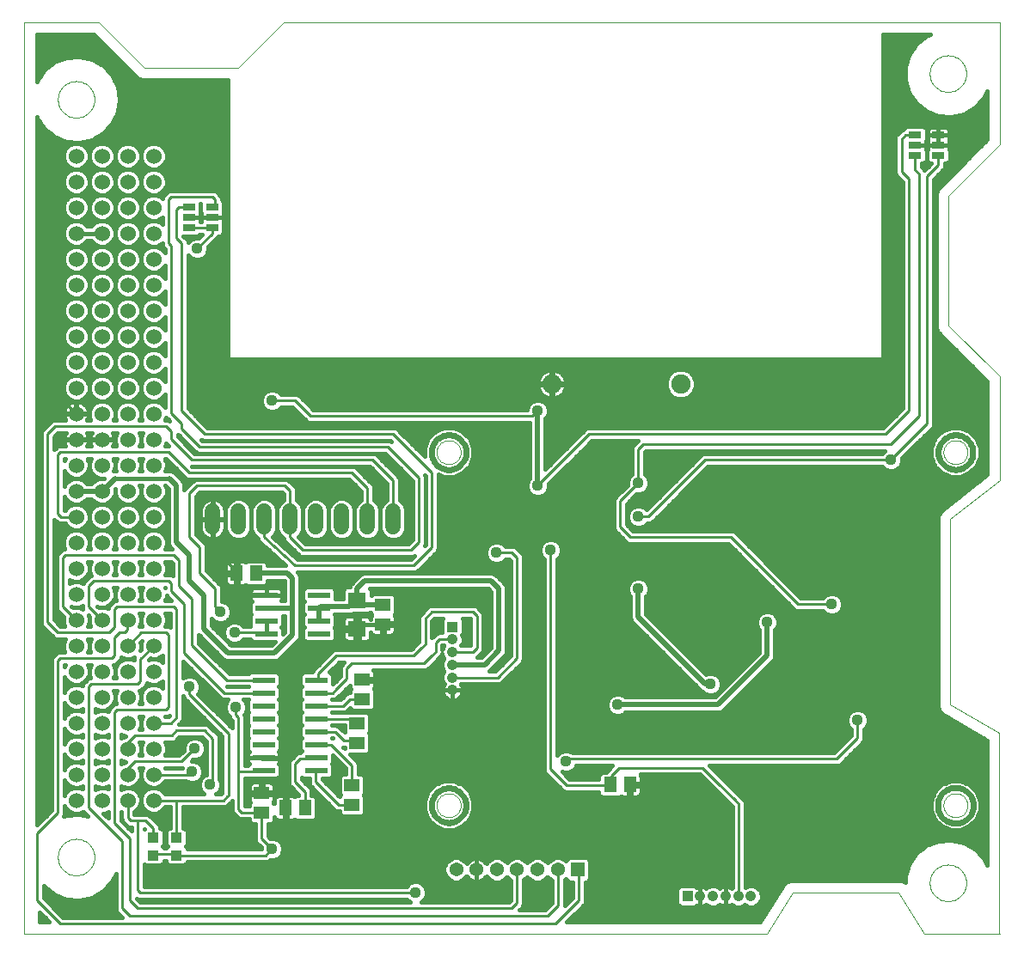
<source format=gtl>
G75*
%MOIN*%
%OFA0B0*%
%FSLAX24Y24*%
%IPPOS*%
%LPD*%
%AMOC8*
5,1,8,0,0,1.08239X$1,22.5*
%
%ADD10C,0.0000*%
%ADD11C,0.0240*%
%ADD12R,0.0540X0.0540*%
%ADD13C,0.0540*%
%ADD14C,0.0600*%
%ADD15R,0.0866X0.0236*%
%ADD16R,0.0591X0.0512*%
%ADD17R,0.0512X0.0591*%
%ADD18C,0.0600*%
%ADD19R,0.0500X0.0250*%
%ADD20C,0.0748*%
%ADD21R,0.0433X0.0394*%
%ADD22R,0.0709X0.0630*%
%ADD23R,0.0413X0.0413*%
%ADD24C,0.0413*%
%ADD25C,0.0100*%
%ADD26C,0.0160*%
%ADD27C,0.0200*%
%ADD28C,0.0445*%
D10*
X000115Y000135D02*
X028915Y000135D01*
X029918Y001748D01*
X034009Y001748D01*
X035015Y000135D01*
X037915Y000135D01*
X037915Y007935D01*
X036015Y009035D01*
X036015Y016235D01*
X037925Y017755D01*
X037925Y021775D01*
X035935Y023765D01*
X035935Y028785D01*
X037925Y030775D01*
X037925Y035521D01*
X037926Y035521D02*
X010158Y035521D01*
X008391Y033757D01*
X004761Y033757D01*
X002997Y035521D01*
X000115Y035521D01*
X000115Y035521D01*
X000115Y000135D01*
X001416Y003125D02*
X001418Y003178D01*
X001424Y003231D01*
X001434Y003283D01*
X001447Y003334D01*
X001465Y003384D01*
X001486Y003433D01*
X001511Y003480D01*
X001539Y003524D01*
X001571Y003567D01*
X001605Y003607D01*
X001643Y003645D01*
X001683Y003679D01*
X001726Y003711D01*
X001771Y003739D01*
X001817Y003764D01*
X001866Y003785D01*
X001916Y003803D01*
X001967Y003816D01*
X002019Y003826D01*
X002072Y003832D01*
X002125Y003834D01*
X002178Y003832D01*
X002231Y003826D01*
X002283Y003816D01*
X002334Y003803D01*
X002384Y003785D01*
X002433Y003764D01*
X002480Y003739D01*
X002524Y003711D01*
X002567Y003679D01*
X002607Y003645D01*
X002645Y003607D01*
X002679Y003567D01*
X002711Y003524D01*
X002739Y003479D01*
X002764Y003433D01*
X002785Y003384D01*
X002803Y003334D01*
X002816Y003283D01*
X002826Y003231D01*
X002832Y003178D01*
X002834Y003125D01*
X002832Y003072D01*
X002826Y003019D01*
X002816Y002967D01*
X002803Y002916D01*
X002785Y002866D01*
X002764Y002817D01*
X002739Y002770D01*
X002711Y002726D01*
X002679Y002683D01*
X002645Y002643D01*
X002607Y002605D01*
X002567Y002571D01*
X002524Y002539D01*
X002479Y002511D01*
X002433Y002486D01*
X002384Y002465D01*
X002334Y002447D01*
X002283Y002434D01*
X002231Y002424D01*
X002178Y002418D01*
X002125Y002416D01*
X002072Y002418D01*
X002019Y002424D01*
X001967Y002434D01*
X001916Y002447D01*
X001866Y002465D01*
X001817Y002486D01*
X001770Y002511D01*
X001726Y002539D01*
X001683Y002571D01*
X001643Y002605D01*
X001605Y002643D01*
X001571Y002683D01*
X001539Y002726D01*
X001511Y002771D01*
X001486Y002817D01*
X001465Y002866D01*
X001447Y002916D01*
X001434Y002967D01*
X001424Y003019D01*
X001418Y003072D01*
X001416Y003125D01*
X016100Y005135D02*
X016102Y005178D01*
X016108Y005220D01*
X016118Y005262D01*
X016131Y005303D01*
X016149Y005342D01*
X016170Y005380D01*
X016194Y005415D01*
X016221Y005448D01*
X016252Y005479D01*
X016285Y005506D01*
X016320Y005530D01*
X016358Y005551D01*
X016397Y005569D01*
X016438Y005582D01*
X016480Y005592D01*
X016522Y005598D01*
X016565Y005600D01*
X016608Y005598D01*
X016650Y005592D01*
X016692Y005582D01*
X016733Y005569D01*
X016772Y005551D01*
X016810Y005530D01*
X016845Y005506D01*
X016878Y005479D01*
X016909Y005448D01*
X016936Y005415D01*
X016960Y005380D01*
X016981Y005342D01*
X016999Y005303D01*
X017012Y005262D01*
X017022Y005220D01*
X017028Y005178D01*
X017030Y005135D01*
X017028Y005092D01*
X017022Y005050D01*
X017012Y005008D01*
X016999Y004967D01*
X016981Y004928D01*
X016960Y004890D01*
X016936Y004855D01*
X016909Y004822D01*
X016878Y004791D01*
X016845Y004764D01*
X016810Y004740D01*
X016772Y004719D01*
X016733Y004701D01*
X016692Y004688D01*
X016650Y004678D01*
X016608Y004672D01*
X016565Y004670D01*
X016522Y004672D01*
X016480Y004678D01*
X016438Y004688D01*
X016397Y004701D01*
X016358Y004719D01*
X016320Y004740D01*
X016285Y004764D01*
X016252Y004791D01*
X016221Y004822D01*
X016194Y004855D01*
X016170Y004890D01*
X016149Y004928D01*
X016131Y004967D01*
X016118Y005008D01*
X016108Y005050D01*
X016102Y005092D01*
X016100Y005135D01*
X016100Y018835D02*
X016102Y018878D01*
X016108Y018920D01*
X016118Y018962D01*
X016131Y019003D01*
X016149Y019042D01*
X016170Y019080D01*
X016194Y019115D01*
X016221Y019148D01*
X016252Y019179D01*
X016285Y019206D01*
X016320Y019230D01*
X016358Y019251D01*
X016397Y019269D01*
X016438Y019282D01*
X016480Y019292D01*
X016522Y019298D01*
X016565Y019300D01*
X016608Y019298D01*
X016650Y019292D01*
X016692Y019282D01*
X016733Y019269D01*
X016772Y019251D01*
X016810Y019230D01*
X016845Y019206D01*
X016878Y019179D01*
X016909Y019148D01*
X016936Y019115D01*
X016960Y019080D01*
X016981Y019042D01*
X016999Y019003D01*
X017012Y018962D01*
X017022Y018920D01*
X017028Y018878D01*
X017030Y018835D01*
X017028Y018792D01*
X017022Y018750D01*
X017012Y018708D01*
X016999Y018667D01*
X016981Y018628D01*
X016960Y018590D01*
X016936Y018555D01*
X016909Y018522D01*
X016878Y018491D01*
X016845Y018464D01*
X016810Y018440D01*
X016772Y018419D01*
X016733Y018401D01*
X016692Y018388D01*
X016650Y018378D01*
X016608Y018372D01*
X016565Y018370D01*
X016522Y018372D01*
X016480Y018378D01*
X016438Y018388D01*
X016397Y018401D01*
X016358Y018419D01*
X016320Y018440D01*
X016285Y018464D01*
X016252Y018491D01*
X016221Y018522D01*
X016194Y018555D01*
X016170Y018590D01*
X016149Y018628D01*
X016131Y018667D01*
X016118Y018708D01*
X016108Y018750D01*
X016102Y018792D01*
X016100Y018835D01*
X001416Y032525D02*
X001418Y032578D01*
X001424Y032631D01*
X001434Y032683D01*
X001447Y032734D01*
X001465Y032784D01*
X001486Y032833D01*
X001511Y032880D01*
X001539Y032924D01*
X001571Y032967D01*
X001605Y033007D01*
X001643Y033045D01*
X001683Y033079D01*
X001726Y033111D01*
X001771Y033139D01*
X001817Y033164D01*
X001866Y033185D01*
X001916Y033203D01*
X001967Y033216D01*
X002019Y033226D01*
X002072Y033232D01*
X002125Y033234D01*
X002178Y033232D01*
X002231Y033226D01*
X002283Y033216D01*
X002334Y033203D01*
X002384Y033185D01*
X002433Y033164D01*
X002480Y033139D01*
X002524Y033111D01*
X002567Y033079D01*
X002607Y033045D01*
X002645Y033007D01*
X002679Y032967D01*
X002711Y032924D01*
X002739Y032879D01*
X002764Y032833D01*
X002785Y032784D01*
X002803Y032734D01*
X002816Y032683D01*
X002826Y032631D01*
X002832Y032578D01*
X002834Y032525D01*
X002832Y032472D01*
X002826Y032419D01*
X002816Y032367D01*
X002803Y032316D01*
X002785Y032266D01*
X002764Y032217D01*
X002739Y032170D01*
X002711Y032126D01*
X002679Y032083D01*
X002645Y032043D01*
X002607Y032005D01*
X002567Y031971D01*
X002524Y031939D01*
X002479Y031911D01*
X002433Y031886D01*
X002384Y031865D01*
X002334Y031847D01*
X002283Y031834D01*
X002231Y031824D01*
X002178Y031818D01*
X002125Y031816D01*
X002072Y031818D01*
X002019Y031824D01*
X001967Y031834D01*
X001916Y031847D01*
X001866Y031865D01*
X001817Y031886D01*
X001770Y031911D01*
X001726Y031939D01*
X001683Y031971D01*
X001643Y032005D01*
X001605Y032043D01*
X001571Y032083D01*
X001539Y032126D01*
X001511Y032171D01*
X001486Y032217D01*
X001465Y032266D01*
X001447Y032316D01*
X001434Y032367D01*
X001424Y032419D01*
X001418Y032472D01*
X001416Y032525D01*
X035216Y033525D02*
X035218Y033578D01*
X035224Y033631D01*
X035234Y033683D01*
X035247Y033734D01*
X035265Y033784D01*
X035286Y033833D01*
X035311Y033880D01*
X035339Y033924D01*
X035371Y033967D01*
X035405Y034007D01*
X035443Y034045D01*
X035483Y034079D01*
X035526Y034111D01*
X035571Y034139D01*
X035617Y034164D01*
X035666Y034185D01*
X035716Y034203D01*
X035767Y034216D01*
X035819Y034226D01*
X035872Y034232D01*
X035925Y034234D01*
X035978Y034232D01*
X036031Y034226D01*
X036083Y034216D01*
X036134Y034203D01*
X036184Y034185D01*
X036233Y034164D01*
X036280Y034139D01*
X036324Y034111D01*
X036367Y034079D01*
X036407Y034045D01*
X036445Y034007D01*
X036479Y033967D01*
X036511Y033924D01*
X036539Y033879D01*
X036564Y033833D01*
X036585Y033784D01*
X036603Y033734D01*
X036616Y033683D01*
X036626Y033631D01*
X036632Y033578D01*
X036634Y033525D01*
X036632Y033472D01*
X036626Y033419D01*
X036616Y033367D01*
X036603Y033316D01*
X036585Y033266D01*
X036564Y033217D01*
X036539Y033170D01*
X036511Y033126D01*
X036479Y033083D01*
X036445Y033043D01*
X036407Y033005D01*
X036367Y032971D01*
X036324Y032939D01*
X036279Y032911D01*
X036233Y032886D01*
X036184Y032865D01*
X036134Y032847D01*
X036083Y032834D01*
X036031Y032824D01*
X035978Y032818D01*
X035925Y032816D01*
X035872Y032818D01*
X035819Y032824D01*
X035767Y032834D01*
X035716Y032847D01*
X035666Y032865D01*
X035617Y032886D01*
X035570Y032911D01*
X035526Y032939D01*
X035483Y032971D01*
X035443Y033005D01*
X035405Y033043D01*
X035371Y033083D01*
X035339Y033126D01*
X035311Y033171D01*
X035286Y033217D01*
X035265Y033266D01*
X035247Y033316D01*
X035234Y033367D01*
X035224Y033419D01*
X035218Y033472D01*
X035216Y033525D01*
X035750Y018835D02*
X035752Y018878D01*
X035758Y018920D01*
X035768Y018962D01*
X035781Y019003D01*
X035799Y019042D01*
X035820Y019080D01*
X035844Y019115D01*
X035871Y019148D01*
X035902Y019179D01*
X035935Y019206D01*
X035970Y019230D01*
X036008Y019251D01*
X036047Y019269D01*
X036088Y019282D01*
X036130Y019292D01*
X036172Y019298D01*
X036215Y019300D01*
X036258Y019298D01*
X036300Y019292D01*
X036342Y019282D01*
X036383Y019269D01*
X036422Y019251D01*
X036460Y019230D01*
X036495Y019206D01*
X036528Y019179D01*
X036559Y019148D01*
X036586Y019115D01*
X036610Y019080D01*
X036631Y019042D01*
X036649Y019003D01*
X036662Y018962D01*
X036672Y018920D01*
X036678Y018878D01*
X036680Y018835D01*
X036678Y018792D01*
X036672Y018750D01*
X036662Y018708D01*
X036649Y018667D01*
X036631Y018628D01*
X036610Y018590D01*
X036586Y018555D01*
X036559Y018522D01*
X036528Y018491D01*
X036495Y018464D01*
X036460Y018440D01*
X036422Y018419D01*
X036383Y018401D01*
X036342Y018388D01*
X036300Y018378D01*
X036258Y018372D01*
X036215Y018370D01*
X036172Y018372D01*
X036130Y018378D01*
X036088Y018388D01*
X036047Y018401D01*
X036008Y018419D01*
X035970Y018440D01*
X035935Y018464D01*
X035902Y018491D01*
X035871Y018522D01*
X035844Y018555D01*
X035820Y018590D01*
X035799Y018628D01*
X035781Y018667D01*
X035768Y018708D01*
X035758Y018750D01*
X035752Y018792D01*
X035750Y018835D01*
X035750Y005135D02*
X035752Y005178D01*
X035758Y005220D01*
X035768Y005262D01*
X035781Y005303D01*
X035799Y005342D01*
X035820Y005380D01*
X035844Y005415D01*
X035871Y005448D01*
X035902Y005479D01*
X035935Y005506D01*
X035970Y005530D01*
X036008Y005551D01*
X036047Y005569D01*
X036088Y005582D01*
X036130Y005592D01*
X036172Y005598D01*
X036215Y005600D01*
X036258Y005598D01*
X036300Y005592D01*
X036342Y005582D01*
X036383Y005569D01*
X036422Y005551D01*
X036460Y005530D01*
X036495Y005506D01*
X036528Y005479D01*
X036559Y005448D01*
X036586Y005415D01*
X036610Y005380D01*
X036631Y005342D01*
X036649Y005303D01*
X036662Y005262D01*
X036672Y005220D01*
X036678Y005178D01*
X036680Y005135D01*
X036678Y005092D01*
X036672Y005050D01*
X036662Y005008D01*
X036649Y004967D01*
X036631Y004928D01*
X036610Y004890D01*
X036586Y004855D01*
X036559Y004822D01*
X036528Y004791D01*
X036495Y004764D01*
X036460Y004740D01*
X036422Y004719D01*
X036383Y004701D01*
X036342Y004688D01*
X036300Y004678D01*
X036258Y004672D01*
X036215Y004670D01*
X036172Y004672D01*
X036130Y004678D01*
X036088Y004688D01*
X036047Y004701D01*
X036008Y004719D01*
X035970Y004740D01*
X035935Y004764D01*
X035902Y004791D01*
X035871Y004822D01*
X035844Y004855D01*
X035820Y004890D01*
X035799Y004928D01*
X035781Y004967D01*
X035768Y005008D01*
X035758Y005050D01*
X035752Y005092D01*
X035750Y005135D01*
X035216Y002125D02*
X035218Y002178D01*
X035224Y002231D01*
X035234Y002283D01*
X035247Y002334D01*
X035265Y002384D01*
X035286Y002433D01*
X035311Y002480D01*
X035339Y002524D01*
X035371Y002567D01*
X035405Y002607D01*
X035443Y002645D01*
X035483Y002679D01*
X035526Y002711D01*
X035571Y002739D01*
X035617Y002764D01*
X035666Y002785D01*
X035716Y002803D01*
X035767Y002816D01*
X035819Y002826D01*
X035872Y002832D01*
X035925Y002834D01*
X035978Y002832D01*
X036031Y002826D01*
X036083Y002816D01*
X036134Y002803D01*
X036184Y002785D01*
X036233Y002764D01*
X036280Y002739D01*
X036324Y002711D01*
X036367Y002679D01*
X036407Y002645D01*
X036445Y002607D01*
X036479Y002567D01*
X036511Y002524D01*
X036539Y002479D01*
X036564Y002433D01*
X036585Y002384D01*
X036603Y002334D01*
X036616Y002283D01*
X036626Y002231D01*
X036632Y002178D01*
X036634Y002125D01*
X036632Y002072D01*
X036626Y002019D01*
X036616Y001967D01*
X036603Y001916D01*
X036585Y001866D01*
X036564Y001817D01*
X036539Y001770D01*
X036511Y001726D01*
X036479Y001683D01*
X036445Y001643D01*
X036407Y001605D01*
X036367Y001571D01*
X036324Y001539D01*
X036279Y001511D01*
X036233Y001486D01*
X036184Y001465D01*
X036134Y001447D01*
X036083Y001434D01*
X036031Y001424D01*
X035978Y001418D01*
X035925Y001416D01*
X035872Y001418D01*
X035819Y001424D01*
X035767Y001434D01*
X035716Y001447D01*
X035666Y001465D01*
X035617Y001486D01*
X035570Y001511D01*
X035526Y001539D01*
X035483Y001571D01*
X035443Y001605D01*
X035405Y001643D01*
X035371Y001683D01*
X035339Y001726D01*
X035311Y001771D01*
X035286Y001817D01*
X035265Y001866D01*
X035247Y001916D01*
X035234Y001967D01*
X035224Y002019D01*
X035218Y002072D01*
X035216Y002125D01*
X037915Y000135D02*
X037925Y000135D01*
D11*
X035520Y005135D02*
X035522Y005188D01*
X035528Y005240D01*
X035538Y005291D01*
X035552Y005342D01*
X035569Y005392D01*
X035590Y005440D01*
X035615Y005486D01*
X035644Y005531D01*
X035675Y005573D01*
X035710Y005612D01*
X035747Y005649D01*
X035788Y005683D01*
X035830Y005714D01*
X035875Y005741D01*
X035922Y005765D01*
X035970Y005786D01*
X036020Y005802D01*
X036071Y005815D01*
X036123Y005824D01*
X036176Y005829D01*
X036228Y005830D01*
X036281Y005827D01*
X036333Y005820D01*
X036384Y005809D01*
X036435Y005794D01*
X036484Y005776D01*
X036532Y005754D01*
X036578Y005728D01*
X036621Y005699D01*
X036663Y005666D01*
X036702Y005631D01*
X036738Y005593D01*
X036771Y005552D01*
X036801Y005509D01*
X036828Y005463D01*
X036851Y005416D01*
X036870Y005367D01*
X036886Y005317D01*
X036898Y005266D01*
X036906Y005214D01*
X036910Y005161D01*
X036910Y005109D01*
X036906Y005056D01*
X036898Y005004D01*
X036886Y004953D01*
X036870Y004903D01*
X036851Y004854D01*
X036828Y004807D01*
X036801Y004761D01*
X036771Y004718D01*
X036738Y004677D01*
X036702Y004639D01*
X036663Y004604D01*
X036621Y004571D01*
X036578Y004542D01*
X036532Y004516D01*
X036484Y004494D01*
X036435Y004476D01*
X036384Y004461D01*
X036333Y004450D01*
X036281Y004443D01*
X036228Y004440D01*
X036176Y004441D01*
X036123Y004446D01*
X036071Y004455D01*
X036020Y004468D01*
X035970Y004484D01*
X035922Y004505D01*
X035875Y004529D01*
X035830Y004556D01*
X035788Y004587D01*
X035747Y004621D01*
X035710Y004658D01*
X035675Y004697D01*
X035644Y004739D01*
X035615Y004784D01*
X035590Y004830D01*
X035569Y004878D01*
X035552Y004928D01*
X035538Y004979D01*
X035528Y005030D01*
X035522Y005082D01*
X035520Y005135D01*
X035544Y018835D02*
X035546Y018886D01*
X035552Y018937D01*
X035562Y018988D01*
X035575Y019037D01*
X035593Y019086D01*
X035614Y019133D01*
X035638Y019178D01*
X035666Y019221D01*
X035697Y019262D01*
X035732Y019300D01*
X035769Y019336D01*
X035808Y019369D01*
X035850Y019398D01*
X035894Y019424D01*
X035941Y019447D01*
X035988Y019467D01*
X036037Y019482D01*
X036087Y019494D01*
X036138Y019502D01*
X036189Y019506D01*
X036241Y019506D01*
X036292Y019502D01*
X036343Y019494D01*
X036393Y019482D01*
X036442Y019467D01*
X036489Y019447D01*
X036536Y019424D01*
X036580Y019398D01*
X036622Y019369D01*
X036661Y019336D01*
X036698Y019300D01*
X036733Y019262D01*
X036764Y019221D01*
X036792Y019178D01*
X036816Y019133D01*
X036837Y019086D01*
X036855Y019037D01*
X036868Y018988D01*
X036878Y018937D01*
X036884Y018886D01*
X036886Y018835D01*
X036884Y018784D01*
X036878Y018733D01*
X036868Y018682D01*
X036855Y018633D01*
X036837Y018584D01*
X036816Y018537D01*
X036792Y018492D01*
X036764Y018449D01*
X036733Y018408D01*
X036698Y018370D01*
X036661Y018334D01*
X036622Y018301D01*
X036580Y018272D01*
X036536Y018246D01*
X036489Y018223D01*
X036442Y018203D01*
X036393Y018188D01*
X036343Y018176D01*
X036292Y018168D01*
X036241Y018164D01*
X036189Y018164D01*
X036138Y018168D01*
X036087Y018176D01*
X036037Y018188D01*
X035988Y018203D01*
X035941Y018223D01*
X035894Y018246D01*
X035850Y018272D01*
X035808Y018301D01*
X035769Y018334D01*
X035732Y018370D01*
X035697Y018408D01*
X035666Y018449D01*
X035638Y018492D01*
X035614Y018537D01*
X035593Y018584D01*
X035575Y018633D01*
X035562Y018682D01*
X035552Y018733D01*
X035546Y018784D01*
X035544Y018835D01*
X015892Y018835D02*
X015894Y018887D01*
X015900Y018938D01*
X015910Y018988D01*
X015923Y019038D01*
X015941Y019087D01*
X015962Y019134D01*
X015987Y019179D01*
X016015Y019222D01*
X016046Y019263D01*
X016080Y019302D01*
X016117Y019337D01*
X016157Y019370D01*
X016199Y019400D01*
X016243Y019426D01*
X016290Y019449D01*
X016338Y019468D01*
X016387Y019484D01*
X016437Y019496D01*
X016488Y019504D01*
X016539Y019508D01*
X016591Y019508D01*
X016642Y019504D01*
X016693Y019496D01*
X016743Y019484D01*
X016792Y019468D01*
X016840Y019449D01*
X016887Y019426D01*
X016931Y019400D01*
X016973Y019370D01*
X017013Y019337D01*
X017050Y019302D01*
X017084Y019263D01*
X017115Y019222D01*
X017143Y019179D01*
X017168Y019134D01*
X017189Y019087D01*
X017207Y019038D01*
X017220Y018988D01*
X017230Y018938D01*
X017236Y018887D01*
X017238Y018835D01*
X017236Y018783D01*
X017230Y018732D01*
X017220Y018682D01*
X017207Y018632D01*
X017189Y018583D01*
X017168Y018536D01*
X017143Y018491D01*
X017115Y018448D01*
X017084Y018407D01*
X017050Y018368D01*
X017013Y018333D01*
X016973Y018300D01*
X016931Y018270D01*
X016887Y018244D01*
X016840Y018221D01*
X016792Y018202D01*
X016743Y018186D01*
X016693Y018174D01*
X016642Y018166D01*
X016591Y018162D01*
X016539Y018162D01*
X016488Y018166D01*
X016437Y018174D01*
X016387Y018186D01*
X016338Y018202D01*
X016290Y018221D01*
X016243Y018244D01*
X016199Y018270D01*
X016157Y018300D01*
X016117Y018333D01*
X016080Y018368D01*
X016046Y018407D01*
X016015Y018448D01*
X015987Y018491D01*
X015962Y018536D01*
X015941Y018583D01*
X015923Y018632D01*
X015910Y018682D01*
X015900Y018732D01*
X015894Y018783D01*
X015892Y018835D01*
X015894Y005135D02*
X015896Y005186D01*
X015902Y005237D01*
X015912Y005288D01*
X015925Y005337D01*
X015943Y005386D01*
X015964Y005433D01*
X015988Y005478D01*
X016016Y005521D01*
X016047Y005562D01*
X016082Y005600D01*
X016119Y005636D01*
X016158Y005669D01*
X016200Y005698D01*
X016244Y005724D01*
X016291Y005747D01*
X016338Y005767D01*
X016387Y005782D01*
X016437Y005794D01*
X016488Y005802D01*
X016539Y005806D01*
X016591Y005806D01*
X016642Y005802D01*
X016693Y005794D01*
X016743Y005782D01*
X016792Y005767D01*
X016839Y005747D01*
X016886Y005724D01*
X016930Y005698D01*
X016972Y005669D01*
X017011Y005636D01*
X017048Y005600D01*
X017083Y005562D01*
X017114Y005521D01*
X017142Y005478D01*
X017166Y005433D01*
X017187Y005386D01*
X017205Y005337D01*
X017218Y005288D01*
X017228Y005237D01*
X017234Y005186D01*
X017236Y005135D01*
X017234Y005084D01*
X017228Y005033D01*
X017218Y004982D01*
X017205Y004933D01*
X017187Y004884D01*
X017166Y004837D01*
X017142Y004792D01*
X017114Y004749D01*
X017083Y004708D01*
X017048Y004670D01*
X017011Y004634D01*
X016972Y004601D01*
X016930Y004572D01*
X016886Y004546D01*
X016839Y004523D01*
X016792Y004503D01*
X016743Y004488D01*
X016693Y004476D01*
X016642Y004468D01*
X016591Y004464D01*
X016539Y004464D01*
X016488Y004468D01*
X016437Y004476D01*
X016387Y004488D01*
X016338Y004503D01*
X016291Y004523D01*
X016244Y004546D01*
X016200Y004572D01*
X016158Y004601D01*
X016119Y004634D01*
X016082Y004670D01*
X016047Y004708D01*
X016016Y004749D01*
X015988Y004792D01*
X015964Y004837D01*
X015943Y004884D01*
X015925Y004933D01*
X015912Y004982D01*
X015902Y005033D01*
X015896Y005084D01*
X015894Y005135D01*
D12*
X021577Y002635D03*
D13*
X020790Y002635D03*
X020002Y002635D03*
X019215Y002635D03*
X018428Y002635D03*
X017640Y002635D03*
X016853Y002635D03*
D14*
X014415Y015935D02*
X014415Y016535D01*
X013415Y016535D02*
X013415Y015935D01*
X012415Y015935D02*
X012415Y016535D01*
X011415Y016535D02*
X011415Y015935D01*
X010415Y015935D02*
X010415Y016535D01*
X009415Y016535D02*
X009415Y015935D01*
X008415Y015935D02*
X008415Y016535D01*
X007415Y016535D02*
X007415Y015935D01*
D15*
X009491Y013285D03*
X009491Y012785D03*
X009491Y012285D03*
X009491Y011785D03*
X009391Y009985D03*
X009391Y009485D03*
X009391Y008985D03*
X009391Y008485D03*
X009391Y007985D03*
X009391Y007485D03*
X009391Y006985D03*
X009391Y006485D03*
X011439Y006485D03*
X011439Y006985D03*
X011439Y007485D03*
X011439Y007985D03*
X011439Y008485D03*
X011439Y008985D03*
X011439Y009485D03*
X011439Y009985D03*
X011539Y011785D03*
X011539Y012285D03*
X011539Y012785D03*
X011539Y013285D03*
D16*
X014015Y012909D03*
X014015Y012161D03*
X013215Y010009D03*
X013215Y009261D03*
X013015Y008309D03*
X013015Y007561D03*
X012815Y005909D03*
X012815Y005161D03*
X009315Y004861D03*
X009315Y005609D03*
D17*
X010241Y005035D03*
X010989Y005035D03*
X009089Y014135D03*
X008341Y014135D03*
X022841Y005935D03*
X023589Y005935D03*
D18*
X005125Y006325D03*
X005125Y005325D03*
X004125Y005325D03*
X003125Y005325D03*
X003125Y006325D03*
X004125Y006325D03*
X004125Y007325D03*
X003125Y007325D03*
X003125Y008325D03*
X003125Y009325D03*
X004125Y009325D03*
X004125Y008325D03*
X005125Y008325D03*
X005125Y009325D03*
X005125Y010325D03*
X005125Y011325D03*
X005125Y012325D03*
X005125Y013325D03*
X005125Y014325D03*
X005125Y015325D03*
X005125Y016325D03*
X005125Y017325D03*
X005125Y018325D03*
X005125Y019325D03*
X005125Y020325D03*
X005125Y021325D03*
X005125Y022325D03*
X005125Y023325D03*
X005125Y024325D03*
X005125Y025325D03*
X005125Y026325D03*
X005125Y027325D03*
X005125Y028325D03*
X005125Y029325D03*
X005125Y030325D03*
X004125Y030325D03*
X003125Y030325D03*
X003125Y029325D03*
X004125Y029325D03*
X004125Y028325D03*
X003125Y028325D03*
X003125Y027325D03*
X003125Y026325D03*
X004125Y026325D03*
X004125Y027325D03*
X004125Y025325D03*
X003125Y025325D03*
X003125Y024325D03*
X004125Y024325D03*
X004125Y023325D03*
X003125Y023325D03*
X003125Y022325D03*
X003125Y021325D03*
X004125Y021325D03*
X004125Y022325D03*
X004125Y020325D03*
X003125Y020325D03*
X003125Y019325D03*
X004125Y019325D03*
X004125Y018325D03*
X004125Y017325D03*
X003125Y017325D03*
X003125Y018325D03*
X002125Y018325D03*
X002125Y017325D03*
X002125Y016325D03*
X002125Y015325D03*
X002125Y014325D03*
X002125Y013325D03*
X002125Y012325D03*
X002125Y011325D03*
X002125Y010325D03*
X002125Y009325D03*
X002125Y008325D03*
X002125Y007325D03*
X002125Y006325D03*
X002125Y005325D03*
X005125Y007325D03*
X004125Y010325D03*
X003125Y010325D03*
X003125Y011325D03*
X004125Y011325D03*
X004125Y012325D03*
X004125Y013325D03*
X003125Y013325D03*
X003125Y012325D03*
X003125Y014325D03*
X004125Y014325D03*
X004125Y015325D03*
X003125Y015325D03*
X003125Y016325D03*
X004125Y016325D03*
X002125Y019325D03*
X002125Y020325D03*
X002125Y021325D03*
X002125Y022325D03*
X002125Y023325D03*
X002125Y024325D03*
X002125Y025325D03*
X002125Y026325D03*
X002125Y027325D03*
X002125Y028325D03*
X002125Y029325D03*
X002125Y030325D03*
D19*
X006502Y028344D03*
X006502Y027944D03*
X006502Y027544D03*
X007402Y027544D03*
X007402Y027944D03*
X007402Y028344D03*
X034651Y030359D03*
X034651Y030759D03*
X034651Y031159D03*
X035551Y031159D03*
X035551Y030759D03*
X035551Y030359D03*
D20*
X025565Y021485D03*
X020565Y021485D03*
D21*
X006015Y003870D03*
X006015Y003200D03*
X005115Y003200D03*
X005115Y003870D03*
D22*
X013015Y011984D03*
X013015Y013086D03*
D23*
X016715Y012065D03*
X025825Y001604D03*
D24*
X026317Y001604D03*
X026809Y001604D03*
X027302Y001604D03*
X027794Y001604D03*
X028286Y001604D03*
X016715Y009605D03*
X016715Y010097D03*
X016715Y010589D03*
X016715Y011081D03*
X016715Y011573D03*
D25*
X016703Y011585D01*
X016215Y011585D01*
X016165Y011535D01*
X016065Y011435D01*
X016065Y011085D01*
X015915Y010935D01*
X015815Y010835D01*
X015615Y010635D01*
X012815Y010635D01*
X012615Y010435D01*
X012615Y010035D01*
X012215Y009635D01*
X012065Y009485D01*
X011539Y009485D01*
X011439Y009485D01*
X011439Y009985D02*
X011515Y010061D01*
X011515Y010235D01*
X012115Y010835D01*
X012215Y010935D01*
X015215Y010935D01*
X015415Y011135D01*
X015515Y011235D01*
X015665Y011385D01*
X015665Y012385D01*
X015915Y012635D01*
X017515Y012635D01*
X017665Y012485D01*
X017665Y011235D01*
X017515Y011085D01*
X016719Y011085D01*
X016715Y011081D01*
X016715Y010097D02*
X017977Y010097D01*
X018477Y010097D01*
X019215Y010835D01*
X019215Y014735D01*
X019015Y014935D01*
X018415Y014935D01*
X018515Y016735D02*
X019615Y016735D01*
X020015Y016335D01*
X020015Y013335D01*
X020515Y014935D02*
X020515Y015035D01*
X020515Y014935D02*
X020515Y006935D01*
X020515Y006535D01*
X021139Y005911D01*
X022865Y005911D01*
X022841Y005935D01*
X022865Y005959D01*
X022865Y006285D01*
X023165Y006585D01*
X023865Y006585D01*
X026415Y006585D01*
X027015Y005985D01*
X027665Y005335D01*
X027815Y005185D01*
X027815Y001625D01*
X027794Y001604D01*
X027315Y001590D02*
X027315Y001135D01*
X027215Y001035D01*
X026415Y001035D01*
X026317Y001133D01*
X026317Y001604D01*
X027302Y001604D02*
X027315Y001590D01*
X021615Y001435D02*
X021615Y002597D01*
X021577Y002635D01*
X020815Y002610D02*
X020815Y001935D01*
X020815Y001235D01*
X020415Y000835D01*
X004215Y000835D01*
X003915Y001135D01*
X003915Y003735D01*
X002615Y005035D01*
X002615Y005235D01*
X002615Y009735D01*
X002715Y009835D01*
X004515Y009835D01*
X004615Y009935D01*
X004615Y010815D01*
X005125Y011325D01*
X004635Y011835D02*
X004125Y011325D01*
X004015Y011835D02*
X003815Y011835D01*
X003615Y011635D01*
X003615Y010935D01*
X003515Y010835D01*
X001515Y010835D01*
X001415Y010735D01*
X001415Y004835D01*
X000615Y004035D01*
X000615Y001435D01*
X001515Y000535D01*
X019115Y000535D01*
X020715Y000535D01*
X021615Y001435D01*
X020815Y002610D02*
X020790Y002635D01*
X019215Y002635D02*
X019215Y002135D01*
X019215Y001335D01*
X019015Y001135D01*
X004515Y001135D01*
X004215Y001435D01*
X004215Y003835D01*
X003615Y004435D01*
X003615Y006035D01*
X003615Y008735D01*
X003715Y008835D01*
X005615Y008835D01*
X005715Y008935D01*
X005715Y011735D01*
X005615Y011835D01*
X004635Y011835D01*
X004115Y011935D02*
X004115Y012315D01*
X004125Y012325D01*
X004115Y011935D02*
X004015Y011835D01*
X003615Y012035D02*
X003615Y012735D01*
X003715Y012835D01*
X005915Y012835D01*
X006015Y012735D01*
X006015Y008535D01*
X005805Y008325D01*
X005125Y008325D01*
X004425Y007845D02*
X004415Y007835D01*
X004115Y007535D01*
X004115Y007335D01*
X004125Y007325D01*
X004425Y007845D02*
X005825Y007845D01*
X006015Y008035D01*
X007105Y008035D01*
X007415Y007725D01*
X007415Y006335D01*
X007415Y006035D01*
X007315Y005935D01*
X007835Y005325D02*
X007985Y005475D01*
X008025Y005515D01*
X008025Y007925D01*
X007815Y008135D01*
X006515Y009435D01*
X006515Y009735D01*
X006315Y011035D02*
X006315Y012935D01*
X005815Y013435D01*
X005815Y013735D01*
X005715Y013835D01*
X002815Y013835D01*
X002615Y013635D01*
X002615Y012835D01*
X003125Y012325D01*
X003415Y011835D02*
X003615Y012035D01*
X003415Y011835D02*
X001415Y011835D01*
X001315Y011935D01*
X001015Y012235D01*
X001015Y019535D01*
X001315Y019835D01*
X005615Y019835D01*
X005815Y019635D01*
X005815Y019335D01*
X006615Y018535D01*
X013615Y018535D01*
X014415Y017735D01*
X014415Y016235D01*
X013415Y016235D02*
X013415Y017435D01*
X012815Y018035D01*
X006515Y018035D01*
X005715Y018835D01*
X001515Y018835D01*
X001415Y018735D01*
X001415Y016435D01*
X001525Y016325D01*
X002125Y016325D01*
X001715Y014835D02*
X005915Y014835D01*
X006015Y014735D01*
X006115Y014635D01*
X006115Y013635D01*
X006615Y013135D01*
X006615Y011335D01*
X006665Y011285D01*
X006615Y011335D01*
X006665Y011285D02*
X007965Y009985D01*
X009391Y009985D01*
X009391Y009485D02*
X007865Y009485D01*
X006315Y011035D01*
X008265Y011835D02*
X009441Y011835D01*
X009491Y011785D01*
X009491Y013285D02*
X009441Y013335D01*
X008615Y013335D01*
X008341Y013609D01*
X008341Y014135D01*
X008341Y014209D01*
X007415Y015135D01*
X007415Y016235D01*
X006515Y016435D02*
X006515Y015535D01*
X006915Y015135D01*
X006915Y014135D01*
X007515Y013535D01*
X007515Y013135D01*
X007515Y012835D01*
X007715Y012635D01*
X009415Y015535D02*
X010615Y014435D01*
X014615Y014435D01*
X015215Y014435D01*
X015915Y015135D01*
X015915Y016635D01*
X015915Y016835D01*
X015915Y018035D01*
X015215Y018735D01*
X014815Y019135D01*
X014415Y019535D01*
X007115Y019535D01*
X006215Y020435D01*
X006215Y020535D01*
X006215Y026935D01*
X006015Y027135D01*
X006015Y028235D01*
X006115Y028335D01*
X006494Y028335D01*
X006502Y028344D01*
X006502Y027944D02*
X007402Y027944D01*
X007411Y027935D01*
X008015Y027935D01*
X008015Y028835D01*
X007715Y029135D01*
X005615Y029135D01*
X005315Y028835D01*
X001615Y028835D01*
X001315Y028535D01*
X001315Y021135D01*
X002125Y020325D01*
X005815Y020335D02*
X006215Y019935D01*
X006215Y019735D01*
X006915Y019035D01*
X014215Y019035D01*
X014515Y018735D01*
X015415Y017835D01*
X015415Y016635D01*
X015415Y015335D01*
X015115Y015035D01*
X014415Y015035D01*
X010915Y015035D01*
X010415Y015535D01*
X010415Y016235D01*
X010415Y017335D01*
X010215Y017535D01*
X006815Y017535D01*
X006515Y017235D01*
X006515Y016435D01*
X009415Y016235D02*
X009415Y015535D01*
X009115Y019835D02*
X007515Y019835D01*
X006515Y020835D01*
X006515Y025635D01*
X008015Y027135D01*
X008015Y027935D01*
X007515Y028456D02*
X007402Y028344D01*
X007515Y028456D02*
X007515Y028635D01*
X007415Y028735D01*
X005815Y028735D01*
X005715Y028635D01*
X005715Y026935D01*
X005815Y026835D01*
X005815Y020435D01*
X005815Y020335D01*
X009115Y019835D02*
X009115Y021335D01*
X009415Y021635D01*
X011115Y021635D01*
X011515Y022035D01*
X016315Y022035D01*
X020565Y021485D01*
X020015Y020435D02*
X019815Y020235D01*
X011215Y020235D01*
X011015Y020435D01*
X010615Y020835D01*
X009715Y020835D01*
X009115Y019835D02*
X017615Y019835D01*
X018115Y019285D01*
X018115Y017135D01*
X018515Y016735D01*
X020015Y017535D02*
X021715Y019235D01*
X022015Y019535D01*
X033515Y019535D01*
X033615Y019635D01*
X034415Y020435D01*
X034415Y029435D01*
X034130Y029720D01*
X034130Y029756D01*
X034130Y030992D01*
X034272Y031135D01*
X034627Y031135D01*
X034651Y030759D02*
X035551Y030759D01*
X035576Y030735D01*
X036015Y030735D01*
X036115Y030635D01*
X036115Y030035D01*
X035415Y029335D01*
X035415Y019635D01*
X034715Y018935D01*
X034715Y016535D01*
X032115Y016535D01*
X033715Y018535D02*
X026515Y018535D01*
X024315Y016335D01*
X023915Y016335D01*
X023215Y016635D02*
X023215Y016935D01*
X023915Y017635D01*
X023915Y018935D01*
X024115Y019135D01*
X033715Y019135D01*
X034815Y020235D01*
X034815Y029635D01*
X034651Y029799D01*
X034651Y030359D01*
X035551Y030359D02*
X035551Y029971D01*
X035115Y029535D01*
X035115Y019935D01*
X033715Y018535D01*
X034715Y016535D02*
X034765Y016535D01*
X035015Y016285D01*
X035015Y004635D01*
X034015Y003635D01*
X031615Y006935D02*
X022415Y006935D01*
X021215Y006935D01*
X021115Y006835D01*
X015280Y001750D02*
X004600Y001750D01*
X004515Y001835D01*
X004515Y004535D01*
X004250Y004535D01*
X004125Y004660D01*
X004125Y005325D01*
X004515Y004535D02*
X004815Y004535D01*
X005115Y004235D01*
X005115Y003870D01*
X005150Y003235D02*
X005115Y003200D01*
X005150Y003235D02*
X005980Y003235D01*
X006015Y003200D01*
X009480Y003200D01*
X009715Y003435D01*
X009315Y003835D01*
X009315Y004861D01*
X009311Y004865D02*
X008535Y004865D01*
X008515Y004885D01*
X008415Y004985D01*
X008415Y005235D01*
X008415Y006430D01*
X008420Y006435D01*
X009341Y006435D01*
X009391Y006485D01*
X008415Y006430D02*
X008415Y008535D01*
X008315Y008635D01*
X008315Y008935D01*
X006715Y007335D02*
X006215Y006835D01*
X004415Y006835D01*
X004115Y006535D01*
X004115Y006335D01*
X004125Y006325D01*
X005125Y006325D02*
X006505Y006325D01*
X006615Y006435D01*
X006015Y005325D02*
X006015Y003870D01*
X006015Y005325D02*
X005125Y005325D01*
X006015Y005325D02*
X007805Y005325D01*
X007835Y005325D01*
X010167Y005609D02*
X010241Y005535D01*
X010715Y005935D02*
X010615Y006035D01*
X010615Y006735D01*
X010715Y006835D01*
X010815Y006935D01*
X011389Y006935D01*
X011439Y006985D01*
X011439Y006485D02*
X011415Y006461D01*
X011415Y006035D01*
X012289Y005161D01*
X012815Y005161D01*
X012815Y005909D02*
X012815Y006685D01*
X012015Y007485D01*
X011439Y007485D01*
X011439Y007985D02*
X012165Y007985D01*
X012515Y007635D01*
X012941Y007635D01*
X013015Y007561D01*
X013015Y008309D02*
X012839Y008485D01*
X011439Y008485D01*
X011439Y008985D02*
X012465Y008985D01*
X012741Y009261D01*
X013215Y009261D01*
X014615Y006535D02*
X014615Y004635D01*
X013715Y003735D01*
X011815Y003735D01*
X010989Y005035D02*
X010989Y005035D01*
X010989Y005661D01*
X010715Y005935D01*
X002125Y012325D02*
X001615Y012835D01*
X001615Y014735D01*
X001715Y014835D01*
X006815Y026735D02*
X007402Y027322D01*
X007402Y027544D01*
X006502Y027544D01*
X023215Y016635D02*
X023215Y015935D01*
X023615Y015535D01*
X027515Y015535D01*
X030115Y012935D01*
X031415Y012935D01*
X032415Y008435D02*
X032415Y007735D01*
X031615Y006935D01*
X035551Y030759D02*
X035551Y031159D01*
D26*
X035551Y031159D01*
X035551Y030759D01*
X035121Y030759D01*
X035121Y030611D01*
X035126Y030592D01*
X035101Y030567D01*
X035101Y030567D01*
X035076Y030592D01*
X035081Y030611D01*
X035081Y030759D01*
X034651Y030759D01*
X034651Y030759D01*
X034627Y030735D01*
X034651Y030759D02*
X035081Y030759D01*
X035081Y030908D01*
X035076Y030927D01*
X035101Y030952D01*
X035101Y031367D01*
X034984Y031484D01*
X034318Y031484D01*
X034216Y031382D01*
X034131Y031347D01*
X034061Y031277D01*
X034061Y031277D01*
X033988Y031204D01*
X033918Y031134D01*
X033880Y031042D01*
X033880Y029670D01*
X033918Y029578D01*
X034165Y029331D01*
X034165Y020539D01*
X033411Y019785D01*
X021965Y019785D01*
X021873Y019747D01*
X021803Y019677D01*
X021503Y019377D01*
X021503Y019377D01*
X020315Y018189D01*
X020315Y020138D01*
X020373Y020196D01*
X020382Y020217D01*
X023015Y020235D01*
X023015Y019785D01*
X021965Y019785D01*
X021873Y019747D01*
X021503Y019377D01*
X020315Y018189D01*
X020315Y020138D01*
X020373Y020196D01*
X020437Y020351D01*
X020437Y020519D01*
X020373Y020674D01*
X020254Y020793D01*
X020099Y020857D01*
X019931Y020857D01*
X019776Y020793D01*
X019657Y020674D01*
X019593Y020519D01*
X019593Y020485D01*
X011319Y020485D01*
X011227Y020577D01*
X010757Y021047D01*
X010665Y021085D01*
X010062Y021085D01*
X009954Y021193D01*
X009799Y021257D01*
X009631Y021257D01*
X009476Y021193D01*
X009357Y021074D01*
X009293Y020919D01*
X009293Y020751D01*
X009357Y020596D01*
X009476Y020477D01*
X009631Y020413D01*
X009799Y020413D01*
X009954Y020477D01*
X010062Y020585D01*
X010511Y020585D01*
X010873Y020223D01*
X010873Y020223D01*
X011003Y020093D01*
X011011Y020085D01*
X009365Y020085D01*
X009365Y020144D01*
X010942Y020155D01*
X011003Y020093D01*
X011073Y020023D01*
X011165Y019985D01*
X019715Y019985D01*
X019715Y017832D01*
X019657Y017774D01*
X019593Y017619D01*
X019593Y017451D01*
X019657Y017296D01*
X019776Y017177D01*
X019931Y017113D01*
X020099Y017113D01*
X020254Y017177D01*
X020373Y017296D01*
X020437Y017451D01*
X020437Y017604D01*
X021857Y019023D01*
X022119Y019285D01*
X023015Y019285D01*
X023015Y017089D01*
X023003Y017077D01*
X022965Y016985D01*
X022965Y015885D01*
X023003Y015793D01*
X023015Y015781D01*
X023015Y009451D01*
X022876Y009393D01*
X022757Y009274D01*
X022693Y009119D01*
X022693Y008951D01*
X022757Y008796D01*
X022876Y008677D01*
X023015Y008619D01*
X023015Y007185D01*
X021362Y007185D01*
X021354Y007193D01*
X021199Y007257D01*
X021031Y007257D01*
X020876Y007193D01*
X020765Y007082D01*
X020765Y014688D01*
X020873Y014796D01*
X020937Y014951D01*
X020937Y015119D01*
X020873Y015274D01*
X020754Y015393D01*
X020599Y015457D01*
X020431Y015457D01*
X020276Y015393D01*
X020265Y015382D01*
X020265Y016385D01*
X020227Y016477D01*
X020157Y016547D01*
X019757Y016947D01*
X019665Y016985D01*
X018619Y016985D01*
X018365Y017239D01*
X018365Y019279D01*
X018367Y019323D01*
X018365Y019329D01*
X018365Y019335D01*
X018348Y019375D01*
X018333Y019416D01*
X018329Y019421D01*
X018327Y019427D01*
X018296Y019458D01*
X017829Y019971D01*
X017827Y019977D01*
X017819Y019985D01*
X019715Y019985D01*
X019715Y017832D01*
X019657Y017774D01*
X019593Y017619D01*
X019593Y017451D01*
X019657Y017296D01*
X019776Y017177D01*
X019931Y017113D01*
X020099Y017113D01*
X020254Y017177D01*
X020373Y017296D01*
X020437Y017451D01*
X020437Y017604D01*
X021857Y019023D01*
X021857Y019023D01*
X022119Y019285D01*
X023911Y019285D01*
X023773Y019147D01*
X023703Y019077D01*
X023665Y018985D01*
X023665Y017982D01*
X023557Y017874D01*
X023493Y017719D01*
X023493Y017566D01*
X023003Y017077D01*
X022965Y016985D01*
X022965Y015885D01*
X023003Y015793D01*
X023073Y015723D01*
X023073Y015723D01*
X023473Y015323D01*
X023565Y015285D01*
X027411Y015285D01*
X029903Y012793D01*
X029973Y012723D01*
X030065Y012685D01*
X031068Y012685D01*
X031176Y012577D01*
X031331Y012513D01*
X031499Y012513D01*
X031654Y012577D01*
X031773Y012696D01*
X031837Y012851D01*
X031837Y013019D01*
X031773Y013174D01*
X031654Y013293D01*
X031499Y013357D01*
X031331Y013357D01*
X031176Y013293D01*
X031068Y013185D01*
X030219Y013185D01*
X027727Y015677D01*
X027657Y015747D01*
X027565Y015785D01*
X023719Y015785D01*
X023465Y016039D01*
X023465Y016831D01*
X023846Y017213D01*
X023999Y017213D01*
X024154Y017277D01*
X024273Y017396D01*
X024337Y017551D01*
X024337Y017719D01*
X024273Y017874D01*
X024165Y017982D01*
X024165Y018831D01*
X024219Y018885D01*
X033468Y018885D01*
X033368Y018785D01*
X026465Y018785D01*
X026373Y018747D01*
X024237Y016611D01*
X024154Y016693D01*
X023999Y016757D01*
X023831Y016757D01*
X023676Y016693D01*
X023557Y016574D01*
X023493Y016419D01*
X023493Y016251D01*
X023557Y016096D01*
X023676Y015977D01*
X023831Y015913D01*
X023999Y015913D01*
X024154Y015977D01*
X024262Y016085D01*
X024365Y016085D01*
X024457Y016123D01*
X024527Y016193D01*
X026619Y018285D01*
X033368Y018285D01*
X033476Y018177D01*
X033631Y018113D01*
X033799Y018113D01*
X033954Y018177D01*
X034073Y018296D01*
X034137Y018451D01*
X034137Y018604D01*
X035327Y019793D01*
X035365Y019885D01*
X035365Y029431D01*
X035763Y029830D01*
X035801Y029921D01*
X035801Y030034D01*
X035884Y030034D01*
X036001Y030152D01*
X036001Y030567D01*
X037038Y030567D01*
X036880Y030409D02*
X036001Y030409D01*
X036001Y030567D02*
X035976Y030592D01*
X035981Y030611D01*
X035981Y030759D01*
X035551Y030759D01*
X035551Y030759D01*
X035121Y030759D01*
X035121Y030908D01*
X035133Y030954D01*
X035137Y030959D01*
X035133Y030965D01*
X035121Y031011D01*
X035121Y031159D01*
X035551Y031159D01*
X035551Y031159D01*
X035551Y030854D01*
X035551Y030759D01*
X035551Y030759D01*
X035551Y030759D01*
X035981Y030759D01*
X035981Y030908D01*
X035969Y030954D01*
X035966Y030959D01*
X035969Y030965D01*
X035981Y031011D01*
X035981Y031159D01*
X035551Y031159D01*
X035121Y031159D01*
X035121Y031308D01*
X035133Y031354D01*
X035157Y031395D01*
X035191Y031428D01*
X035232Y031452D01*
X035278Y031464D01*
X035551Y031464D01*
X035551Y031159D01*
X035551Y031159D01*
X035551Y031159D01*
X035981Y031159D01*
X035981Y031308D01*
X035969Y031354D01*
X035945Y031395D01*
X035912Y031428D01*
X035871Y031452D01*
X035825Y031464D01*
X035551Y031464D01*
X035551Y031159D01*
X035551Y031201D02*
X035551Y031201D01*
X035551Y031043D02*
X035551Y031043D01*
X035551Y030884D02*
X035551Y030884D01*
X035121Y030884D02*
X035081Y030884D01*
X035081Y030726D02*
X035121Y030726D01*
X035101Y030567D02*
X035101Y030152D01*
X034984Y030034D01*
X034901Y030034D01*
X034901Y029902D01*
X034957Y029847D01*
X035015Y029789D01*
X035261Y030034D01*
X035218Y030034D01*
X035101Y030152D01*
X035101Y030567D01*
X035101Y030409D02*
X035101Y030409D01*
X035101Y030250D02*
X035101Y030250D01*
X035041Y030092D02*
X035161Y030092D01*
X035159Y029933D02*
X034901Y029933D01*
X035391Y029458D02*
X035929Y029458D01*
X036087Y029616D02*
X035550Y029616D01*
X035708Y029775D02*
X036246Y029775D01*
X036404Y029933D02*
X035801Y029933D01*
X035941Y030092D02*
X036563Y030092D01*
X036721Y030250D02*
X036001Y030250D01*
X035981Y030726D02*
X037197Y030726D01*
X037355Y030884D02*
X035981Y030884D01*
X035981Y031043D02*
X037445Y031043D01*
X037445Y030974D02*
X035528Y029057D01*
X035455Y028880D01*
X035455Y023670D01*
X035528Y023493D01*
X035663Y023358D01*
X037445Y021576D01*
X037445Y017986D01*
X035769Y016653D01*
X035743Y016642D01*
X035695Y016594D01*
X035641Y016551D01*
X035628Y016527D01*
X035608Y016507D01*
X035582Y016444D01*
X035549Y016384D01*
X035546Y016356D01*
X035535Y016330D01*
X035535Y016262D01*
X035527Y016194D01*
X035535Y016167D01*
X035535Y009067D01*
X035527Y009004D01*
X035535Y008972D01*
X035535Y008940D01*
X035559Y008881D01*
X035576Y008819D01*
X035596Y008793D01*
X035608Y008763D01*
X035653Y008718D01*
X035692Y008667D01*
X035720Y008651D01*
X035743Y008628D01*
X035802Y008604D01*
X037435Y007658D01*
X037435Y002818D01*
X037313Y003071D01*
X037313Y003071D01*
X036972Y003438D01*
X036539Y003689D01*
X036539Y003689D01*
X036051Y003800D01*
X036051Y003800D01*
X035551Y003763D01*
X035085Y003580D01*
X034693Y003268D01*
X034411Y002854D01*
X034264Y002375D01*
X034264Y002161D01*
X034243Y002170D01*
X034210Y002194D01*
X034156Y002206D01*
X034104Y002228D01*
X034064Y002228D01*
X034024Y002237D01*
X033969Y002228D01*
X029958Y002228D01*
X029902Y002237D01*
X029863Y002228D01*
X029823Y002228D01*
X029771Y002206D01*
X029716Y002193D01*
X029683Y002170D01*
X029646Y002155D01*
X029607Y002115D01*
X029561Y002082D01*
X029540Y002048D01*
X029511Y002019D01*
X029490Y001968D01*
X028648Y000615D01*
X021149Y000615D01*
X021757Y001223D01*
X021827Y001293D01*
X021865Y001385D01*
X021865Y002165D01*
X021930Y002165D01*
X022047Y002282D01*
X022047Y002988D01*
X023015Y002988D01*
X023015Y002830D02*
X022047Y002830D01*
X027565Y002830D01*
X027565Y002988D02*
X022047Y002988D01*
X021930Y003105D01*
X021224Y003105D01*
X021107Y002988D01*
X021107Y002982D01*
X021056Y003033D01*
X020883Y003105D01*
X020696Y003105D01*
X020524Y003033D01*
X020396Y002906D01*
X020269Y003033D01*
X020096Y003105D01*
X019909Y003105D01*
X019736Y003033D01*
X019609Y002906D01*
X019481Y003033D01*
X019308Y003105D01*
X019122Y003105D01*
X018949Y003033D01*
X018821Y002906D01*
X018694Y003033D01*
X018521Y003105D01*
X018334Y003105D01*
X018161Y003033D01*
X018034Y002906D01*
X017920Y003020D01*
X017920Y003255D01*
X023015Y003255D01*
X023015Y001935D01*
X021695Y000615D01*
X021149Y000615D01*
X021757Y001223D01*
X021827Y001293D01*
X021865Y001385D01*
X021865Y002165D01*
X021930Y002165D01*
X022047Y002282D01*
X022047Y002988D01*
X021930Y003105D01*
X021224Y003105D01*
X021107Y002988D01*
X021107Y002982D01*
X021056Y003033D01*
X020883Y003105D01*
X020696Y003105D01*
X020524Y003033D01*
X020396Y002906D01*
X020269Y003033D01*
X020096Y003105D01*
X019909Y003105D01*
X019736Y003033D01*
X019609Y002906D01*
X019481Y003033D01*
X019308Y003105D01*
X019122Y003105D01*
X018949Y003033D01*
X018821Y002906D01*
X018694Y003033D01*
X018521Y003105D01*
X018334Y003105D01*
X018161Y003033D01*
X018029Y002901D01*
X018020Y002878D01*
X017983Y002928D01*
X017933Y002978D01*
X017876Y003020D01*
X017813Y003052D01*
X017746Y003074D01*
X017676Y003085D01*
X017650Y003085D01*
X017650Y002645D01*
X017630Y002645D01*
X017630Y003085D01*
X017605Y003085D01*
X017535Y003074D01*
X017467Y003052D01*
X017404Y003020D01*
X017347Y002978D01*
X017297Y002928D01*
X017261Y002878D01*
X017251Y002901D01*
X017119Y003033D01*
X016946Y003105D01*
X016759Y003105D01*
X016587Y003033D01*
X016454Y002901D01*
X016383Y002728D01*
X016383Y002542D01*
X016454Y002369D01*
X016587Y002237D01*
X016759Y002165D01*
X016946Y002165D01*
X017119Y002237D01*
X017246Y002364D01*
X017374Y002237D01*
X017547Y002165D01*
X017734Y002165D01*
X017906Y002237D01*
X018034Y002364D01*
X018161Y002237D01*
X018334Y002165D01*
X018521Y002165D01*
X018694Y002237D01*
X018821Y002364D01*
X018949Y002237D01*
X018965Y002230D01*
X018965Y001439D01*
X018911Y001385D01*
X015503Y001385D01*
X015519Y001392D01*
X015638Y001511D01*
X015702Y001666D01*
X015702Y001834D01*
X015638Y001989D01*
X015519Y002108D01*
X015364Y002172D01*
X015196Y002172D01*
X015041Y002108D01*
X014933Y002000D01*
X004765Y002000D01*
X004765Y002854D01*
X004816Y002804D01*
X005414Y002804D01*
X005532Y002921D01*
X005532Y002985D01*
X005598Y002985D01*
X005598Y002921D01*
X005716Y002804D01*
X006314Y002804D01*
X006432Y002921D01*
X006432Y002950D01*
X009530Y002950D01*
X009622Y002988D01*
X009646Y003013D01*
X009799Y003013D01*
X009954Y003077D01*
X010073Y003196D01*
X010137Y003351D01*
X010137Y003519D01*
X010073Y003674D01*
X009954Y003793D01*
X009799Y003857D01*
X009646Y003857D01*
X009565Y003939D01*
X011442Y003939D01*
X011449Y003955D02*
X011393Y003819D01*
X011393Y003651D01*
X011457Y003496D01*
X011576Y003377D01*
X011731Y003313D01*
X011899Y003313D01*
X012054Y003377D01*
X012162Y003485D01*
X013765Y003485D01*
X013857Y003523D01*
X013927Y003593D01*
X014757Y004423D01*
X014827Y004493D01*
X014865Y004585D01*
X014865Y006255D01*
X017499Y006255D01*
X017635Y006119D01*
X017635Y004251D01*
X017403Y004019D01*
X017360Y003916D01*
X017360Y003020D01*
X017246Y002906D01*
X017119Y003033D01*
X016946Y003105D01*
X016759Y003105D01*
X016587Y003033D01*
X016454Y002901D01*
X016383Y002728D01*
X016383Y002542D01*
X016454Y002369D01*
X016587Y002237D01*
X016759Y002165D01*
X016946Y002165D01*
X017119Y002237D01*
X017251Y002369D01*
X017261Y002392D01*
X017297Y002342D01*
X017347Y002292D01*
X017404Y002250D01*
X017467Y002218D01*
X017535Y002196D01*
X017605Y002185D01*
X017630Y002185D01*
X017630Y002625D01*
X017650Y002625D01*
X017650Y002185D01*
X017676Y002185D01*
X017746Y002196D01*
X017813Y002218D01*
X017876Y002250D01*
X017933Y002292D01*
X017983Y002342D01*
X018020Y002392D01*
X018029Y002369D01*
X018161Y002237D01*
X018334Y002165D01*
X018521Y002165D01*
X018694Y002237D01*
X018821Y002364D01*
X018949Y002237D01*
X018965Y002230D01*
X018965Y001439D01*
X018911Y001385D01*
X015503Y001385D01*
X015519Y001392D01*
X015638Y001511D01*
X015702Y001666D01*
X015702Y001834D01*
X015638Y001989D01*
X015519Y002108D01*
X015364Y002172D01*
X015196Y002172D01*
X015041Y002108D01*
X014933Y002000D01*
X004765Y002000D01*
X004765Y002854D01*
X004816Y002804D01*
X005414Y002804D01*
X005532Y002921D01*
X005532Y002985D01*
X005598Y002985D01*
X005598Y002921D01*
X005716Y002804D01*
X006314Y002804D01*
X006432Y002921D01*
X006432Y002950D01*
X009530Y002950D01*
X009622Y002988D01*
X009646Y003013D01*
X009799Y003013D01*
X009954Y003077D01*
X010073Y003196D01*
X010137Y003351D01*
X010137Y003519D01*
X010073Y003674D01*
X009954Y003793D01*
X009799Y003857D01*
X009646Y003857D01*
X009565Y003939D01*
X027565Y003939D01*
X027565Y003781D02*
X009967Y003781D01*
X011393Y003781D01*
X011405Y003622D02*
X010095Y003622D01*
X027565Y003622D01*
X027565Y003464D02*
X010137Y003464D01*
X011489Y003464D01*
X011815Y003735D02*
X011815Y004135D01*
X011715Y004235D01*
X010515Y004235D01*
X010241Y004509D01*
X010241Y005035D01*
X010241Y005535D01*
X010241Y006935D01*
X009341Y006935D01*
X009391Y006985D01*
X008778Y006985D01*
X009391Y006985D01*
X009391Y006985D01*
X010004Y006985D01*
X010004Y007127D01*
X009992Y007173D01*
X009968Y007214D01*
X009961Y007221D01*
X010024Y007284D01*
X010024Y007686D01*
X009975Y007735D01*
X010024Y007784D01*
X010024Y008186D01*
X009975Y008235D01*
X010024Y008284D01*
X010024Y008686D01*
X009975Y008735D01*
X010024Y008784D01*
X010024Y009186D01*
X009975Y009235D01*
X010024Y009284D01*
X010024Y009686D01*
X009975Y009735D01*
X010024Y009784D01*
X010024Y010186D01*
X009907Y010303D01*
X008875Y010303D01*
X008807Y010235D01*
X008069Y010235D01*
X006877Y011427D01*
X006865Y011439D01*
X006865Y011761D01*
X007761Y010865D01*
X007845Y010781D01*
X007955Y010735D01*
X009875Y010735D01*
X009985Y010781D01*
X010685Y011481D01*
X010769Y011565D01*
X010815Y011675D01*
X010815Y013995D01*
X010769Y014105D01*
X010689Y014185D01*
X015265Y014185D01*
X015357Y014223D01*
X016057Y014923D01*
X016127Y014993D01*
X016165Y015085D01*
X016165Y016585D01*
X016165Y017978D01*
X016377Y017890D01*
X016753Y017890D01*
X017100Y018034D01*
X017366Y018300D01*
X017510Y018647D01*
X017510Y019023D01*
X017366Y019370D01*
X017151Y019585D01*
X017504Y019585D01*
X017865Y019188D01*
X017865Y017085D01*
X017903Y016993D01*
X018303Y016593D01*
X018373Y016523D01*
X018465Y016485D01*
X019511Y016485D01*
X019765Y016231D01*
X019765Y013682D01*
X019657Y013574D01*
X019593Y013419D01*
X019593Y013251D01*
X019657Y013096D01*
X019715Y013038D01*
X019715Y011132D01*
X019657Y011074D01*
X019593Y010919D01*
X019593Y010751D01*
X019657Y010596D01*
X019330Y010596D01*
X020265Y010596D01*
X020265Y010438D02*
X019171Y010438D01*
X019715Y010438D01*
X019715Y010538D02*
X019715Y007259D01*
X018991Y006535D01*
X018011Y006535D01*
X017852Y006694D01*
X017774Y006772D01*
X017671Y006815D01*
X014631Y006815D01*
X014621Y006825D01*
X014621Y009325D01*
X016420Y009325D01*
X016485Y009260D01*
X016634Y009198D01*
X016796Y009198D01*
X016945Y009260D01*
X017060Y009374D01*
X017122Y009524D01*
X017122Y009686D01*
X017060Y009835D01*
X017048Y009847D01*
X018527Y009847D01*
X018618Y009885D01*
X019357Y010623D01*
X019427Y010693D01*
X019465Y010785D01*
X019465Y014785D01*
X019427Y014877D01*
X019227Y015077D01*
X019157Y015147D01*
X019065Y015185D01*
X018762Y015185D01*
X018654Y015293D01*
X018499Y015357D01*
X018331Y015357D01*
X018176Y015293D01*
X018057Y015174D01*
X017993Y015019D01*
X017993Y014851D01*
X018057Y014696D01*
X018176Y014577D01*
X018331Y014513D01*
X018499Y014513D01*
X018654Y014577D01*
X018762Y014685D01*
X018911Y014685D01*
X018965Y014631D01*
X018965Y010939D01*
X018373Y010347D01*
X018151Y010347D01*
X018685Y010881D01*
X018769Y010965D01*
X018815Y011075D01*
X018815Y013595D01*
X018769Y013705D01*
X018469Y014005D01*
X018385Y014089D01*
X018275Y014135D01*
X013255Y014135D01*
X013145Y014089D01*
X013061Y014005D01*
X012761Y013705D01*
X012718Y013601D01*
X012578Y013601D01*
X012461Y013484D01*
X012461Y013135D01*
X012172Y013135D01*
X012172Y013486D01*
X012055Y013603D01*
X011023Y013603D01*
X010906Y013486D01*
X010906Y013084D01*
X010955Y013035D01*
X010906Y012986D01*
X010906Y012584D01*
X010955Y012535D01*
X010906Y012486D01*
X010906Y012084D01*
X010955Y012035D01*
X010906Y011986D01*
X010906Y011584D01*
X011023Y011467D01*
X011751Y011467D01*
X011199Y010915D01*
X010459Y010915D01*
X010356Y010872D01*
X010278Y010794D01*
X010004Y010520D01*
X009961Y010417D01*
X009961Y010249D01*
X009907Y010303D01*
X008875Y010303D01*
X008807Y010235D01*
X008069Y010235D01*
X006865Y011439D01*
X006865Y011761D01*
X007845Y010781D01*
X007955Y010735D01*
X009875Y010735D01*
X009985Y010781D01*
X010685Y011481D01*
X010769Y011565D01*
X010815Y011675D01*
X010815Y013995D01*
X010769Y014105D01*
X010689Y014185D01*
X015265Y014185D01*
X015357Y014223D01*
X016057Y014923D01*
X016057Y014923D01*
X016127Y014993D01*
X016165Y015085D01*
X016165Y016685D01*
X016165Y016785D01*
X016165Y017978D01*
X016377Y017890D01*
X016753Y017890D01*
X017100Y018034D01*
X017366Y018300D01*
X017510Y018647D01*
X017510Y019023D01*
X017366Y019370D01*
X017100Y019636D01*
X016753Y019780D01*
X016377Y019780D01*
X016030Y019636D01*
X015764Y019370D01*
X015620Y019023D01*
X015620Y018684D01*
X015427Y018877D01*
X015027Y019277D01*
X014719Y019585D01*
X015979Y019585D01*
X015764Y019370D01*
X015620Y019023D01*
X015620Y018684D01*
X015427Y018877D01*
X015427Y018877D01*
X014957Y019347D01*
X014957Y019347D01*
X014557Y019747D01*
X014465Y019785D01*
X007219Y019785D01*
X006465Y020539D01*
X006465Y026488D01*
X006576Y026377D01*
X006731Y026313D01*
X006839Y026313D01*
X006465Y025939D01*
X006465Y026488D01*
X006576Y026377D01*
X006731Y026313D01*
X006899Y026313D01*
X007054Y026377D01*
X007173Y026496D01*
X007237Y026651D01*
X007237Y026804D01*
X007237Y026711D01*
X007765Y027239D01*
X007765Y027248D01*
X007735Y027219D01*
X007630Y027219D01*
X007614Y027181D01*
X007544Y027110D01*
X007237Y026804D01*
X007544Y027110D01*
X007614Y027181D01*
X007630Y027219D01*
X007735Y027219D01*
X007852Y027336D01*
X007852Y027752D01*
X007827Y027776D01*
X007832Y027795D01*
X007832Y027944D01*
X007832Y028092D01*
X007827Y028111D01*
X007852Y028136D01*
X007852Y028552D01*
X007765Y028639D01*
X007765Y028685D01*
X007732Y028764D01*
X007765Y028731D01*
X007765Y028639D01*
X007765Y028639D01*
X007765Y028685D01*
X007727Y028777D01*
X007657Y028847D01*
X007557Y028947D01*
X007465Y028985D01*
X005765Y028985D01*
X005673Y028947D01*
X005603Y028877D01*
X005503Y028777D01*
X005467Y028690D01*
X005408Y028749D01*
X005224Y028825D01*
X005408Y028901D01*
X005549Y029042D01*
X005625Y029226D01*
X005625Y029424D01*
X005549Y029608D01*
X005522Y029635D01*
X008015Y029635D01*
X008015Y029189D01*
X007857Y029347D01*
X007765Y029385D01*
X007665Y029385D01*
X005665Y029385D01*
X005625Y029385D01*
X005625Y029424D01*
X005549Y029608D01*
X005408Y029749D01*
X005224Y029825D01*
X005026Y029825D01*
X004842Y029749D01*
X004701Y029608D01*
X004625Y029424D01*
X004625Y029226D01*
X004567Y029085D01*
X004683Y029085D01*
X004625Y029226D01*
X004625Y029424D01*
X004549Y029608D01*
X004522Y029635D01*
X004728Y029635D01*
X004701Y029608D01*
X004625Y029424D01*
X004625Y029226D01*
X004701Y029042D01*
X004842Y028901D01*
X005026Y028825D01*
X005224Y028825D01*
X005026Y028825D01*
X004842Y028749D01*
X004701Y028608D01*
X004625Y028424D01*
X004625Y028226D01*
X004701Y028042D01*
X004842Y027901D01*
X005026Y027825D01*
X004842Y027749D01*
X004701Y027608D01*
X004625Y027424D01*
X004549Y027608D01*
X004408Y027749D01*
X004224Y027825D01*
X004026Y027825D01*
X003842Y027749D01*
X003701Y027608D01*
X003625Y027424D01*
X003549Y027608D01*
X003408Y027749D01*
X003224Y027825D01*
X003026Y027825D01*
X002842Y027749D01*
X002701Y027608D01*
X002700Y027605D01*
X002550Y027605D01*
X002549Y027608D01*
X002408Y027749D01*
X002224Y027825D01*
X002026Y027825D01*
X001842Y027749D01*
X001701Y027608D01*
X001625Y027424D01*
X001625Y027226D01*
X001701Y027042D01*
X001842Y026901D01*
X002026Y026825D01*
X002224Y026825D01*
X002408Y026901D01*
X002549Y027042D01*
X002550Y027045D01*
X002700Y027045D01*
X002701Y027042D01*
X002842Y026901D01*
X003026Y026825D01*
X003224Y026825D01*
X003408Y026901D01*
X003549Y027042D01*
X003625Y027226D01*
X003625Y027424D01*
X003625Y027226D01*
X003701Y027042D01*
X003842Y026901D01*
X004026Y026825D01*
X004224Y026825D01*
X004408Y026901D01*
X004549Y027042D01*
X004625Y027226D01*
X004625Y027424D01*
X004625Y027226D01*
X004701Y027042D01*
X004842Y026901D01*
X005026Y026825D01*
X005224Y026825D01*
X005408Y026901D01*
X005465Y026958D01*
X005465Y026885D01*
X005503Y026793D01*
X005565Y026731D01*
X005565Y026569D01*
X005549Y026608D01*
X005408Y026749D01*
X005224Y026825D01*
X005026Y026825D01*
X004842Y026749D01*
X004701Y026608D01*
X004625Y026424D01*
X004549Y026608D01*
X004408Y026749D01*
X004224Y026825D01*
X004026Y026825D01*
X003842Y026749D01*
X003701Y026608D01*
X003625Y026424D01*
X003549Y026608D01*
X003408Y026749D01*
X003224Y026825D01*
X003026Y026825D01*
X002842Y026749D01*
X002701Y026608D01*
X002625Y026424D01*
X002549Y026608D01*
X002408Y026749D01*
X002224Y026825D01*
X002026Y026825D01*
X001842Y026749D01*
X001701Y026608D01*
X001625Y026424D01*
X001625Y026226D01*
X001701Y026042D01*
X001842Y025901D01*
X002026Y025825D01*
X002224Y025825D01*
X002408Y025901D01*
X002549Y026042D01*
X002625Y026226D01*
X002625Y026424D01*
X002625Y026226D01*
X002701Y026042D01*
X002842Y025901D01*
X003026Y025825D01*
X003224Y025825D01*
X003408Y025901D01*
X003549Y026042D01*
X003625Y026226D01*
X003625Y026424D01*
X003625Y026226D01*
X003701Y026042D01*
X003842Y025901D01*
X004026Y025825D01*
X004224Y025825D01*
X004408Y025901D01*
X004549Y026042D01*
X004625Y026226D01*
X004625Y026424D01*
X004625Y026226D01*
X004701Y026042D01*
X004842Y025901D01*
X005026Y025825D01*
X004842Y025749D01*
X004701Y025608D01*
X004625Y025424D01*
X004549Y025608D01*
X004408Y025749D01*
X004224Y025825D01*
X004026Y025825D01*
X003842Y025749D01*
X003701Y025608D01*
X003625Y025424D01*
X003549Y025608D01*
X003408Y025749D01*
X003224Y025825D01*
X003026Y025825D01*
X002842Y025749D01*
X002701Y025608D01*
X002625Y025424D01*
X002549Y025608D01*
X002408Y025749D01*
X002224Y025825D01*
X002026Y025825D01*
X001842Y025749D01*
X001701Y025608D01*
X001625Y025424D01*
X001625Y025226D01*
X001701Y025042D01*
X001842Y024901D01*
X002026Y024825D01*
X002224Y024825D01*
X002408Y024901D01*
X002549Y025042D01*
X002625Y025226D01*
X002625Y025424D01*
X002625Y025226D01*
X002701Y025042D01*
X002842Y024901D01*
X003026Y024825D01*
X003224Y024825D01*
X003408Y024901D01*
X003549Y025042D01*
X003625Y025226D01*
X003625Y025424D01*
X003625Y025226D01*
X003701Y025042D01*
X003842Y024901D01*
X004026Y024825D01*
X004224Y024825D01*
X004408Y024901D01*
X004549Y025042D01*
X004625Y025226D01*
X004625Y025424D01*
X004625Y025226D01*
X004701Y025042D01*
X004842Y024901D01*
X005026Y024825D01*
X004842Y024749D01*
X004701Y024608D01*
X004625Y024424D01*
X004549Y024608D01*
X004408Y024749D01*
X004224Y024825D01*
X004026Y024825D01*
X003842Y024749D01*
X003701Y024608D01*
X003625Y024424D01*
X003549Y024608D01*
X003408Y024749D01*
X003224Y024825D01*
X003026Y024825D01*
X002842Y024749D01*
X002701Y024608D01*
X002625Y024424D01*
X002549Y024608D01*
X002408Y024749D01*
X002224Y024825D01*
X002026Y024825D01*
X001842Y024749D01*
X001701Y024608D01*
X001625Y024424D01*
X001625Y024226D01*
X001701Y024042D01*
X001842Y023901D01*
X002026Y023825D01*
X002224Y023825D01*
X002408Y023901D01*
X002549Y024042D01*
X002625Y024226D01*
X002625Y024424D01*
X002625Y024226D01*
X002701Y024042D01*
X002842Y023901D01*
X003026Y023825D01*
X003224Y023825D01*
X003408Y023901D01*
X003549Y024042D01*
X003625Y024226D01*
X003625Y024424D01*
X003625Y024226D01*
X003701Y024042D01*
X003842Y023901D01*
X004026Y023825D01*
X004224Y023825D01*
X004408Y023901D01*
X004549Y024042D01*
X004625Y024226D01*
X004625Y024424D01*
X004625Y024226D01*
X004701Y024042D01*
X004842Y023901D01*
X005026Y023825D01*
X004842Y023749D01*
X004701Y023608D01*
X004625Y023424D01*
X004549Y023608D01*
X004408Y023749D01*
X004224Y023825D01*
X004026Y023825D01*
X003842Y023749D01*
X003701Y023608D01*
X003625Y023424D01*
X003549Y023608D01*
X003408Y023749D01*
X003224Y023825D01*
X003026Y023825D01*
X002842Y023749D01*
X002701Y023608D01*
X002625Y023424D01*
X002549Y023608D01*
X002408Y023749D01*
X002224Y023825D01*
X002026Y023825D01*
X001842Y023749D01*
X001701Y023608D01*
X001625Y023424D01*
X001625Y023226D01*
X001701Y023042D01*
X001842Y022901D01*
X002026Y022825D01*
X002224Y022825D01*
X002408Y022901D01*
X002549Y023042D01*
X002625Y023226D01*
X002625Y023424D01*
X002625Y023226D01*
X002701Y023042D01*
X002842Y022901D01*
X003026Y022825D01*
X003224Y022825D01*
X003408Y022901D01*
X003549Y023042D01*
X003625Y023226D01*
X003625Y023424D01*
X003625Y023226D01*
X003701Y023042D01*
X003842Y022901D01*
X004026Y022825D01*
X004224Y022825D01*
X004408Y022901D01*
X004549Y023042D01*
X004625Y023226D01*
X004625Y023424D01*
X004625Y023226D01*
X004701Y023042D01*
X004842Y022901D01*
X005026Y022825D01*
X004842Y022749D01*
X004701Y022608D01*
X004625Y022424D01*
X004549Y022608D01*
X004408Y022749D01*
X004224Y022825D01*
X004026Y022825D01*
X003842Y022749D01*
X003701Y022608D01*
X003625Y022424D01*
X003549Y022608D01*
X003408Y022749D01*
X003224Y022825D01*
X003026Y022825D01*
X002842Y022749D01*
X002701Y022608D01*
X002625Y022424D01*
X002549Y022608D01*
X002408Y022749D01*
X002224Y022825D01*
X002026Y022825D01*
X001842Y022749D01*
X001701Y022608D01*
X001625Y022424D01*
X001625Y022226D01*
X001701Y022042D01*
X001842Y021901D01*
X002026Y021825D01*
X002224Y021825D01*
X002408Y021901D01*
X002549Y022042D01*
X002625Y022226D01*
X002625Y022424D01*
X002625Y022226D01*
X002701Y022042D01*
X002842Y021901D01*
X003026Y021825D01*
X003224Y021825D01*
X003408Y021901D01*
X003549Y022042D01*
X003625Y022226D01*
X003625Y022424D01*
X003625Y022226D01*
X003701Y022042D01*
X003842Y021901D01*
X004026Y021825D01*
X004224Y021825D01*
X004408Y021901D01*
X004549Y022042D01*
X004625Y022226D01*
X004625Y022424D01*
X004625Y022226D01*
X004701Y022042D01*
X004842Y021901D01*
X005026Y021825D01*
X004842Y021749D01*
X004701Y021608D01*
X004625Y021424D01*
X004549Y021608D01*
X004408Y021749D01*
X004224Y021825D01*
X004026Y021825D01*
X003842Y021749D01*
X003701Y021608D01*
X003625Y021424D01*
X003549Y021608D01*
X003408Y021749D01*
X003224Y021825D01*
X003026Y021825D01*
X002842Y021749D01*
X002701Y021608D01*
X002625Y021424D01*
X002625Y021226D01*
X002701Y021042D01*
X002842Y020901D01*
X003026Y020825D01*
X003224Y020825D01*
X003408Y020901D01*
X003549Y021042D01*
X003625Y021226D01*
X003625Y021424D01*
X003625Y021226D01*
X003701Y021042D01*
X003842Y020901D01*
X004026Y020825D01*
X004224Y020825D01*
X004408Y020901D01*
X004549Y021042D01*
X004625Y021226D01*
X004625Y021424D01*
X004625Y021226D01*
X004701Y021042D01*
X004842Y020901D01*
X005026Y020825D01*
X004842Y020749D01*
X004701Y020608D01*
X004625Y020424D01*
X004549Y020608D01*
X004408Y020749D01*
X004224Y020825D01*
X004026Y020825D01*
X003842Y020749D01*
X003701Y020608D01*
X003625Y020424D01*
X003549Y020608D01*
X003408Y020749D01*
X003224Y020825D01*
X003026Y020825D01*
X002842Y020749D01*
X002701Y020608D01*
X002625Y020424D01*
X002549Y020608D01*
X002408Y020749D01*
X002224Y020825D01*
X002408Y020901D01*
X002549Y021042D01*
X002625Y021226D01*
X002625Y021424D01*
X002549Y021608D01*
X002408Y021749D01*
X002224Y021825D01*
X002026Y021825D01*
X001842Y021749D01*
X001701Y021608D01*
X001625Y021424D01*
X001625Y021226D01*
X001658Y021145D01*
X001565Y021239D01*
X001565Y028431D01*
X001672Y028539D01*
X001625Y028424D01*
X001625Y028226D01*
X001701Y028042D01*
X001842Y027901D01*
X002026Y027825D01*
X002224Y027825D01*
X002408Y027901D01*
X002549Y028042D01*
X002625Y028226D01*
X002701Y028042D01*
X002842Y027901D01*
X003026Y027825D01*
X003224Y027825D01*
X003408Y027901D01*
X003549Y028042D01*
X003625Y028226D01*
X003701Y028042D01*
X003842Y027901D01*
X004026Y027825D01*
X004224Y027825D01*
X004408Y027901D01*
X004549Y028042D01*
X004625Y028226D01*
X004625Y028424D01*
X004692Y028585D01*
X004558Y028585D01*
X004625Y028424D01*
X004549Y028608D01*
X004408Y028749D01*
X004224Y028825D01*
X004026Y028825D01*
X003842Y028749D01*
X003701Y028608D01*
X003625Y028424D01*
X003625Y028226D01*
X003625Y028424D01*
X003692Y028585D01*
X003558Y028585D01*
X003625Y028424D01*
X003549Y028608D01*
X003408Y028749D01*
X003224Y028825D01*
X003408Y028901D01*
X003549Y029042D01*
X003625Y029226D01*
X003567Y029085D01*
X003683Y029085D01*
X003625Y029226D01*
X003625Y029424D01*
X003701Y029608D01*
X003728Y029635D01*
X003522Y029635D01*
X003549Y029608D01*
X003625Y029424D01*
X003625Y029226D01*
X003625Y029424D01*
X003549Y029608D01*
X003408Y029749D01*
X003224Y029825D01*
X003408Y029901D01*
X003549Y030042D01*
X003625Y030226D01*
X003625Y030424D01*
X003549Y030608D01*
X003408Y030749D01*
X003224Y030825D01*
X003026Y030825D01*
X002842Y030749D01*
X002701Y030608D01*
X002625Y030424D01*
X002549Y030608D01*
X002408Y030749D01*
X002224Y030825D01*
X002026Y030825D01*
X001842Y030749D01*
X001701Y030608D01*
X001625Y030424D01*
X001625Y030226D01*
X001701Y030042D01*
X001842Y029901D01*
X002026Y029825D01*
X002224Y029825D01*
X002408Y029901D01*
X002549Y030042D01*
X002625Y030226D01*
X002625Y030424D01*
X002625Y030226D01*
X002701Y030042D01*
X002842Y029901D01*
X003026Y029825D01*
X003224Y029825D01*
X003026Y029825D01*
X002842Y029749D01*
X002701Y029608D01*
X002625Y029424D01*
X002625Y029226D01*
X002567Y029085D01*
X002683Y029085D01*
X002625Y029226D01*
X002625Y029424D01*
X002549Y029608D01*
X002522Y029635D01*
X002728Y029635D01*
X002701Y029608D01*
X002625Y029424D01*
X002549Y029608D01*
X002408Y029749D01*
X002224Y029825D01*
X002026Y029825D01*
X001842Y029749D01*
X001701Y029608D01*
X001625Y029424D01*
X001625Y029226D01*
X001683Y029085D01*
X001565Y029085D01*
X001473Y029047D01*
X001173Y028747D01*
X001103Y028677D01*
X001065Y028585D01*
X001065Y021085D01*
X001103Y020993D01*
X001639Y020458D01*
X001625Y020424D01*
X001625Y020226D01*
X001683Y020085D01*
X001265Y020085D01*
X001173Y020047D01*
X001103Y019977D01*
X000803Y019677D01*
X000765Y019585D01*
X000765Y012185D01*
X000803Y012093D01*
X000873Y012023D01*
X001173Y011723D01*
X001173Y011723D01*
X001173Y011723D01*
X000873Y012023D01*
X000803Y012093D01*
X000765Y012185D01*
X000765Y019585D01*
X000803Y019677D01*
X001103Y019977D01*
X001173Y020047D01*
X001265Y020085D01*
X001709Y020085D01*
X001680Y020141D01*
X001657Y020213D01*
X001645Y020287D01*
X001645Y020305D01*
X002105Y020305D01*
X002105Y020345D01*
X002105Y020805D01*
X002087Y020805D01*
X002013Y020793D01*
X001941Y020770D01*
X001873Y020736D01*
X001812Y020691D01*
X001759Y020638D01*
X001714Y020577D01*
X001680Y020509D01*
X001657Y020437D01*
X001645Y020363D01*
X001645Y020345D01*
X002105Y020345D01*
X002145Y020345D01*
X002145Y020805D01*
X002163Y020805D01*
X002237Y020793D01*
X002309Y020770D01*
X002377Y020736D01*
X002438Y020691D01*
X002491Y020638D01*
X002536Y020577D01*
X002570Y020509D01*
X002593Y020437D01*
X002605Y020363D01*
X002605Y020345D01*
X002145Y020345D01*
X002145Y020305D01*
X002605Y020305D01*
X002605Y020287D01*
X002593Y020213D01*
X002570Y020141D01*
X002541Y020085D01*
X002683Y020085D01*
X002567Y020085D01*
X002625Y020226D01*
X002625Y020424D01*
X002625Y020226D01*
X002683Y020085D01*
X002625Y020226D01*
X002625Y020424D01*
X002701Y020608D01*
X002842Y020749D01*
X003026Y020825D01*
X003224Y020825D01*
X003408Y020901D01*
X003549Y021042D01*
X003625Y021226D01*
X003625Y021424D01*
X003549Y021608D01*
X003408Y021749D01*
X003224Y021825D01*
X003408Y021901D01*
X003549Y022042D01*
X003625Y022226D01*
X003625Y022424D01*
X003549Y022608D01*
X003408Y022749D01*
X003224Y022825D01*
X003408Y022901D01*
X003549Y023042D01*
X003625Y023226D01*
X003625Y023424D01*
X003549Y023608D01*
X003408Y023749D01*
X003224Y023825D01*
X003408Y023901D01*
X003549Y024042D01*
X003625Y024226D01*
X003625Y024424D01*
X003549Y024608D01*
X003408Y024749D01*
X003224Y024825D01*
X003408Y024901D01*
X003549Y025042D01*
X003625Y025226D01*
X003625Y025424D01*
X003549Y025608D01*
X003408Y025749D01*
X003224Y025825D01*
X003408Y025901D01*
X003549Y026042D01*
X003625Y026226D01*
X003625Y026424D01*
X003549Y026608D01*
X003408Y026749D01*
X003224Y026825D01*
X003408Y026901D01*
X003549Y027042D01*
X003625Y027226D01*
X003625Y027424D01*
X003549Y027608D01*
X003408Y027749D01*
X003224Y027825D01*
X003408Y027901D01*
X003549Y028042D01*
X003625Y028226D01*
X003625Y028424D01*
X003625Y028226D01*
X003701Y028042D01*
X003842Y027901D01*
X004026Y027825D01*
X003842Y027749D01*
X003701Y027608D01*
X003625Y027424D01*
X003625Y027226D01*
X003701Y027042D01*
X003842Y026901D01*
X004026Y026825D01*
X003842Y026749D01*
X003701Y026608D01*
X003625Y026424D01*
X003625Y026226D01*
X003701Y026042D01*
X003842Y025901D01*
X004026Y025825D01*
X003842Y025749D01*
X003701Y025608D01*
X003625Y025424D01*
X003625Y025226D01*
X003701Y025042D01*
X003842Y024901D01*
X004026Y024825D01*
X003842Y024749D01*
X003701Y024608D01*
X003625Y024424D01*
X003625Y024226D01*
X003701Y024042D01*
X003842Y023901D01*
X004026Y023825D01*
X003842Y023749D01*
X003701Y023608D01*
X003625Y023424D01*
X003625Y023226D01*
X003701Y023042D01*
X003842Y022901D01*
X004026Y022825D01*
X003842Y022749D01*
X003701Y022608D01*
X003625Y022424D01*
X003625Y022226D01*
X003701Y022042D01*
X003842Y021901D01*
X004026Y021825D01*
X003842Y021749D01*
X003701Y021608D01*
X003625Y021424D01*
X003625Y021226D01*
X003701Y021042D01*
X003842Y020901D01*
X004026Y020825D01*
X004224Y020825D01*
X004408Y020901D01*
X004549Y021042D01*
X004625Y021226D01*
X004625Y021424D01*
X004549Y021608D01*
X004408Y021749D01*
X004224Y021825D01*
X004026Y021825D01*
X004224Y021825D01*
X004408Y021901D01*
X004549Y022042D01*
X004625Y022226D01*
X004625Y022424D01*
X004549Y022608D01*
X004408Y022749D01*
X004224Y022825D01*
X004026Y022825D01*
X004224Y022825D01*
X004408Y022901D01*
X004549Y023042D01*
X004625Y023226D01*
X004625Y023424D01*
X004549Y023608D01*
X004408Y023749D01*
X004224Y023825D01*
X004026Y023825D01*
X004224Y023825D01*
X004408Y023901D01*
X004549Y024042D01*
X004625Y024226D01*
X004625Y024424D01*
X004549Y024608D01*
X004408Y024749D01*
X004224Y024825D01*
X004026Y024825D01*
X004224Y024825D01*
X004408Y024901D01*
X004549Y025042D01*
X004625Y025226D01*
X004625Y025424D01*
X004549Y025608D01*
X004408Y025749D01*
X004224Y025825D01*
X004026Y025825D01*
X004224Y025825D01*
X004408Y025901D01*
X004549Y026042D01*
X004625Y026226D01*
X004625Y026424D01*
X004549Y026608D01*
X004408Y026749D01*
X004224Y026825D01*
X004026Y026825D01*
X004224Y026825D01*
X004408Y026901D01*
X004549Y027042D01*
X004625Y027226D01*
X004625Y027424D01*
X004549Y027608D01*
X004408Y027749D01*
X004224Y027825D01*
X004026Y027825D01*
X004224Y027825D01*
X004408Y027901D01*
X004549Y028042D01*
X004625Y028226D01*
X004625Y028424D01*
X004625Y028226D01*
X004701Y028042D01*
X004842Y027901D01*
X005026Y027825D01*
X005224Y027825D01*
X005408Y027749D01*
X005465Y027692D01*
X005465Y027958D01*
X005408Y027901D01*
X005224Y027825D01*
X005026Y027825D01*
X004842Y027749D01*
X004701Y027608D01*
X004625Y027424D01*
X004625Y027226D01*
X004701Y027042D01*
X004842Y026901D01*
X005026Y026825D01*
X004842Y026749D01*
X004701Y026608D01*
X004625Y026424D01*
X004625Y026226D01*
X004701Y026042D01*
X004842Y025901D01*
X005026Y025825D01*
X005224Y025825D01*
X005408Y025749D01*
X005549Y025608D01*
X005565Y025569D01*
X005565Y026081D01*
X005549Y026042D01*
X005408Y025901D01*
X005224Y025825D01*
X005026Y025825D01*
X004842Y025749D01*
X004701Y025608D01*
X004625Y025424D01*
X004625Y025226D01*
X004701Y025042D01*
X004842Y024901D01*
X005026Y024825D01*
X005224Y024825D01*
X005408Y024749D01*
X005549Y024608D01*
X005565Y024569D01*
X005549Y024608D01*
X005408Y024749D01*
X005224Y024825D01*
X005408Y024901D01*
X005549Y025042D01*
X005565Y025081D01*
X005565Y024569D01*
X005565Y025081D01*
X005549Y025042D01*
X005408Y024901D01*
X005224Y024825D01*
X005026Y024825D01*
X004842Y024749D01*
X004701Y024608D01*
X004625Y024424D01*
X004625Y024226D01*
X004701Y024042D01*
X004842Y023901D01*
X005026Y023825D01*
X005224Y023825D01*
X005408Y023749D01*
X005549Y023608D01*
X005565Y023569D01*
X005549Y023608D01*
X005408Y023749D01*
X005224Y023825D01*
X005408Y023901D01*
X005549Y024042D01*
X005565Y024081D01*
X005565Y023569D01*
X005565Y024081D01*
X005549Y024042D01*
X005408Y023901D01*
X005224Y023825D01*
X005026Y023825D01*
X004842Y023749D01*
X004701Y023608D01*
X004625Y023424D01*
X004625Y023226D01*
X004701Y023042D01*
X004842Y022901D01*
X005026Y022825D01*
X005224Y022825D01*
X005408Y022749D01*
X005549Y022608D01*
X005565Y022569D01*
X005549Y022608D01*
X005408Y022749D01*
X005224Y022825D01*
X005408Y022901D01*
X005549Y023042D01*
X005565Y023081D01*
X005565Y022569D01*
X005565Y023081D01*
X005549Y023042D01*
X005408Y022901D01*
X005224Y022825D01*
X005026Y022825D01*
X004842Y022749D01*
X004701Y022608D01*
X004625Y022424D01*
X004625Y022226D01*
X004701Y022042D01*
X004842Y021901D01*
X005026Y021825D01*
X005224Y021825D01*
X005408Y021749D01*
X005549Y021608D01*
X005565Y021569D01*
X005549Y021608D01*
X005408Y021749D01*
X005224Y021825D01*
X005408Y021901D01*
X005549Y022042D01*
X005565Y022081D01*
X005565Y021569D01*
X005565Y022081D01*
X005549Y022042D01*
X005408Y021901D01*
X005224Y021825D01*
X005026Y021825D01*
X004842Y021749D01*
X004701Y021608D01*
X004625Y021424D01*
X004625Y021226D01*
X004701Y021042D01*
X004842Y020901D01*
X005026Y020825D01*
X005224Y020825D01*
X005408Y020749D01*
X005549Y020608D01*
X005565Y020569D01*
X005549Y020608D01*
X005408Y020749D01*
X005224Y020825D01*
X005408Y020901D01*
X005549Y021042D01*
X005565Y021081D01*
X005565Y020569D01*
X005565Y021081D01*
X005549Y021042D01*
X005408Y020901D01*
X005224Y020825D01*
X005026Y020825D01*
X004842Y020749D01*
X004701Y020608D01*
X004625Y020424D01*
X004625Y020226D01*
X004567Y020085D01*
X004683Y020085D01*
X004625Y020226D01*
X004625Y020424D01*
X004549Y020608D01*
X004408Y020749D01*
X004224Y020825D01*
X004026Y020825D01*
X003842Y020749D01*
X003701Y020608D01*
X003625Y020424D01*
X003625Y020226D01*
X003567Y020085D01*
X003683Y020085D01*
X003625Y020226D01*
X003625Y020424D01*
X003549Y020608D01*
X003408Y020749D01*
X003224Y020825D01*
X003026Y020825D01*
X002842Y020901D01*
X002701Y021042D01*
X002625Y021226D01*
X002549Y021042D01*
X002408Y020901D01*
X002224Y020825D01*
X002026Y020825D01*
X001945Y020858D01*
X001992Y020811D01*
X002026Y020825D01*
X002224Y020825D01*
X002026Y020825D01*
X001842Y020901D01*
X001701Y021042D01*
X001625Y021226D01*
X001625Y021424D01*
X001701Y021608D01*
X001842Y021749D01*
X002026Y021825D01*
X002224Y021825D01*
X002408Y021901D01*
X002549Y022042D01*
X002625Y022226D01*
X002625Y022424D01*
X002549Y022608D01*
X002408Y022749D01*
X002224Y022825D01*
X002408Y022901D01*
X002549Y023042D01*
X002625Y023226D01*
X002625Y023424D01*
X002549Y023608D01*
X002408Y023749D01*
X002224Y023825D01*
X002408Y023901D01*
X002549Y024042D01*
X002625Y024226D01*
X002625Y024424D01*
X002549Y024608D01*
X002408Y024749D01*
X002224Y024825D01*
X002408Y024901D01*
X002549Y025042D01*
X002625Y025226D01*
X002625Y025424D01*
X002549Y025608D01*
X002408Y025749D01*
X002224Y025825D01*
X002408Y025901D01*
X002549Y026042D01*
X002625Y026226D01*
X002625Y026424D01*
X002549Y026608D01*
X002408Y026749D01*
X002224Y026825D01*
X002408Y026901D01*
X002549Y027042D01*
X002550Y027045D01*
X002700Y027045D01*
X002701Y027042D01*
X002842Y026901D01*
X003026Y026825D01*
X003224Y026825D01*
X003026Y026825D01*
X002842Y026749D01*
X002701Y026608D01*
X002625Y026424D01*
X002625Y026226D01*
X002701Y026042D01*
X002842Y025901D01*
X003026Y025825D01*
X003224Y025825D01*
X003026Y025825D01*
X002842Y025749D01*
X002701Y025608D01*
X002625Y025424D01*
X002625Y025226D01*
X002701Y025042D01*
X002842Y024901D01*
X003026Y024825D01*
X003224Y024825D01*
X003026Y024825D01*
X002842Y024749D01*
X002701Y024608D01*
X002625Y024424D01*
X002625Y024226D01*
X002701Y024042D01*
X002842Y023901D01*
X003026Y023825D01*
X003224Y023825D01*
X003026Y023825D01*
X002842Y023749D01*
X002701Y023608D01*
X002625Y023424D01*
X002625Y023226D01*
X002701Y023042D01*
X002842Y022901D01*
X003026Y022825D01*
X003224Y022825D01*
X003026Y022825D01*
X002842Y022749D01*
X002701Y022608D01*
X002625Y022424D01*
X002625Y022226D01*
X002701Y022042D01*
X002842Y021901D01*
X003026Y021825D01*
X003224Y021825D01*
X003026Y021825D01*
X002842Y021749D01*
X002701Y021608D01*
X002625Y021424D01*
X002549Y021608D01*
X002408Y021749D01*
X002224Y021825D01*
X002026Y021825D01*
X001842Y021901D01*
X001701Y022042D01*
X001625Y022226D01*
X001625Y022424D01*
X001701Y022608D01*
X001842Y022749D01*
X002026Y022825D01*
X002224Y022825D01*
X002026Y022825D01*
X001842Y022901D01*
X001701Y023042D01*
X001625Y023226D01*
X001625Y023424D01*
X001701Y023608D01*
X001842Y023749D01*
X002026Y023825D01*
X002224Y023825D01*
X002026Y023825D01*
X001842Y023901D01*
X001701Y024042D01*
X001625Y024226D01*
X001625Y024424D01*
X001701Y024608D01*
X001842Y024749D01*
X002026Y024825D01*
X002224Y024825D01*
X002026Y024825D01*
X001842Y024901D01*
X001701Y025042D01*
X001625Y025226D01*
X001625Y025424D01*
X001701Y025608D01*
X001842Y025749D01*
X002026Y025825D01*
X002224Y025825D01*
X002026Y025825D01*
X001842Y025901D01*
X001701Y026042D01*
X001625Y026226D01*
X001625Y026424D01*
X001701Y026608D01*
X001842Y026749D01*
X002026Y026825D01*
X002224Y026825D01*
X002026Y026825D01*
X001842Y026901D01*
X001701Y027042D01*
X001625Y027226D01*
X001625Y027424D01*
X001701Y027608D01*
X001842Y027749D01*
X002026Y027825D01*
X002224Y027825D01*
X002408Y027901D01*
X002549Y028042D01*
X002625Y028226D01*
X002625Y028424D01*
X002692Y028585D01*
X002558Y028585D01*
X002625Y028424D01*
X002625Y028226D01*
X002625Y028424D01*
X002549Y028608D01*
X002408Y028749D01*
X002224Y028825D01*
X002408Y028901D01*
X002549Y029042D01*
X002625Y029226D01*
X002625Y029424D01*
X002625Y029226D01*
X002701Y029042D01*
X002842Y028901D01*
X003026Y028825D01*
X003224Y028825D01*
X003026Y028825D01*
X002842Y028749D01*
X002701Y028608D01*
X002625Y028424D01*
X002625Y028226D01*
X002701Y028042D01*
X002842Y027901D01*
X003026Y027825D01*
X003224Y027825D01*
X003026Y027825D01*
X002842Y027749D01*
X002701Y027608D01*
X002700Y027605D01*
X002550Y027605D01*
X002549Y027608D01*
X002408Y027749D01*
X002224Y027825D01*
X002026Y027825D01*
X001842Y027901D01*
X001701Y028042D01*
X001625Y028226D01*
X001625Y028424D01*
X001701Y028608D01*
X001842Y028749D01*
X002026Y028825D01*
X002224Y028825D01*
X002026Y028825D01*
X001842Y028901D01*
X001701Y029042D01*
X001625Y029226D01*
X001625Y029424D01*
X001701Y029608D01*
X001728Y029635D01*
X000715Y029635D01*
X000715Y004489D01*
X001165Y004939D01*
X000595Y004369D01*
X000595Y031849D01*
X000611Y031796D01*
X000893Y031382D01*
X000893Y031382D01*
X001285Y031070D01*
X001751Y030887D01*
X002251Y030850D01*
X002739Y030961D01*
X003172Y031212D01*
X003172Y031212D01*
X003513Y031579D01*
X003730Y032030D01*
X003805Y032525D01*
X003730Y033020D01*
X003730Y033020D01*
X003513Y033471D01*
X003513Y033471D01*
X003172Y033838D01*
X002739Y034089D01*
X002739Y034089D01*
X002251Y034200D01*
X002251Y034200D01*
X001751Y034163D01*
X001285Y033980D01*
X000893Y033668D01*
X000611Y033254D01*
X000595Y033201D01*
X000595Y035041D01*
X002798Y035041D01*
X004354Y033485D01*
X004489Y033350D01*
X004665Y033277D01*
X008015Y033277D01*
X008015Y022435D01*
X033415Y022435D01*
X033415Y035041D01*
X035240Y035041D01*
X035085Y034980D01*
X034693Y034668D01*
X034411Y034254D01*
X034264Y033775D01*
X034264Y033275D01*
X034411Y032796D01*
X034693Y032382D01*
X034693Y032382D01*
X034693Y032382D01*
X035085Y032070D01*
X035551Y031887D01*
X035551Y031887D01*
X036051Y031850D01*
X036539Y031961D01*
X036972Y032212D01*
X036972Y032212D01*
X037313Y032579D01*
X037445Y032853D01*
X037445Y030974D01*
X037445Y031201D02*
X035981Y031201D01*
X035966Y031360D02*
X037445Y031360D01*
X037445Y031518D02*
X033415Y031518D01*
X033415Y031360D02*
X034161Y031360D01*
X033988Y031204D02*
X033988Y031204D01*
X033985Y031201D02*
X033415Y031201D01*
X033415Y031043D02*
X033880Y031043D01*
X033880Y030884D02*
X033415Y030884D01*
X033415Y030726D02*
X033880Y030726D01*
X033880Y030567D02*
X033415Y030567D01*
X033415Y030409D02*
X033880Y030409D01*
X033880Y030250D02*
X033415Y030250D01*
X033415Y030092D02*
X033880Y030092D01*
X033880Y029933D02*
X033415Y029933D01*
X033415Y029775D02*
X033880Y029775D01*
X033902Y029616D02*
X033415Y029616D01*
X033415Y029458D02*
X034039Y029458D01*
X034165Y029299D02*
X033415Y029299D01*
X033415Y029141D02*
X034165Y029141D01*
X034165Y028982D02*
X033415Y028982D01*
X033415Y028824D02*
X034165Y028824D01*
X034165Y028665D02*
X033415Y028665D01*
X033415Y028507D02*
X034165Y028507D01*
X034165Y028348D02*
X033415Y028348D01*
X033415Y028190D02*
X034165Y028190D01*
X034165Y028031D02*
X033415Y028031D01*
X033415Y027873D02*
X034165Y027873D01*
X034165Y027714D02*
X033415Y027714D01*
X033415Y027556D02*
X034165Y027556D01*
X034165Y027397D02*
X033415Y027397D01*
X033415Y027239D02*
X034165Y027239D01*
X034165Y027080D02*
X033415Y027080D01*
X033415Y026922D02*
X034165Y026922D01*
X034165Y026763D02*
X033415Y026763D01*
X033415Y026605D02*
X034165Y026605D01*
X034165Y026446D02*
X033415Y026446D01*
X033415Y026288D02*
X034165Y026288D01*
X034165Y026129D02*
X033415Y026129D01*
X033415Y025971D02*
X034165Y025971D01*
X034165Y025812D02*
X033415Y025812D01*
X033415Y025654D02*
X034165Y025654D01*
X034165Y025495D02*
X033415Y025495D01*
X033415Y025337D02*
X034165Y025337D01*
X034165Y025178D02*
X033415Y025178D01*
X033415Y025020D02*
X034165Y025020D01*
X034165Y024861D02*
X033415Y024861D01*
X033415Y024703D02*
X034165Y024703D01*
X034165Y024544D02*
X033415Y024544D01*
X033415Y024386D02*
X034165Y024386D01*
X034165Y024227D02*
X033415Y024227D01*
X033415Y024069D02*
X034165Y024069D01*
X034165Y023910D02*
X033415Y023910D01*
X033415Y023752D02*
X034165Y023752D01*
X034165Y023593D02*
X033415Y023593D01*
X033415Y023435D02*
X034165Y023435D01*
X034165Y023276D02*
X033415Y023276D01*
X033415Y023118D02*
X034165Y023118D01*
X034165Y022959D02*
X033415Y022959D01*
X033415Y022801D02*
X034165Y022801D01*
X034165Y022642D02*
X033415Y022642D01*
X033415Y022484D02*
X034165Y022484D01*
X034165Y022325D02*
X006465Y022325D01*
X006465Y022167D02*
X034165Y022167D01*
X034165Y022008D02*
X025802Y022008D01*
X025890Y021972D02*
X025679Y022059D01*
X025451Y022059D01*
X025240Y021972D01*
X025078Y021810D01*
X024991Y021599D01*
X024991Y021371D01*
X025078Y021160D01*
X025240Y020998D01*
X025451Y020911D01*
X025679Y020911D01*
X025890Y020998D01*
X026052Y021160D01*
X026139Y021371D01*
X026139Y021599D01*
X026052Y021810D01*
X025890Y021972D01*
X026012Y021850D02*
X034165Y021850D01*
X034165Y021691D02*
X026101Y021691D01*
X026139Y021533D02*
X034165Y021533D01*
X034165Y021374D02*
X026139Y021374D01*
X026075Y021216D02*
X034165Y021216D01*
X034165Y021057D02*
X025949Y021057D01*
X025181Y021057D02*
X020919Y021057D01*
X020926Y021062D02*
X020988Y021124D01*
X021039Y021195D01*
X021078Y021272D01*
X021105Y021355D01*
X021119Y021441D01*
X021119Y021447D01*
X020603Y021447D01*
X020603Y021523D01*
X021119Y021523D01*
X021119Y021529D01*
X021105Y021615D01*
X021078Y021698D01*
X021039Y021775D01*
X020988Y021846D01*
X020926Y021908D01*
X020855Y021959D01*
X020778Y021998D01*
X020695Y022025D01*
X020609Y022039D01*
X020603Y022039D01*
X020603Y021523D01*
X020527Y021523D01*
X020527Y021447D01*
X020603Y021447D01*
X020603Y020931D01*
X020609Y020931D01*
X020695Y020945D01*
X020778Y020972D01*
X020855Y021011D01*
X020926Y021062D01*
X021049Y021216D02*
X025055Y021216D01*
X024991Y021374D02*
X021108Y021374D01*
X021118Y021533D02*
X024991Y021533D01*
X025029Y021691D02*
X021081Y021691D01*
X020984Y021850D02*
X025118Y021850D01*
X025328Y022008D02*
X020748Y022008D01*
X020603Y022008D02*
X020527Y022008D01*
X020527Y022039D02*
X020521Y022039D01*
X020435Y022025D01*
X020352Y021998D01*
X020275Y021959D01*
X020204Y021908D01*
X020142Y021846D01*
X020091Y021775D01*
X020052Y021698D01*
X020025Y021615D01*
X020011Y021529D01*
X020011Y021523D01*
X020527Y021523D01*
X020527Y022039D01*
X020382Y022008D02*
X006465Y022008D01*
X006465Y021850D02*
X020146Y021850D01*
X020049Y021691D02*
X006465Y021691D01*
X006465Y021533D02*
X020012Y021533D01*
X020011Y021447D02*
X020011Y021441D01*
X020025Y021355D01*
X020052Y021272D01*
X020091Y021195D01*
X020142Y021124D01*
X020204Y021062D01*
X020275Y021011D01*
X020352Y020972D01*
X020435Y020945D01*
X020521Y020931D01*
X020527Y020931D01*
X020527Y021447D01*
X020011Y021447D01*
X020022Y021374D02*
X006465Y021374D01*
X006465Y021216D02*
X009530Y021216D01*
X009350Y021057D02*
X006465Y021057D01*
X006465Y020899D02*
X009293Y020899D01*
X009297Y020740D02*
X006465Y020740D01*
X006465Y020582D02*
X009371Y020582D01*
X009606Y020423D02*
X006581Y020423D01*
X006739Y020265D02*
X010832Y020265D01*
X010673Y020423D02*
X009824Y020423D01*
X010059Y020582D02*
X010515Y020582D01*
X010905Y020899D02*
X034165Y020899D01*
X034165Y020740D02*
X020307Y020740D01*
X020412Y020582D02*
X034165Y020582D01*
X034049Y020423D02*
X020437Y020423D01*
X020402Y020265D02*
X033891Y020265D01*
X033732Y020106D02*
X020315Y020106D01*
X023015Y020106D01*
X023015Y019948D02*
X020315Y019948D01*
X033574Y019948D01*
X033415Y019789D02*
X020315Y019789D01*
X023015Y019789D01*
X023015Y019155D02*
X021989Y019155D01*
X023781Y019155D01*
X023670Y018997D02*
X021830Y018997D01*
X023015Y018997D01*
X023015Y018838D02*
X021672Y018838D01*
X023665Y018838D01*
X023665Y018680D02*
X021513Y018680D01*
X023015Y018680D01*
X023015Y018521D02*
X021355Y018521D01*
X023665Y018521D01*
X023665Y018363D02*
X021196Y018363D01*
X023015Y018363D01*
X023015Y018204D02*
X021038Y018204D01*
X023665Y018204D01*
X023665Y018046D02*
X020879Y018046D01*
X023015Y018046D01*
X023015Y017887D02*
X020721Y017887D01*
X023570Y017887D01*
X023496Y017729D02*
X020562Y017729D01*
X023015Y017729D01*
X023015Y017570D02*
X020437Y017570D01*
X023493Y017570D01*
X023338Y017412D02*
X020421Y017412D01*
X023015Y017412D01*
X023015Y017253D02*
X020331Y017253D01*
X023179Y017253D01*
X023021Y017095D02*
X016165Y017095D01*
X017865Y017095D01*
X017865Y017253D02*
X016165Y017253D01*
X019699Y017253D01*
X018365Y017253D01*
X018365Y017412D02*
X019609Y017412D01*
X016165Y017412D01*
X017865Y017412D01*
X017865Y017570D02*
X016165Y017570D01*
X019593Y017570D01*
X018365Y017570D01*
X018365Y017729D02*
X019638Y017729D01*
X016165Y017729D01*
X017865Y017729D01*
X017865Y017887D02*
X016165Y017887D01*
X019715Y017887D01*
X018365Y017887D01*
X018365Y018046D02*
X019715Y018046D01*
X017112Y018046D01*
X017865Y018046D01*
X017865Y018204D02*
X017270Y018204D01*
X019715Y018204D01*
X018365Y018204D01*
X018365Y018363D02*
X019715Y018363D01*
X017392Y018363D01*
X017865Y018363D01*
X017865Y018521D02*
X017458Y018521D01*
X019715Y018521D01*
X018365Y018521D01*
X018365Y018680D02*
X019715Y018680D01*
X017510Y018680D01*
X017865Y018680D01*
X017865Y018838D02*
X017510Y018838D01*
X019715Y018838D01*
X018365Y018838D01*
X018365Y018997D02*
X019715Y018997D01*
X017510Y018997D01*
X017865Y018997D01*
X017865Y019155D02*
X017455Y019155D01*
X019715Y019155D01*
X018365Y019155D01*
X018367Y019314D02*
X019715Y019314D01*
X017390Y019314D01*
X017751Y019314D01*
X017607Y019472D02*
X017264Y019472D01*
X019715Y019472D01*
X018283Y019472D01*
X018139Y019631D02*
X019715Y019631D01*
X017106Y019631D01*
X017851Y019948D02*
X019715Y019948D01*
X007056Y019948D01*
X006898Y020106D02*
X010990Y020106D01*
X009365Y020106D01*
X008865Y020106D02*
X007598Y020106D01*
X007619Y020085D02*
X006765Y020939D01*
X006765Y025531D01*
X008015Y026781D01*
X008015Y020135D01*
X008865Y020141D01*
X008865Y020085D01*
X007619Y020085D01*
X007439Y020265D02*
X008015Y020265D01*
X008015Y020423D02*
X007281Y020423D01*
X007122Y020582D02*
X008015Y020582D01*
X008015Y020740D02*
X006964Y020740D01*
X006805Y020899D02*
X008015Y020899D01*
X008015Y021057D02*
X006765Y021057D01*
X006765Y021216D02*
X008015Y021216D01*
X008015Y021374D02*
X006765Y021374D01*
X006765Y021533D02*
X008015Y021533D01*
X008015Y021691D02*
X006765Y021691D01*
X006765Y021850D02*
X008015Y021850D01*
X008015Y022008D02*
X006765Y022008D01*
X006765Y022167D02*
X008015Y022167D01*
X008015Y022325D02*
X006765Y022325D01*
X006765Y022484D02*
X008015Y022484D01*
X006465Y022484D01*
X006465Y022642D02*
X008015Y022642D01*
X006765Y022642D01*
X006765Y022801D02*
X008015Y022801D01*
X006465Y022801D01*
X006465Y022959D02*
X008015Y022959D01*
X006765Y022959D01*
X006765Y023118D02*
X008015Y023118D01*
X006465Y023118D01*
X006465Y023276D02*
X008015Y023276D01*
X006765Y023276D01*
X006765Y023435D02*
X008015Y023435D01*
X006465Y023435D01*
X006465Y023593D02*
X008015Y023593D01*
X006765Y023593D01*
X006765Y023752D02*
X008015Y023752D01*
X006465Y023752D01*
X006465Y023910D02*
X008015Y023910D01*
X006765Y023910D01*
X006765Y024069D02*
X008015Y024069D01*
X006465Y024069D01*
X006465Y024227D02*
X008015Y024227D01*
X006765Y024227D01*
X006765Y024386D02*
X008015Y024386D01*
X006465Y024386D01*
X006465Y024544D02*
X008015Y024544D01*
X006765Y024544D01*
X006765Y024703D02*
X008015Y024703D01*
X006465Y024703D01*
X006465Y024861D02*
X008015Y024861D01*
X006765Y024861D01*
X006765Y025020D02*
X008015Y025020D01*
X006465Y025020D01*
X006465Y025178D02*
X008015Y025178D01*
X006765Y025178D01*
X006765Y025337D02*
X008015Y025337D01*
X006465Y025337D01*
X006465Y025495D02*
X008015Y025495D01*
X006765Y025495D01*
X006887Y025654D02*
X008015Y025654D01*
X006465Y025654D01*
X006465Y025812D02*
X008015Y025812D01*
X007046Y025812D01*
X007204Y025971D02*
X008015Y025971D01*
X006465Y025971D01*
X006497Y025971D01*
X006465Y026129D02*
X006655Y026129D01*
X006465Y026129D02*
X008015Y026129D01*
X007363Y026129D01*
X007521Y026288D02*
X008015Y026288D01*
X006465Y026288D01*
X006814Y026288D01*
X006506Y026446D02*
X006465Y026446D01*
X006506Y026446D01*
X006465Y026982D02*
X006465Y026985D01*
X006427Y027077D01*
X006357Y027147D01*
X006285Y027219D01*
X006835Y027219D01*
X006910Y027294D01*
X006995Y027294D01*
X007007Y027281D01*
X006884Y027157D01*
X006731Y027157D01*
X006576Y027093D01*
X006465Y026982D01*
X006424Y027080D02*
X006563Y027080D01*
X006855Y027239D02*
X006965Y027239D01*
X007355Y026922D02*
X008015Y026922D01*
X008015Y027080D02*
X007514Y027080D01*
X007606Y027080D01*
X007544Y027110D02*
X007544Y027110D01*
X007448Y026922D02*
X007355Y026922D01*
X007289Y026763D02*
X007237Y026763D01*
X008015Y026763D01*
X007997Y026763D01*
X008015Y026605D02*
X007838Y026605D01*
X008015Y026605D02*
X007218Y026605D01*
X007124Y026446D02*
X008015Y026446D01*
X007680Y026446D01*
X007755Y027239D02*
X007765Y027239D01*
X007755Y027239D02*
X008015Y027239D01*
X008015Y027397D02*
X007852Y027397D01*
X007852Y027556D02*
X008015Y027556D01*
X008015Y027714D02*
X007852Y027714D01*
X007832Y027873D02*
X008015Y027873D01*
X008015Y028031D02*
X007832Y028031D01*
X007832Y027944D02*
X007402Y027944D01*
X007402Y027944D01*
X006972Y027944D01*
X006972Y028092D01*
X006977Y028111D01*
X006952Y028136D01*
X006952Y028485D01*
X006952Y028485D01*
X006952Y028194D01*
X006952Y028194D01*
X006952Y028485D01*
X006952Y028485D01*
X006952Y028136D01*
X006927Y028111D01*
X006932Y028092D01*
X006932Y027944D01*
X006502Y027944D01*
X006502Y027944D01*
X006932Y027944D01*
X006932Y027795D01*
X006932Y027794D01*
X006973Y027794D01*
X006972Y027795D01*
X006972Y027944D01*
X007402Y027944D01*
X007402Y027944D01*
X007832Y027944D01*
X007852Y028190D02*
X008015Y028190D01*
X008015Y028348D02*
X007852Y028348D01*
X007852Y028507D02*
X008015Y028507D01*
X008015Y028665D02*
X007765Y028665D01*
X007765Y028665D01*
X007680Y028824D02*
X008015Y028824D01*
X008015Y028982D02*
X007472Y028982D01*
X007905Y029299D02*
X008015Y029299D01*
X005625Y029299D01*
X005611Y029458D02*
X008015Y029458D01*
X005611Y029458D01*
X005541Y029616D02*
X008015Y029616D01*
X005541Y029616D01*
X005346Y029775D02*
X008015Y029775D01*
X008015Y029933D02*
X005440Y029933D01*
X005408Y029901D02*
X005549Y030042D01*
X005625Y030226D01*
X005625Y030424D01*
X005549Y030608D01*
X005408Y030749D01*
X005224Y030825D01*
X005026Y030825D01*
X004842Y030749D01*
X004701Y030608D01*
X004625Y030424D01*
X004625Y030226D01*
X004701Y030042D01*
X004842Y029901D01*
X005026Y029825D01*
X005224Y029825D01*
X005408Y029901D01*
X005569Y030092D02*
X008015Y030092D01*
X008015Y030250D02*
X005625Y030250D01*
X005625Y030409D02*
X008015Y030409D01*
X008015Y030567D02*
X005566Y030567D01*
X005432Y030726D02*
X008015Y030726D01*
X008015Y030884D02*
X002401Y030884D01*
X002432Y030726D02*
X002818Y030726D01*
X002684Y030567D02*
X002566Y030567D01*
X002625Y030409D02*
X002625Y030409D01*
X002625Y030250D02*
X002625Y030250D01*
X002569Y030092D02*
X002681Y030092D01*
X002810Y029933D02*
X002440Y029933D01*
X002346Y029775D02*
X002904Y029775D01*
X002709Y029616D02*
X002541Y029616D01*
X002709Y029616D01*
X002639Y029458D02*
X002611Y029458D01*
X002639Y029458D01*
X002625Y029299D02*
X002625Y029299D01*
X002625Y029299D01*
X002590Y029141D02*
X002660Y029141D01*
X002590Y029141D01*
X002489Y028982D02*
X002761Y028982D01*
X003022Y028824D02*
X002228Y028824D01*
X002022Y028824D02*
X000595Y028824D01*
X000715Y028824D02*
X001250Y028824D01*
X001098Y028665D02*
X000715Y028665D01*
X000595Y028665D02*
X001758Y028665D01*
X001659Y028507D02*
X001640Y028507D01*
X001659Y028507D02*
X000595Y028507D01*
X000715Y028507D02*
X001065Y028507D01*
X001065Y028348D02*
X000715Y028348D01*
X000595Y028348D02*
X001625Y028348D01*
X001565Y028348D01*
X001565Y028190D02*
X001640Y028190D01*
X000595Y028190D01*
X000715Y028190D02*
X001065Y028190D01*
X001065Y028031D02*
X000715Y028031D01*
X000595Y028031D02*
X001712Y028031D01*
X001565Y028031D01*
X001565Y027873D02*
X001911Y027873D01*
X000595Y027873D01*
X000715Y027873D02*
X001065Y027873D01*
X001065Y027714D02*
X000715Y027714D01*
X000595Y027714D02*
X001807Y027714D01*
X001565Y027714D01*
X001565Y027556D02*
X001679Y027556D01*
X000595Y027556D01*
X000715Y027556D02*
X001065Y027556D01*
X001065Y027397D02*
X000715Y027397D01*
X000595Y027397D02*
X001625Y027397D01*
X001565Y027397D01*
X001565Y027239D02*
X001625Y027239D01*
X000595Y027239D01*
X000715Y027239D02*
X001065Y027239D01*
X001065Y027080D02*
X000715Y027080D01*
X000595Y027080D02*
X001685Y027080D01*
X001565Y027080D01*
X001565Y026922D02*
X001821Y026922D01*
X000595Y026922D01*
X000715Y026922D02*
X001065Y026922D01*
X001065Y026763D02*
X000715Y026763D01*
X000595Y026763D02*
X001876Y026763D01*
X001565Y026763D01*
X001565Y026605D02*
X001700Y026605D01*
X000595Y026605D01*
X000715Y026605D02*
X001065Y026605D01*
X001065Y026446D02*
X000715Y026446D01*
X000595Y026446D02*
X001634Y026446D01*
X001565Y026446D01*
X001565Y026288D02*
X001625Y026288D01*
X000595Y026288D01*
X000715Y026288D02*
X001065Y026288D01*
X001065Y026129D02*
X000715Y026129D01*
X000595Y026129D02*
X001665Y026129D01*
X001565Y026129D01*
X001565Y025971D02*
X001772Y025971D01*
X000595Y025971D01*
X000715Y025971D02*
X001065Y025971D01*
X001065Y025812D02*
X000715Y025812D01*
X000595Y025812D02*
X001994Y025812D01*
X001565Y025812D01*
X001565Y025654D02*
X001746Y025654D01*
X000595Y025654D01*
X000715Y025654D02*
X001065Y025654D01*
X001065Y025495D02*
X000715Y025495D01*
X000595Y025495D02*
X001654Y025495D01*
X001565Y025495D01*
X001565Y025337D02*
X001625Y025337D01*
X000595Y025337D01*
X000715Y025337D02*
X001065Y025337D01*
X001065Y025178D02*
X000715Y025178D01*
X000595Y025178D02*
X001645Y025178D01*
X001565Y025178D01*
X001565Y025020D02*
X001723Y025020D01*
X000595Y025020D01*
X000715Y025020D02*
X001065Y025020D01*
X001065Y024861D02*
X000715Y024861D01*
X000595Y024861D02*
X001939Y024861D01*
X001565Y024861D01*
X001565Y024703D02*
X001795Y024703D01*
X000595Y024703D01*
X000715Y024703D02*
X001065Y024703D01*
X001065Y024544D02*
X000715Y024544D01*
X000595Y024544D02*
X001675Y024544D01*
X001565Y024544D01*
X001565Y024386D02*
X001625Y024386D01*
X000595Y024386D01*
X000715Y024386D02*
X001065Y024386D01*
X001065Y024227D02*
X000715Y024227D01*
X000595Y024227D02*
X001625Y024227D01*
X001565Y024227D01*
X001565Y024069D02*
X001690Y024069D01*
X000595Y024069D01*
X000715Y024069D02*
X001065Y024069D01*
X001065Y023910D02*
X000715Y023910D01*
X000595Y023910D02*
X001833Y023910D01*
X001565Y023910D01*
X001565Y023752D02*
X001848Y023752D01*
X000595Y023752D01*
X000715Y023752D02*
X001065Y023752D01*
X001065Y023593D02*
X000715Y023593D01*
X000595Y023593D02*
X001695Y023593D01*
X001565Y023593D01*
X001565Y023435D02*
X001629Y023435D01*
X000595Y023435D01*
X000715Y023435D02*
X001065Y023435D01*
X001065Y023276D02*
X000715Y023276D01*
X000595Y023276D02*
X001625Y023276D01*
X001565Y023276D01*
X001565Y023118D02*
X001670Y023118D01*
X000595Y023118D01*
X000715Y023118D02*
X001065Y023118D01*
X001065Y022959D02*
X000715Y022959D01*
X000595Y022959D02*
X001784Y022959D01*
X001565Y022959D01*
X001565Y022801D02*
X001966Y022801D01*
X000595Y022801D01*
X000715Y022801D02*
X001065Y022801D01*
X001065Y022642D02*
X000715Y022642D01*
X000595Y022642D02*
X001735Y022642D01*
X001565Y022642D01*
X001565Y022484D02*
X001649Y022484D01*
X000595Y022484D01*
X000715Y022484D02*
X001065Y022484D01*
X001065Y022325D02*
X000715Y022325D01*
X000595Y022325D02*
X001625Y022325D01*
X001565Y022325D01*
X001565Y022167D02*
X001649Y022167D01*
X000595Y022167D01*
X000715Y022167D02*
X001065Y022167D01*
X001065Y022008D02*
X000715Y022008D01*
X000595Y022008D02*
X001735Y022008D01*
X001565Y022008D01*
X001565Y021850D02*
X001966Y021850D01*
X000595Y021850D01*
X000715Y021850D02*
X001065Y021850D01*
X001065Y021691D02*
X000715Y021691D01*
X000595Y021691D02*
X001784Y021691D01*
X001565Y021691D01*
X001565Y021533D02*
X001670Y021533D01*
X000595Y021533D01*
X000715Y021533D02*
X001065Y021533D01*
X001065Y021374D02*
X000715Y021374D01*
X000595Y021374D02*
X001625Y021374D01*
X001565Y021374D01*
X001588Y021216D02*
X001629Y021216D01*
X000595Y021216D01*
X000715Y021216D02*
X001065Y021216D01*
X001077Y021057D02*
X000715Y021057D01*
X000595Y021057D02*
X001695Y021057D01*
X001848Y020899D02*
X000595Y020899D01*
X000715Y020899D02*
X001198Y020899D01*
X001356Y020740D02*
X000715Y020740D01*
X000595Y020740D02*
X001882Y020740D01*
X002105Y020740D02*
X002145Y020740D01*
X002145Y020582D02*
X002105Y020582D01*
X002105Y020423D02*
X002145Y020423D01*
X002368Y020740D02*
X002833Y020740D01*
X002417Y020740D01*
X002402Y020899D02*
X002848Y020899D01*
X002402Y020899D01*
X002555Y021057D02*
X002695Y021057D01*
X002555Y021057D01*
X002621Y021216D02*
X002629Y021216D01*
X002621Y021216D01*
X002625Y021226D02*
X002625Y021424D01*
X002625Y021226D01*
X002625Y021374D02*
X002625Y021374D01*
X002625Y021374D01*
X002580Y021533D02*
X002670Y021533D01*
X002580Y021533D01*
X002466Y021691D02*
X002784Y021691D01*
X002466Y021691D01*
X002284Y021850D02*
X002966Y021850D01*
X002284Y021850D01*
X002515Y022008D02*
X002735Y022008D01*
X002515Y022008D01*
X002601Y022167D02*
X002649Y022167D01*
X002601Y022167D01*
X002625Y022325D02*
X002625Y022325D01*
X002625Y022325D01*
X002601Y022484D02*
X002649Y022484D01*
X002601Y022484D01*
X002515Y022642D02*
X002735Y022642D01*
X002515Y022642D01*
X002284Y022801D02*
X002966Y022801D01*
X002284Y022801D01*
X002466Y022959D02*
X002784Y022959D01*
X002466Y022959D01*
X002580Y023118D02*
X002670Y023118D01*
X002580Y023118D01*
X002625Y023276D02*
X002625Y023276D01*
X002625Y023276D01*
X002621Y023435D02*
X002629Y023435D01*
X002621Y023435D01*
X002555Y023593D02*
X002695Y023593D01*
X002555Y023593D01*
X002402Y023752D02*
X002848Y023752D01*
X002402Y023752D01*
X002417Y023910D02*
X002833Y023910D01*
X002417Y023910D01*
X002560Y024069D02*
X002690Y024069D01*
X002560Y024069D01*
X002625Y024227D02*
X002625Y024227D01*
X002625Y024227D01*
X002625Y024386D02*
X002625Y024386D01*
X002625Y024386D01*
X002575Y024544D02*
X002675Y024544D01*
X002575Y024544D01*
X002455Y024703D02*
X002795Y024703D01*
X002455Y024703D01*
X002311Y024861D02*
X002939Y024861D01*
X002311Y024861D01*
X002527Y025020D02*
X002723Y025020D01*
X002527Y025020D01*
X002605Y025178D02*
X002645Y025178D01*
X002605Y025178D01*
X002625Y025337D02*
X002625Y025337D01*
X002625Y025337D01*
X002596Y025495D02*
X002654Y025495D01*
X002596Y025495D01*
X002504Y025654D02*
X002746Y025654D01*
X002504Y025654D01*
X002256Y025812D02*
X002994Y025812D01*
X002256Y025812D01*
X002478Y025971D02*
X002772Y025971D01*
X002478Y025971D01*
X002585Y026129D02*
X002665Y026129D01*
X002585Y026129D01*
X002625Y026288D02*
X002625Y026288D01*
X002625Y026288D01*
X002616Y026446D02*
X002634Y026446D01*
X002616Y026446D01*
X002550Y026605D02*
X002700Y026605D01*
X002550Y026605D01*
X002374Y026763D02*
X002876Y026763D01*
X002374Y026763D01*
X002429Y026922D02*
X002821Y026922D01*
X002429Y026922D01*
X002125Y027325D02*
X003125Y027325D01*
X003571Y027556D02*
X003679Y027556D01*
X003571Y027556D01*
X003625Y027397D02*
X003625Y027397D01*
X003625Y027397D01*
X003625Y027239D02*
X003625Y027239D01*
X003625Y027239D01*
X003565Y027080D02*
X003685Y027080D01*
X003565Y027080D01*
X003429Y026922D02*
X003821Y026922D01*
X003429Y026922D01*
X003374Y026763D02*
X003876Y026763D01*
X003374Y026763D01*
X003550Y026605D02*
X003700Y026605D01*
X003550Y026605D01*
X003616Y026446D02*
X003634Y026446D01*
X003616Y026446D01*
X003625Y026288D02*
X003625Y026288D01*
X003625Y026288D01*
X003585Y026129D02*
X003665Y026129D01*
X003585Y026129D01*
X003478Y025971D02*
X003772Y025971D01*
X003478Y025971D01*
X003256Y025812D02*
X003994Y025812D01*
X003256Y025812D01*
X003504Y025654D02*
X003746Y025654D01*
X003504Y025654D01*
X003596Y025495D02*
X003654Y025495D01*
X003596Y025495D01*
X003625Y025337D02*
X003625Y025337D01*
X003625Y025337D01*
X003605Y025178D02*
X003645Y025178D01*
X003605Y025178D01*
X003527Y025020D02*
X003723Y025020D01*
X003527Y025020D01*
X003311Y024861D02*
X003939Y024861D01*
X003311Y024861D01*
X003455Y024703D02*
X003795Y024703D01*
X003455Y024703D01*
X003575Y024544D02*
X003675Y024544D01*
X003575Y024544D01*
X003625Y024386D02*
X003625Y024386D01*
X003625Y024386D01*
X003625Y024227D02*
X003625Y024227D01*
X003625Y024227D01*
X003560Y024069D02*
X003690Y024069D01*
X003560Y024069D01*
X003417Y023910D02*
X003833Y023910D01*
X003417Y023910D01*
X003402Y023752D02*
X003848Y023752D01*
X003402Y023752D01*
X003555Y023593D02*
X003695Y023593D01*
X003555Y023593D01*
X003621Y023435D02*
X003629Y023435D01*
X003621Y023435D01*
X003625Y023276D02*
X003625Y023276D01*
X003625Y023276D01*
X003580Y023118D02*
X003670Y023118D01*
X003580Y023118D01*
X003466Y022959D02*
X003784Y022959D01*
X003466Y022959D01*
X003284Y022801D02*
X003966Y022801D01*
X003284Y022801D01*
X003515Y022642D02*
X003735Y022642D01*
X003515Y022642D01*
X003601Y022484D02*
X003649Y022484D01*
X003601Y022484D01*
X003625Y022325D02*
X003625Y022325D01*
X003625Y022325D01*
X003601Y022167D02*
X003649Y022167D01*
X003601Y022167D01*
X003515Y022008D02*
X003735Y022008D01*
X003515Y022008D01*
X003284Y021850D02*
X003966Y021850D01*
X003284Y021850D01*
X003466Y021691D02*
X003784Y021691D01*
X003466Y021691D01*
X003580Y021533D02*
X003670Y021533D01*
X003580Y021533D01*
X003625Y021374D02*
X003625Y021374D01*
X003625Y021374D01*
X003621Y021216D02*
X003629Y021216D01*
X003621Y021216D01*
X003555Y021057D02*
X003695Y021057D01*
X003555Y021057D01*
X003402Y020899D02*
X003848Y020899D01*
X003402Y020899D01*
X003417Y020740D02*
X003833Y020740D01*
X003417Y020740D01*
X003560Y020582D02*
X003690Y020582D01*
X003560Y020582D01*
X003625Y020424D02*
X003625Y020226D01*
X003567Y020085D01*
X003683Y020085D01*
X003625Y020226D01*
X003625Y020424D01*
X003625Y020423D02*
X003625Y020423D01*
X003625Y020423D01*
X003625Y020265D02*
X003625Y020265D01*
X003625Y020265D01*
X003575Y020106D02*
X003675Y020106D01*
X003575Y020106D01*
X003558Y019585D02*
X003692Y019585D01*
X003625Y019424D01*
X003625Y019226D01*
X003567Y019085D01*
X003683Y019085D01*
X003625Y019226D01*
X003625Y019424D01*
X003558Y019585D01*
X003536Y019577D02*
X003529Y019585D01*
X003692Y019585D01*
X003625Y019424D01*
X003625Y019226D01*
X003683Y019085D01*
X003541Y019085D01*
X003570Y019141D01*
X003593Y019213D01*
X003605Y019287D01*
X003605Y019305D01*
X003145Y019305D01*
X003145Y019345D01*
X003605Y019345D01*
X003605Y019363D01*
X003593Y019437D01*
X003570Y019509D01*
X003536Y019577D01*
X003582Y019472D02*
X003645Y019472D01*
X003605Y019472D01*
X003625Y019314D02*
X003145Y019314D01*
X003105Y019314D02*
X002145Y019314D01*
X002145Y019305D02*
X002145Y019345D01*
X002605Y019345D01*
X002605Y019363D01*
X002593Y019437D01*
X002570Y019509D01*
X002536Y019577D01*
X002529Y019585D01*
X002721Y019585D01*
X002714Y019577D01*
X002680Y019509D01*
X002657Y019437D01*
X002645Y019363D01*
X002645Y019345D01*
X003105Y019345D01*
X003105Y019305D01*
X002645Y019305D01*
X002645Y019287D01*
X002657Y019213D01*
X002680Y019141D01*
X002709Y019085D01*
X002541Y019085D01*
X002570Y019141D01*
X002593Y019213D01*
X002605Y019287D01*
X002605Y019305D01*
X002145Y019305D01*
X002105Y019305D02*
X001645Y019305D01*
X001645Y019287D01*
X001657Y019213D01*
X001680Y019141D01*
X001709Y019085D01*
X001465Y019085D01*
X001373Y019047D01*
X001303Y018977D01*
X001265Y018939D01*
X001265Y019431D01*
X001419Y019585D01*
X001692Y019585D01*
X001625Y019424D01*
X001625Y019226D01*
X001683Y019085D01*
X001465Y019085D01*
X001373Y019047D01*
X001303Y018977D01*
X001303Y018977D01*
X001265Y018939D01*
X001265Y019431D01*
X001419Y019585D01*
X001721Y019585D01*
X001714Y019577D01*
X001680Y019509D01*
X001657Y019437D01*
X001645Y019363D01*
X001645Y019345D01*
X002105Y019345D01*
X002105Y019305D01*
X002105Y019314D02*
X001265Y019314D01*
X001625Y019314D01*
X001645Y019472D02*
X001306Y019472D01*
X001668Y019472D01*
X001676Y019155D02*
X001265Y019155D01*
X001654Y019155D01*
X001323Y018997D02*
X001265Y018997D01*
X001323Y018997D01*
X001665Y018585D02*
X001692Y018585D01*
X001665Y018521D01*
X001665Y018585D01*
X001665Y018521D02*
X001665Y018521D01*
X001665Y018129D02*
X001701Y018042D01*
X001842Y017901D01*
X002026Y017825D01*
X002224Y017825D01*
X002408Y017901D01*
X002549Y018042D01*
X002625Y018226D01*
X002701Y018042D01*
X002842Y017901D01*
X003026Y017825D01*
X002842Y017749D01*
X002718Y017625D01*
X002532Y017625D01*
X002408Y017749D01*
X002224Y017825D01*
X002026Y017825D01*
X001842Y017749D01*
X001701Y017608D01*
X001665Y017521D01*
X001665Y018129D01*
X001665Y018046D02*
X001700Y018046D01*
X001665Y017887D02*
X001876Y017887D01*
X001821Y017729D02*
X001665Y017729D01*
X001665Y017570D02*
X001685Y017570D01*
X001665Y017129D02*
X001701Y017042D01*
X001842Y016901D01*
X002026Y016825D01*
X002224Y016825D01*
X002408Y016901D01*
X002532Y017025D01*
X002718Y017025D01*
X002842Y016901D01*
X003026Y016825D01*
X002842Y016749D01*
X002701Y016608D01*
X002625Y016424D01*
X002625Y016226D01*
X002701Y016042D01*
X002842Y015901D01*
X003026Y015825D01*
X003224Y015825D01*
X003408Y015901D01*
X003549Y016042D01*
X003625Y016226D01*
X003625Y016424D01*
X003549Y016608D01*
X003408Y016749D01*
X003224Y016825D01*
X003026Y016825D01*
X003224Y016825D01*
X003408Y016901D01*
X003549Y017042D01*
X003625Y017226D01*
X003701Y017042D01*
X003842Y016901D01*
X004026Y016825D01*
X003842Y016749D01*
X003701Y016608D01*
X003625Y016424D01*
X003625Y016226D01*
X003701Y016042D01*
X003842Y015901D01*
X004026Y015825D01*
X004224Y015825D01*
X004408Y015901D01*
X004549Y016042D01*
X004625Y016226D01*
X004625Y016424D01*
X004549Y016608D01*
X004408Y016749D01*
X004224Y016825D01*
X004026Y016825D01*
X004224Y016825D01*
X004408Y016901D01*
X004549Y017042D01*
X004625Y017226D01*
X004701Y017042D01*
X004842Y016901D01*
X005026Y016825D01*
X004842Y016749D01*
X004701Y016608D01*
X004625Y016424D01*
X004625Y016226D01*
X004701Y016042D01*
X004842Y015901D01*
X005026Y015825D01*
X005224Y015825D01*
X005408Y015901D01*
X005549Y016042D01*
X005625Y016226D01*
X005625Y016424D01*
X005549Y016608D01*
X005408Y016749D01*
X005224Y016825D01*
X005026Y016825D01*
X005224Y016825D01*
X005408Y016901D01*
X005549Y017042D01*
X005625Y017226D01*
X005625Y017424D01*
X005575Y017545D01*
X005581Y017545D01*
X005715Y017411D01*
X005715Y015275D01*
X005761Y015165D01*
X005841Y015085D01*
X005567Y015085D01*
X005625Y015226D01*
X005625Y015424D01*
X005549Y015608D01*
X005408Y015749D01*
X005224Y015825D01*
X005026Y015825D01*
X004842Y015749D01*
X004701Y015608D01*
X004625Y015424D01*
X004549Y015608D01*
X004408Y015749D01*
X004224Y015825D01*
X004026Y015825D01*
X003842Y015749D01*
X003701Y015608D01*
X003625Y015424D01*
X003549Y015608D01*
X003408Y015749D01*
X003224Y015825D01*
X003026Y015825D01*
X002842Y015749D01*
X002701Y015608D01*
X002625Y015424D01*
X002549Y015608D01*
X002408Y015749D01*
X002224Y015825D01*
X002408Y015901D01*
X002549Y016042D01*
X002625Y016226D01*
X002625Y016424D01*
X002549Y016608D01*
X002408Y016749D01*
X002224Y016825D01*
X002026Y016825D01*
X001842Y016749D01*
X001701Y016608D01*
X001687Y016575D01*
X001665Y016575D01*
X001665Y017129D01*
X001665Y017095D02*
X001679Y017095D01*
X001665Y016936D02*
X001807Y016936D01*
X001911Y016778D02*
X001665Y016778D01*
X001665Y016619D02*
X001712Y016619D01*
X001273Y016223D02*
X001383Y016113D01*
X001475Y016075D01*
X001687Y016075D01*
X001701Y016042D01*
X001842Y015901D01*
X002026Y015825D01*
X002224Y015825D01*
X002026Y015825D01*
X001842Y015749D01*
X001701Y015608D01*
X001625Y015424D01*
X001625Y015226D01*
X001683Y015085D01*
X001665Y015085D01*
X001573Y015047D01*
X001503Y014977D01*
X001403Y014877D01*
X001365Y014785D01*
X001365Y012785D01*
X001403Y012693D01*
X001473Y012623D01*
X001639Y012458D01*
X001625Y012424D01*
X001625Y012226D01*
X001683Y012085D01*
X001519Y012085D01*
X001265Y012339D01*
X001265Y016231D01*
X001273Y016223D01*
X001265Y016144D02*
X001353Y016144D01*
X001265Y015985D02*
X001758Y015985D01*
X002022Y015827D02*
X001265Y015827D01*
X001265Y015668D02*
X001761Y015668D01*
X001660Y015510D02*
X001265Y015510D01*
X001265Y015351D02*
X001625Y015351D01*
X001639Y015193D02*
X001265Y015193D01*
X001265Y015034D02*
X001560Y015034D01*
X001403Y014876D02*
X001265Y014876D01*
X001265Y014717D02*
X001365Y014717D01*
X001365Y014559D02*
X001265Y014559D01*
X001265Y014400D02*
X001365Y014400D01*
X001365Y014242D02*
X001265Y014242D01*
X001265Y014083D02*
X001365Y014083D01*
X001365Y013925D02*
X001265Y013925D01*
X001265Y013766D02*
X001365Y013766D01*
X001365Y013608D02*
X001265Y013608D01*
X001265Y013449D02*
X001365Y013449D01*
X001365Y013291D02*
X001265Y013291D01*
X001265Y013132D02*
X001365Y013132D01*
X001365Y012974D02*
X001265Y012974D01*
X001265Y012815D02*
X001365Y012815D01*
X001440Y012657D02*
X001265Y012657D01*
X001265Y012498D02*
X001598Y012498D01*
X001625Y012340D02*
X001265Y012340D01*
X001423Y012181D02*
X001643Y012181D01*
X001692Y011585D02*
X001365Y011585D01*
X001273Y011623D01*
X001203Y011693D01*
X001173Y011723D01*
X001203Y011693D01*
X001273Y011623D01*
X001365Y011585D01*
X001692Y011585D01*
X001625Y011424D01*
X001625Y011226D01*
X001683Y011085D01*
X001465Y011085D01*
X001373Y011047D01*
X001303Y010977D01*
X001203Y010877D01*
X001165Y010785D01*
X001165Y004939D01*
X001165Y010785D01*
X001203Y010877D01*
X001303Y010977D01*
X001373Y011047D01*
X001465Y011085D01*
X001683Y011085D01*
X001625Y011226D01*
X001625Y011424D01*
X001692Y011585D01*
X001676Y011547D02*
X000715Y011547D01*
X000595Y011547D02*
X001676Y011547D01*
X001625Y011389D02*
X000715Y011389D01*
X000595Y011389D02*
X001625Y011389D01*
X001625Y011230D02*
X000715Y011230D01*
X000595Y011230D02*
X001625Y011230D01*
X001433Y011072D02*
X000715Y011072D01*
X000595Y011072D02*
X001433Y011072D01*
X001239Y010913D02*
X000715Y010913D01*
X000595Y010913D02*
X001239Y010913D01*
X001165Y010755D02*
X000715Y010755D01*
X000595Y010755D02*
X001165Y010755D01*
X001165Y010596D02*
X000715Y010596D01*
X000595Y010596D02*
X001165Y010596D01*
X001165Y010438D02*
X000715Y010438D01*
X000595Y010438D02*
X001165Y010438D01*
X001165Y010279D02*
X000715Y010279D01*
X000595Y010279D02*
X001165Y010279D01*
X001165Y010121D02*
X000715Y010121D01*
X000595Y010121D02*
X001165Y010121D01*
X001165Y009962D02*
X000715Y009962D01*
X000595Y009962D02*
X001165Y009962D01*
X001165Y009804D02*
X000715Y009804D01*
X000595Y009804D02*
X001165Y009804D01*
X001165Y009645D02*
X000715Y009645D01*
X000595Y009645D02*
X001165Y009645D01*
X001165Y009487D02*
X000715Y009487D01*
X000595Y009487D02*
X001165Y009487D01*
X001165Y009328D02*
X000715Y009328D01*
X000595Y009328D02*
X001165Y009328D01*
X001165Y009170D02*
X000715Y009170D01*
X000595Y009170D02*
X001165Y009170D01*
X001165Y009011D02*
X000715Y009011D01*
X000595Y009011D02*
X001165Y009011D01*
X001165Y008853D02*
X000715Y008853D01*
X000595Y008853D02*
X001165Y008853D01*
X001165Y008694D02*
X000715Y008694D01*
X000595Y008694D02*
X001165Y008694D01*
X001165Y008536D02*
X000715Y008536D01*
X000595Y008536D02*
X001165Y008536D01*
X001165Y008377D02*
X000715Y008377D01*
X000595Y008377D02*
X001165Y008377D01*
X001165Y008219D02*
X000715Y008219D01*
X000595Y008219D02*
X001165Y008219D01*
X001165Y008060D02*
X000715Y008060D01*
X000595Y008060D02*
X001165Y008060D01*
X001165Y007902D02*
X000715Y007902D01*
X000595Y007902D02*
X001165Y007902D01*
X001165Y007743D02*
X000715Y007743D01*
X000595Y007743D02*
X001165Y007743D01*
X001165Y007585D02*
X000715Y007585D01*
X000595Y007585D02*
X001165Y007585D01*
X001165Y007426D02*
X000715Y007426D01*
X000595Y007426D02*
X001165Y007426D01*
X001165Y007268D02*
X000715Y007268D01*
X000595Y007268D02*
X001165Y007268D01*
X001165Y007109D02*
X000715Y007109D01*
X000595Y007109D02*
X001165Y007109D01*
X001165Y006951D02*
X000715Y006951D01*
X000595Y006951D02*
X001165Y006951D01*
X001165Y006792D02*
X000715Y006792D01*
X000595Y006792D02*
X001165Y006792D01*
X001165Y006634D02*
X000715Y006634D01*
X000595Y006634D02*
X001165Y006634D01*
X001165Y006475D02*
X000715Y006475D01*
X000595Y006475D02*
X001165Y006475D01*
X001165Y006317D02*
X000715Y006317D01*
X000595Y006317D02*
X001165Y006317D01*
X001165Y006158D02*
X000715Y006158D01*
X000595Y006158D02*
X001165Y006158D01*
X001165Y006000D02*
X000715Y006000D01*
X000595Y006000D02*
X001165Y006000D01*
X001165Y005841D02*
X000715Y005841D01*
X000595Y005841D02*
X001165Y005841D01*
X001165Y005683D02*
X000715Y005683D01*
X000595Y005683D02*
X001165Y005683D01*
X001165Y005524D02*
X000715Y005524D01*
X000595Y005524D02*
X001165Y005524D01*
X001165Y005366D02*
X000715Y005366D01*
X000595Y005366D02*
X001165Y005366D01*
X001165Y005207D02*
X000715Y005207D01*
X000595Y005207D02*
X001165Y005207D01*
X001165Y005049D02*
X000715Y005049D01*
X000595Y005049D02*
X001165Y005049D01*
X001116Y004890D02*
X000715Y004890D01*
X000595Y004890D02*
X001116Y004890D01*
X000958Y004732D02*
X000715Y004732D01*
X000595Y004732D02*
X000958Y004732D01*
X000799Y004573D02*
X000715Y004573D01*
X000799Y004573D02*
X000595Y004573D01*
X000595Y004415D02*
X000641Y004415D01*
X001637Y004718D02*
X001665Y004785D01*
X001665Y005129D01*
X001701Y005042D01*
X001842Y004901D01*
X002026Y004825D01*
X002224Y004825D01*
X002401Y004898D01*
X002403Y004893D01*
X002569Y004728D01*
X002251Y004800D01*
X001751Y004763D01*
X001637Y004718D01*
X001643Y004732D02*
X001671Y004732D01*
X001665Y004890D02*
X001869Y004890D01*
X001698Y005049D02*
X001665Y005049D01*
X001665Y005521D02*
X001665Y006129D01*
X001701Y006042D01*
X001842Y005901D01*
X002026Y005825D01*
X002224Y005825D01*
X002365Y005767D01*
X002365Y005883D01*
X002224Y005825D01*
X002026Y005825D01*
X001842Y005749D01*
X001701Y005608D01*
X001665Y005521D01*
X001665Y005524D02*
X001666Y005524D01*
X001665Y005683D02*
X001775Y005683D01*
X001665Y005841D02*
X001987Y005841D01*
X002263Y005841D02*
X002365Y005841D01*
X002865Y005841D02*
X002987Y005841D01*
X003026Y005825D02*
X003224Y005825D01*
X003365Y005767D01*
X003365Y005883D01*
X003224Y005825D01*
X003026Y005825D01*
X002865Y005892D01*
X002865Y005758D01*
X003026Y005825D01*
X003263Y005841D02*
X003365Y005841D01*
X003865Y005841D02*
X003987Y005841D01*
X004026Y005825D02*
X004224Y005825D01*
X004408Y005901D01*
X004549Y006042D01*
X004625Y006226D01*
X004701Y006042D01*
X004842Y005901D01*
X005026Y005825D01*
X005224Y005825D01*
X005408Y005901D01*
X005549Y006042D01*
X005563Y006075D01*
X006380Y006075D01*
X006531Y006013D01*
X006699Y006013D01*
X006854Y006077D01*
X006973Y006196D01*
X007037Y006351D01*
X007037Y006519D01*
X006973Y006674D01*
X006854Y006793D01*
X006699Y006857D01*
X006591Y006857D01*
X006646Y006913D01*
X006799Y006913D01*
X006954Y006977D01*
X007073Y007096D01*
X007137Y007251D01*
X007137Y007419D01*
X007073Y007574D01*
X006954Y007693D01*
X006799Y007757D01*
X006631Y007757D01*
X006476Y007693D01*
X006357Y007574D01*
X006293Y007419D01*
X006293Y007266D01*
X006111Y007085D01*
X005567Y007085D01*
X005625Y007226D01*
X005625Y007424D01*
X005554Y007595D01*
X005875Y007595D01*
X005967Y007633D01*
X006119Y007785D01*
X007001Y007785D01*
X007165Y007621D01*
X007165Y006330D01*
X007076Y006293D01*
X006957Y006174D01*
X006893Y006019D01*
X006893Y005851D01*
X006957Y005696D01*
X007076Y005577D01*
X007080Y005575D01*
X005563Y005575D01*
X005549Y005608D01*
X005408Y005749D01*
X005224Y005825D01*
X005026Y005825D01*
X004842Y005749D01*
X004701Y005608D01*
X004625Y005424D01*
X004549Y005608D01*
X004408Y005749D01*
X004224Y005825D01*
X004026Y005825D01*
X003865Y005891D01*
X003865Y005758D01*
X004026Y005825D01*
X004263Y005841D02*
X004987Y005841D01*
X004775Y005683D02*
X004475Y005683D01*
X004584Y005524D02*
X004666Y005524D01*
X004625Y005424D02*
X004625Y005226D01*
X004549Y005042D01*
X004408Y004901D01*
X004375Y004887D01*
X004375Y004785D01*
X004865Y004785D01*
X004957Y004747D01*
X005027Y004677D01*
X005327Y004377D01*
X005365Y004285D01*
X005365Y004266D01*
X005414Y004266D01*
X005532Y004149D01*
X005532Y003590D01*
X005477Y003535D01*
X005527Y003485D01*
X005603Y003485D01*
X005653Y003535D01*
X005598Y003590D01*
X005598Y004149D01*
X005716Y004266D01*
X005765Y004266D01*
X005765Y005075D01*
X005563Y005075D01*
X005549Y005042D01*
X005408Y004901D01*
X005224Y004825D01*
X005026Y004825D01*
X004842Y004901D01*
X004701Y005042D01*
X004625Y005226D01*
X004625Y005424D01*
X004625Y005366D02*
X004625Y005366D01*
X004617Y005207D02*
X004633Y005207D01*
X004698Y005049D02*
X004552Y005049D01*
X004381Y004890D02*
X004869Y004890D01*
X004972Y004732D02*
X005765Y004732D01*
X005765Y004890D02*
X005381Y004890D01*
X005552Y005049D02*
X005765Y005049D01*
X006265Y005049D02*
X008165Y005049D01*
X008165Y004935D02*
X008165Y005301D01*
X008127Y005263D01*
X008127Y005263D01*
X007977Y005113D01*
X007885Y005075D01*
X007855Y005075D01*
X006265Y005075D01*
X006265Y004266D01*
X006314Y004266D01*
X006432Y004149D01*
X006432Y003590D01*
X006377Y003535D01*
X006432Y003480D01*
X006432Y003450D01*
X009293Y003450D01*
X009293Y003504D01*
X009103Y003693D01*
X009065Y003785D01*
X009065Y004405D01*
X008937Y004405D01*
X008820Y004522D01*
X008820Y004615D01*
X008485Y004615D01*
X008393Y004653D01*
X008323Y004723D01*
X008303Y004743D01*
X008203Y004843D01*
X008165Y004935D01*
X008184Y004890D02*
X006265Y004890D01*
X006265Y004732D02*
X008315Y004732D01*
X008165Y005207D02*
X008071Y005207D01*
X007731Y005575D02*
X007550Y005575D01*
X007554Y005577D01*
X007673Y005696D01*
X007737Y005851D01*
X007737Y006019D01*
X007673Y006174D01*
X007665Y006182D01*
X007665Y007775D01*
X007627Y007867D01*
X007247Y008247D01*
X007155Y008285D01*
X006119Y008285D01*
X006157Y008323D01*
X006227Y008393D01*
X006265Y008485D01*
X006265Y009388D01*
X006265Y009388D01*
X006265Y009385D01*
X006303Y009293D01*
X006373Y009223D01*
X007673Y007923D01*
X007673Y007923D01*
X007775Y007821D01*
X007775Y005619D01*
X007773Y005617D01*
X007773Y005617D01*
X007731Y005575D01*
X007775Y005683D02*
X007660Y005683D01*
X007733Y005841D02*
X007775Y005841D01*
X007775Y006000D02*
X007737Y006000D01*
X007775Y006158D02*
X007680Y006158D01*
X007665Y006317D02*
X007775Y006317D01*
X007775Y006475D02*
X007665Y006475D01*
X007665Y006634D02*
X007775Y006634D01*
X007775Y006792D02*
X007665Y006792D01*
X007665Y006951D02*
X007775Y006951D01*
X007775Y007109D02*
X007665Y007109D01*
X007665Y007268D02*
X007775Y007268D01*
X007775Y007426D02*
X007665Y007426D01*
X007665Y007585D02*
X007775Y007585D01*
X007775Y007743D02*
X007665Y007743D01*
X007695Y007902D02*
X007592Y007902D01*
X007536Y008060D02*
X007434Y008060D01*
X007378Y008219D02*
X007275Y008219D01*
X007219Y008377D02*
X006211Y008377D01*
X006157Y008323D02*
X006157Y008323D01*
X006265Y008536D02*
X007061Y008536D01*
X006902Y008694D02*
X006265Y008694D01*
X006265Y008853D02*
X006744Y008853D01*
X006585Y009011D02*
X006265Y009011D01*
X006265Y009170D02*
X006427Y009170D01*
X006289Y009328D02*
X006265Y009328D01*
X006841Y009463D02*
X006873Y009496D01*
X006937Y009651D01*
X006937Y009819D01*
X006873Y009974D01*
X006754Y010093D01*
X006599Y010157D01*
X006431Y010157D01*
X006276Y010093D01*
X006265Y010082D01*
X006265Y010731D01*
X007723Y009273D01*
X007815Y009235D01*
X008018Y009235D01*
X007957Y009174D01*
X007893Y009019D01*
X007893Y008851D01*
X007957Y008696D01*
X008065Y008588D01*
X008065Y008585D01*
X008103Y008493D01*
X008165Y008431D01*
X008165Y008139D01*
X008027Y008277D01*
X006841Y009463D01*
X006864Y009487D02*
X007510Y009487D01*
X007351Y009645D02*
X006935Y009645D01*
X006937Y009804D02*
X007193Y009804D01*
X007034Y009962D02*
X006878Y009962D01*
X006876Y010121D02*
X006688Y010121D01*
X006717Y010279D02*
X006265Y010279D01*
X006265Y010121D02*
X006342Y010121D01*
X006265Y010438D02*
X006559Y010438D01*
X006400Y010596D02*
X006265Y010596D01*
X005465Y010692D02*
X005408Y010749D01*
X005224Y010825D01*
X005408Y010901D01*
X005465Y010958D01*
X005465Y010692D01*
X005465Y010755D02*
X005395Y010755D01*
X005420Y010913D02*
X005465Y010913D01*
X005224Y010825D02*
X005026Y010825D01*
X004992Y010839D01*
X004945Y010792D01*
X005026Y010825D01*
X005224Y010825D01*
X004639Y011192D02*
X004592Y011145D01*
X004625Y011226D01*
X004625Y011424D01*
X004658Y011505D01*
X004611Y011458D01*
X004625Y011424D01*
X004625Y011226D01*
X004639Y011192D01*
X004625Y011230D02*
X004625Y011230D01*
X004625Y011389D02*
X004625Y011389D01*
X004374Y010887D02*
X004365Y010865D01*
X004365Y010767D01*
X004224Y010825D01*
X004374Y010887D01*
X004224Y010825D02*
X004026Y010825D01*
X003865Y010892D01*
X003865Y010885D01*
X003827Y010793D01*
X003757Y010723D01*
X003657Y010623D01*
X003565Y010585D01*
X003558Y010585D01*
X003625Y010424D01*
X003625Y010226D01*
X003567Y010085D01*
X003683Y010085D01*
X003625Y010226D01*
X003625Y010424D01*
X003701Y010608D01*
X003842Y010749D01*
X004026Y010825D01*
X004224Y010825D01*
X003855Y010755D02*
X003788Y010755D01*
X003696Y010596D02*
X003591Y010596D01*
X003620Y010438D02*
X003630Y010438D01*
X003625Y010279D02*
X003625Y010279D01*
X003581Y010121D02*
X003669Y010121D01*
X003692Y009585D02*
X003625Y009424D01*
X003625Y009226D01*
X003683Y009085D01*
X003665Y009085D01*
X003573Y009047D01*
X003503Y008977D01*
X003403Y008877D01*
X003365Y008785D01*
X003365Y008767D01*
X003224Y008825D01*
X003408Y008901D01*
X003549Y009042D01*
X003625Y009226D01*
X003625Y009424D01*
X003558Y009585D01*
X003692Y009585D01*
X003651Y009487D02*
X003599Y009487D01*
X003625Y009328D02*
X003625Y009328D01*
X003602Y009170D02*
X003648Y009170D01*
X003537Y009011D02*
X003518Y009011D01*
X003393Y008853D02*
X003291Y008853D01*
X003224Y008825D02*
X003026Y008825D01*
X002865Y008892D01*
X002865Y008758D01*
X003026Y008825D01*
X003224Y008825D01*
X002959Y008853D02*
X002865Y008853D01*
X002365Y008853D02*
X002291Y008853D01*
X002224Y008825D02*
X002365Y008883D01*
X002365Y008767D01*
X002224Y008825D01*
X002026Y008825D01*
X001842Y008901D01*
X001701Y009042D01*
X001665Y009129D01*
X001665Y008521D01*
X001701Y008608D01*
X001842Y008749D01*
X002026Y008825D01*
X002224Y008825D01*
X001959Y008853D02*
X001665Y008853D01*
X001665Y009011D02*
X001732Y009011D01*
X001787Y008694D02*
X001665Y008694D01*
X001665Y008536D02*
X001671Y008536D01*
X001665Y008129D02*
X001701Y008042D01*
X001842Y007901D01*
X002026Y007825D01*
X002224Y007825D01*
X002365Y007767D01*
X002365Y007883D01*
X002224Y007825D01*
X002026Y007825D01*
X001842Y007749D01*
X001701Y007608D01*
X001665Y007521D01*
X001665Y008129D01*
X001665Y008060D02*
X001694Y008060D01*
X001665Y007902D02*
X001841Y007902D01*
X001836Y007743D02*
X001665Y007743D01*
X001665Y007585D02*
X001691Y007585D01*
X001665Y007129D02*
X001701Y007042D01*
X001842Y006901D01*
X002026Y006825D01*
X002224Y006825D01*
X002365Y006767D01*
X002365Y006883D01*
X002224Y006825D01*
X002026Y006825D01*
X001842Y006749D01*
X001701Y006608D01*
X001665Y006521D01*
X001665Y007129D01*
X001665Y007109D02*
X001673Y007109D01*
X001665Y006951D02*
X001792Y006951D01*
X001665Y006792D02*
X001946Y006792D01*
X001726Y006634D02*
X001665Y006634D01*
X002304Y006792D02*
X002365Y006792D01*
X002865Y006792D02*
X002946Y006792D01*
X003026Y006825D02*
X002865Y006758D01*
X002865Y006892D01*
X003026Y006825D01*
X003224Y006825D01*
X003365Y006767D01*
X003365Y006883D01*
X003224Y006825D01*
X003026Y006825D01*
X003304Y006792D02*
X003365Y006792D01*
X003865Y006792D02*
X003946Y006792D01*
X004026Y006825D02*
X004051Y006825D01*
X004051Y006825D01*
X004026Y006825D01*
X003865Y006892D01*
X003865Y006758D01*
X004026Y006825D01*
X004558Y006585D02*
X004691Y006585D01*
X004625Y006424D01*
X004625Y006226D01*
X004625Y006424D01*
X004558Y006585D01*
X004604Y006475D02*
X004646Y006475D01*
X004625Y006317D02*
X004625Y006317D01*
X004597Y006158D02*
X004653Y006158D01*
X004743Y006000D02*
X004507Y006000D01*
X005263Y005841D02*
X006897Y005841D01*
X006893Y006000D02*
X005507Y006000D01*
X005475Y005683D02*
X006970Y005683D01*
X006950Y006158D02*
X006935Y006158D01*
X007023Y006317D02*
X007132Y006317D01*
X007165Y006475D02*
X007037Y006475D01*
X006990Y006634D02*
X007165Y006634D01*
X007165Y006792D02*
X006855Y006792D01*
X006891Y006951D02*
X007165Y006951D01*
X007165Y007109D02*
X007079Y007109D01*
X007137Y007268D02*
X007165Y007268D01*
X007165Y007426D02*
X007135Y007426D01*
X007165Y007585D02*
X007063Y007585D01*
X007043Y007743D02*
X006834Y007743D01*
X006596Y007743D02*
X006077Y007743D01*
X006367Y007585D02*
X005559Y007585D01*
X005624Y007426D02*
X006295Y007426D01*
X006293Y007268D02*
X005625Y007268D01*
X005577Y007109D02*
X006135Y007109D01*
X006220Y006585D02*
X005558Y006585D01*
X005563Y006575D01*
X006216Y006575D01*
X006220Y006585D01*
X004683Y007085D02*
X004567Y007085D01*
X004625Y007226D01*
X004683Y007085D01*
X004673Y007109D02*
X004577Y007109D01*
X004625Y007226D02*
X004625Y007424D01*
X004696Y007595D01*
X004554Y007595D01*
X004625Y007424D01*
X004625Y007226D01*
X004625Y007268D02*
X004625Y007268D01*
X004624Y007426D02*
X004626Y007426D01*
X004691Y007585D02*
X004559Y007585D01*
X004571Y008095D02*
X004625Y008226D01*
X004679Y008095D01*
X004571Y008095D01*
X004622Y008219D02*
X004628Y008219D01*
X004625Y008226D02*
X004625Y008424D01*
X004692Y008585D01*
X004558Y008585D01*
X004625Y008424D01*
X004625Y008226D01*
X004625Y008377D02*
X004625Y008377D01*
X004579Y008536D02*
X004671Y008536D01*
X004683Y009085D02*
X004567Y009085D01*
X004625Y009226D01*
X004625Y009424D01*
X004558Y009585D01*
X004565Y009585D01*
X004657Y009623D01*
X004757Y009723D01*
X004827Y009793D01*
X004865Y009885D01*
X004865Y009892D01*
X005026Y009825D01*
X005224Y009825D01*
X005408Y009901D01*
X005465Y009958D01*
X005465Y009692D01*
X005408Y009749D01*
X005224Y009825D01*
X005026Y009825D01*
X004842Y009749D01*
X004701Y009608D01*
X004625Y009424D01*
X004625Y009226D01*
X004683Y009085D01*
X004648Y009170D02*
X004602Y009170D01*
X004625Y009328D02*
X004625Y009328D01*
X004599Y009487D02*
X004651Y009487D01*
X004679Y009645D02*
X004738Y009645D01*
X004831Y009804D02*
X004974Y009804D01*
X005276Y009804D02*
X005465Y009804D01*
X005744Y008618D02*
X005701Y008575D01*
X005563Y008575D01*
X005558Y008585D01*
X005665Y008585D01*
X005744Y008618D01*
X006976Y009328D02*
X007668Y009328D01*
X007955Y009170D02*
X007134Y009170D01*
X007293Y009011D02*
X007893Y009011D01*
X007893Y008853D02*
X007451Y008853D01*
X007610Y008694D02*
X007959Y008694D01*
X008086Y008536D02*
X007768Y008536D01*
X007927Y008377D02*
X008165Y008377D01*
X008165Y008219D02*
X008085Y008219D01*
X008027Y008277D02*
X008027Y008277D01*
X008665Y008219D02*
X008791Y008219D01*
X008665Y008219D01*
X008758Y008186D02*
X008758Y007784D01*
X008807Y007735D01*
X008758Y007686D01*
X008758Y007284D01*
X008807Y007235D01*
X008758Y007186D01*
X008758Y006784D01*
X008807Y006735D01*
X008758Y006686D01*
X008758Y006685D01*
X008665Y006685D01*
X008665Y008585D01*
X008635Y008657D01*
X008673Y008696D01*
X008737Y008851D01*
X008737Y009019D01*
X008673Y009174D01*
X008612Y009235D01*
X008807Y009235D01*
X008807Y009235D01*
X008807Y009235D01*
X008612Y009235D01*
X008673Y009174D01*
X008737Y009019D01*
X008737Y008851D01*
X008673Y008696D01*
X008635Y008657D01*
X008665Y008585D01*
X008665Y006685D01*
X008758Y006685D01*
X008758Y006686D01*
X008821Y006749D01*
X008814Y006756D01*
X008791Y006797D01*
X008778Y006843D01*
X008778Y006985D01*
X008778Y007127D01*
X008791Y007173D01*
X008814Y007214D01*
X008821Y007221D01*
X008758Y007284D01*
X008758Y007686D01*
X008807Y007735D01*
X008758Y007784D01*
X008758Y008186D01*
X008807Y008235D01*
X008758Y008284D01*
X008758Y008686D01*
X008807Y008735D01*
X008758Y008784D01*
X008758Y009186D01*
X008807Y009235D01*
X008758Y009186D01*
X008758Y008784D01*
X008807Y008735D01*
X008758Y008686D01*
X008758Y008284D01*
X008807Y008235D01*
X008758Y008186D01*
X008758Y008060D02*
X008665Y008060D01*
X008758Y008060D01*
X008758Y007902D02*
X008665Y007902D01*
X008758Y007902D01*
X008799Y007743D02*
X008665Y007743D01*
X008799Y007743D01*
X008758Y007585D02*
X008665Y007585D01*
X008758Y007585D01*
X008758Y007426D02*
X008665Y007426D01*
X008758Y007426D01*
X008775Y007268D02*
X008665Y007268D01*
X008775Y007268D01*
X008778Y007109D02*
X008665Y007109D01*
X008758Y007109D01*
X008758Y006951D02*
X008665Y006951D01*
X008778Y006951D01*
X008794Y006792D02*
X008665Y006792D01*
X008758Y006792D01*
X008665Y006185D02*
X008857Y006185D01*
X008875Y006167D01*
X009907Y006167D01*
X009961Y006221D01*
X009961Y005889D01*
X009810Y005889D01*
X009810Y005948D01*
X009693Y006065D01*
X008937Y006065D01*
X008820Y005948D01*
X008820Y005270D01*
X008855Y005235D01*
X008820Y005200D01*
X008820Y005115D01*
X008665Y005115D01*
X008665Y006185D01*
X008857Y006185D01*
X008875Y006167D01*
X009907Y006167D01*
X010024Y006284D01*
X010024Y006686D01*
X009961Y006749D01*
X009968Y006756D01*
X009992Y006797D01*
X010004Y006843D01*
X010004Y006985D01*
X009391Y006985D01*
X009391Y006985D01*
X009989Y006792D02*
X010368Y006792D01*
X010365Y006785D02*
X010365Y005985D01*
X010403Y005893D01*
X010573Y005723D01*
X010521Y005775D01*
X010521Y005530D01*
X010580Y005530D01*
X010615Y005495D01*
X010650Y005530D01*
X010739Y005530D01*
X010739Y005558D01*
X010573Y005723D01*
X010573Y005723D01*
X010573Y005723D01*
X010739Y005558D01*
X010739Y005530D01*
X010650Y005530D01*
X010599Y005479D01*
X010566Y005498D01*
X010521Y005510D01*
X010289Y005510D01*
X010289Y005083D01*
X010193Y005083D01*
X010193Y005510D01*
X009961Y005510D01*
X009916Y005498D01*
X009875Y005474D01*
X009841Y005441D01*
X009817Y005400D01*
X009805Y005354D01*
X009805Y005205D01*
X009759Y005251D01*
X009778Y005284D01*
X009790Y005329D01*
X009790Y005561D01*
X009363Y005561D01*
X009363Y005657D01*
X009790Y005657D01*
X009790Y005889D01*
X009778Y005934D01*
X009754Y005975D01*
X009721Y006009D01*
X009680Y006033D01*
X009634Y006045D01*
X009363Y006045D01*
X009363Y005657D01*
X009267Y005657D01*
X009267Y005561D01*
X008840Y005561D01*
X008840Y005329D01*
X008852Y005284D01*
X008871Y005251D01*
X008820Y005200D01*
X008820Y005115D01*
X008665Y005115D01*
X008665Y006185D01*
X008665Y006158D02*
X009961Y006158D01*
X009961Y006000D02*
X009759Y006000D01*
X009730Y006000D02*
X010365Y006000D01*
X010365Y006158D02*
X008665Y006158D01*
X008665Y006000D02*
X008871Y006000D01*
X008876Y005975D02*
X008852Y005934D01*
X008840Y005889D01*
X008840Y005657D01*
X009267Y005657D01*
X009267Y006045D01*
X008996Y006045D01*
X008950Y006033D01*
X008909Y006009D01*
X008876Y005975D01*
X008900Y006000D02*
X008665Y006000D01*
X008665Y005841D02*
X008820Y005841D01*
X008840Y005841D02*
X008665Y005841D01*
X008665Y005683D02*
X008820Y005683D01*
X008840Y005683D02*
X008665Y005683D01*
X008665Y005524D02*
X008820Y005524D01*
X008840Y005524D02*
X008665Y005524D01*
X008665Y005366D02*
X008820Y005366D01*
X008840Y005366D02*
X008665Y005366D01*
X008665Y005207D02*
X008827Y005207D01*
X008665Y005207D01*
X008820Y004573D02*
X006265Y004573D01*
X006265Y004415D02*
X008927Y004415D01*
X009065Y004256D02*
X006325Y004256D01*
X006432Y004098D02*
X009065Y004098D01*
X009065Y003939D02*
X006432Y003939D01*
X006432Y003781D02*
X009067Y003781D01*
X009174Y003622D02*
X006432Y003622D01*
X006432Y003464D02*
X009293Y003464D01*
X009565Y003939D02*
X009565Y004405D01*
X009693Y004405D01*
X009810Y004522D01*
X009810Y004632D01*
X009902Y004540D01*
X009961Y004540D01*
X009961Y004453D01*
X010004Y004350D01*
X010278Y004076D01*
X010356Y003998D01*
X010459Y003955D01*
X011449Y003955D01*
X011328Y004540D02*
X010650Y004540D01*
X010615Y004575D01*
X010593Y004553D01*
X010631Y004515D01*
X011771Y004515D01*
X011874Y004472D01*
X011974Y004372D01*
X012052Y004294D01*
X012095Y004191D01*
X012095Y004052D01*
X012162Y003985D01*
X013611Y003985D01*
X014365Y004739D01*
X014365Y006294D01*
X014356Y006298D01*
X014278Y006376D01*
X014104Y006550D01*
X014061Y006653D01*
X014061Y009755D01*
X013710Y009755D01*
X013710Y009670D01*
X013675Y009635D01*
X013710Y009600D01*
X013710Y008922D01*
X013593Y008805D01*
X012837Y008805D01*
X012738Y008904D01*
X012837Y008805D01*
X013593Y008805D01*
X013710Y008922D01*
X013710Y009600D01*
X013659Y009651D01*
X013678Y009684D01*
X013690Y009729D01*
X013690Y009961D01*
X013263Y009961D01*
X013263Y010057D01*
X013690Y010057D01*
X013690Y010289D01*
X013678Y010334D01*
X013654Y010375D01*
X013645Y010385D01*
X015665Y010385D01*
X015757Y010423D01*
X015957Y010623D01*
X016057Y010723D01*
X016207Y010873D01*
X016277Y010943D01*
X016308Y011019D01*
X016308Y011000D01*
X016370Y010851D01*
X016386Y010835D01*
X016370Y010819D01*
X016308Y010670D01*
X016308Y010508D01*
X016370Y010359D01*
X016386Y010343D01*
X016370Y010327D01*
X016308Y010178D01*
X016308Y010016D01*
X016363Y009885D01*
X014621Y009885D01*
X014621Y009965D01*
X014578Y010068D01*
X014452Y010194D01*
X014374Y010272D01*
X014271Y010315D01*
X013710Y010315D01*
X013710Y010348D01*
X013673Y010385D01*
X015665Y010385D01*
X015757Y010423D01*
X015957Y010623D01*
X016057Y010723D01*
X016207Y010873D01*
X016277Y010943D01*
X016308Y011019D01*
X016308Y011000D01*
X016370Y010851D01*
X016386Y010835D01*
X016370Y010819D01*
X016308Y010670D01*
X016308Y010508D01*
X016370Y010359D01*
X016386Y010343D01*
X016370Y010327D01*
X016308Y010178D01*
X016308Y010016D01*
X016370Y009866D01*
X016403Y009834D01*
X016372Y009788D01*
X016343Y009717D01*
X016328Y009643D01*
X016328Y009605D01*
X016715Y009605D01*
X017102Y009605D01*
X017102Y009643D01*
X017087Y009717D01*
X017058Y009788D01*
X017027Y009834D01*
X017040Y009847D01*
X018527Y009847D01*
X018618Y009885D01*
X019427Y010693D01*
X019465Y010785D01*
X019465Y014785D01*
X019427Y014877D01*
X019227Y015077D01*
X019157Y015147D01*
X019065Y015185D01*
X018762Y015185D01*
X018654Y015293D01*
X018499Y015357D01*
X018331Y015357D01*
X018176Y015293D01*
X018057Y015174D01*
X017993Y015019D01*
X017993Y014851D01*
X018057Y014696D01*
X018176Y014577D01*
X018331Y014513D01*
X018499Y014513D01*
X018654Y014577D01*
X018762Y014685D01*
X018911Y014685D01*
X018965Y014631D01*
X018965Y010939D01*
X018373Y010347D01*
X018151Y010347D01*
X018685Y010881D01*
X018769Y010965D01*
X018815Y011075D01*
X018815Y013595D01*
X018769Y013705D01*
X018469Y014005D01*
X018385Y014089D01*
X018275Y014135D01*
X013255Y014135D01*
X013145Y014089D01*
X013061Y014005D01*
X013061Y014005D01*
X012761Y013705D01*
X012718Y013601D01*
X012578Y013601D01*
X012461Y013484D01*
X012461Y013135D01*
X012172Y013135D01*
X012172Y013486D01*
X012055Y013603D01*
X011023Y013603D01*
X010906Y013486D01*
X010906Y013084D01*
X010955Y013035D01*
X010906Y012986D01*
X010906Y012584D01*
X010955Y012535D01*
X010906Y012486D01*
X010906Y012084D01*
X010955Y012035D01*
X010906Y011986D01*
X010906Y011584D01*
X011023Y011467D01*
X012055Y011467D01*
X012172Y011584D01*
X012172Y011986D01*
X012123Y012035D01*
X012172Y012084D01*
X012172Y012486D01*
X012123Y012535D01*
X012775Y012535D01*
X012862Y012571D01*
X013452Y012571D01*
X013490Y012609D01*
X013520Y012609D01*
X013520Y012570D01*
X013555Y012535D01*
X013520Y012500D01*
X013520Y012441D01*
X013510Y012441D01*
X013452Y012499D01*
X012578Y012499D01*
X012461Y012382D01*
X012461Y011615D01*
X012172Y011615D01*
X012172Y011986D01*
X012123Y012035D01*
X012172Y012084D01*
X012172Y012486D01*
X012123Y012535D01*
X012775Y012535D01*
X012862Y012571D01*
X013452Y012571D01*
X013490Y012609D01*
X013520Y012609D01*
X013520Y012570D01*
X013571Y012519D01*
X013552Y012486D01*
X013540Y012441D01*
X013540Y012358D01*
X013537Y012368D01*
X013513Y012409D01*
X013480Y012443D01*
X013439Y012467D01*
X013393Y012479D01*
X013092Y012479D01*
X013092Y012061D01*
X012938Y012061D01*
X012938Y012479D01*
X012637Y012479D01*
X012591Y012467D01*
X012550Y012443D01*
X012517Y012409D01*
X012493Y012368D01*
X012481Y012322D01*
X012481Y012061D01*
X012938Y012061D01*
X012938Y011906D01*
X013092Y011906D01*
X013092Y011489D01*
X013393Y011489D01*
X013439Y011501D01*
X013480Y011525D01*
X013513Y011558D01*
X013537Y011599D01*
X013549Y011645D01*
X013549Y011846D01*
X013552Y011836D01*
X013576Y011795D01*
X013609Y011761D01*
X013650Y011737D01*
X013696Y011725D01*
X013967Y011725D01*
X013967Y012113D01*
X014063Y012113D01*
X014063Y012209D01*
X014490Y012209D01*
X014490Y012441D01*
X014478Y012486D01*
X014459Y012519D01*
X014510Y012570D01*
X014510Y013248D01*
X014393Y013365D01*
X013637Y013365D01*
X013569Y013297D01*
X013569Y013484D01*
X013518Y013535D01*
X018091Y013535D01*
X018215Y013411D01*
X018215Y011259D01*
X017845Y010889D01*
X017672Y010889D01*
X017727Y010943D01*
X017877Y011093D01*
X017915Y011185D01*
X017915Y012535D01*
X017877Y012627D01*
X017807Y012697D01*
X017657Y012847D01*
X017565Y012885D01*
X015865Y012885D01*
X015773Y012847D01*
X015703Y012777D01*
X015453Y012527D01*
X015415Y012435D01*
X015415Y011489D01*
X015303Y011377D01*
X015303Y011377D01*
X015203Y011277D01*
X015203Y011277D01*
X015303Y011377D01*
X015415Y011489D01*
X015415Y012435D01*
X015453Y012527D01*
X015703Y012777D01*
X015773Y012847D01*
X015865Y012885D01*
X017565Y012885D01*
X017657Y012847D01*
X017807Y012697D01*
X017877Y012627D01*
X017915Y012535D01*
X017915Y011185D01*
X017877Y011093D01*
X017727Y010943D01*
X017672Y010889D01*
X017845Y010889D01*
X018215Y011259D01*
X018215Y013411D01*
X018091Y013535D01*
X013518Y013535D01*
X013569Y013484D01*
X013569Y013297D01*
X013637Y013365D01*
X014393Y013365D01*
X014510Y013248D01*
X014510Y012570D01*
X014475Y012535D01*
X014510Y012500D01*
X014510Y011822D01*
X014393Y011705D01*
X014295Y011705D01*
X014295Y011379D01*
X014252Y011276D01*
X014174Y011198D01*
X014161Y011185D01*
X015111Y011185D01*
X012165Y011185D01*
X012073Y011147D01*
X012003Y011077D01*
X011903Y010977D01*
X011303Y010377D01*
X011273Y010303D01*
X011294Y010355D01*
X010631Y010355D01*
X010521Y010245D01*
X010521Y006995D01*
X010573Y007047D01*
X010573Y007047D01*
X010473Y006947D01*
X010403Y006877D01*
X010365Y006785D01*
X010365Y006634D02*
X010024Y006634D01*
X010024Y006475D02*
X010365Y006475D01*
X010365Y006317D02*
X010024Y006317D01*
X009790Y005841D02*
X010455Y005841D01*
X010521Y005683D02*
X010614Y005683D01*
X009790Y005683D01*
X009790Y005524D02*
X010644Y005524D01*
X010586Y005524D01*
X010289Y005366D02*
X010193Y005366D01*
X010193Y005207D02*
X010289Y005207D01*
X010289Y004987D02*
X010289Y004560D01*
X010521Y004560D01*
X010566Y004572D01*
X010599Y004591D01*
X010650Y004540D01*
X011328Y004540D01*
X011445Y004657D01*
X011445Y005413D01*
X011328Y005530D01*
X011239Y005530D01*
X011239Y005711D01*
X011201Y005803D01*
X011130Y005873D01*
X010927Y006077D01*
X010865Y006139D01*
X010865Y006225D01*
X010923Y006167D01*
X011165Y006167D01*
X011165Y005985D01*
X011203Y005893D01*
X011273Y005823D01*
X012147Y004949D01*
X012239Y004911D01*
X012320Y004911D01*
X012320Y004822D01*
X012437Y004705D01*
X013193Y004705D01*
X013310Y004822D01*
X013310Y005500D01*
X013275Y005535D01*
X013310Y005570D01*
X013310Y006248D01*
X013193Y006365D01*
X013065Y006365D01*
X013065Y006735D01*
X013027Y006827D01*
X012957Y006897D01*
X012957Y006897D01*
X012748Y007105D01*
X013393Y007105D01*
X013510Y007222D01*
X013510Y007900D01*
X013475Y007935D01*
X013510Y007970D01*
X013510Y008648D01*
X013393Y008765D01*
X012637Y008765D01*
X012607Y008735D01*
X012023Y008735D01*
X012023Y008735D01*
X012515Y008735D01*
X012607Y008773D01*
X012677Y008843D01*
X012738Y008904D01*
X012677Y008843D01*
X012607Y008773D01*
X012515Y008735D01*
X012023Y008735D01*
X012023Y008735D01*
X012607Y008735D01*
X012637Y008765D01*
X013393Y008765D01*
X013510Y008648D01*
X013510Y007970D01*
X013475Y007935D01*
X013510Y007900D01*
X013510Y007222D01*
X013393Y007105D01*
X012748Y007105D01*
X013027Y006827D01*
X013065Y006735D01*
X013065Y006365D01*
X013193Y006365D01*
X013310Y006248D01*
X013310Y005570D01*
X013275Y005535D01*
X013310Y005500D01*
X013310Y004822D01*
X013193Y004705D01*
X012437Y004705D01*
X012320Y004822D01*
X012320Y004911D01*
X012239Y004911D01*
X012147Y004949D01*
X011203Y005893D01*
X011165Y005985D01*
X011165Y006167D01*
X010923Y006167D01*
X010865Y006225D01*
X010865Y006139D01*
X010927Y006077D01*
X010927Y006077D01*
X010927Y006077D01*
X011130Y005873D01*
X011130Y005873D01*
X011201Y005803D01*
X011239Y005711D01*
X011239Y005530D01*
X011328Y005530D01*
X011445Y005413D01*
X011445Y004657D01*
X011328Y004540D01*
X011361Y004573D02*
X014199Y004573D01*
X014041Y004415D02*
X011931Y004415D01*
X012068Y004256D02*
X013882Y004256D01*
X013724Y004098D02*
X012095Y004098D01*
X012141Y003464D02*
X017360Y003464D01*
X017360Y003622D02*
X013956Y003622D01*
X014114Y003781D02*
X017360Y003781D01*
X017370Y003939D02*
X014273Y003939D01*
X014431Y004098D02*
X017482Y004098D01*
X017635Y004256D02*
X016912Y004256D01*
X027565Y004256D01*
X027565Y004098D02*
X009565Y004098D01*
X010257Y004098D01*
X010098Y004256D02*
X009565Y004256D01*
X016218Y004256D01*
X014590Y004256D01*
X014748Y004415D02*
X015949Y004415D01*
X009703Y004415D01*
X009977Y004415D01*
X009961Y004560D02*
X010193Y004560D01*
X010193Y004987D01*
X010289Y004987D01*
X010289Y004890D02*
X010193Y004890D01*
X010193Y004732D02*
X010289Y004732D01*
X010289Y004573D02*
X010193Y004573D01*
X009961Y004560D02*
X009916Y004572D01*
X009875Y004596D01*
X009841Y004629D01*
X009817Y004670D01*
X009810Y004697D01*
X009810Y004522D01*
X009693Y004405D01*
X009565Y004405D01*
X009565Y003939D01*
X009810Y004573D02*
X009869Y004573D01*
X009914Y004573D02*
X009810Y004573D01*
X009315Y004861D02*
X009311Y004865D01*
X009775Y005235D02*
X009785Y005245D01*
X009785Y005225D01*
X009775Y005235D01*
X009803Y005207D02*
X009805Y005207D01*
X009790Y005366D02*
X009808Y005366D01*
X010167Y005609D02*
X009315Y005609D01*
X009267Y005683D02*
X009363Y005683D01*
X009363Y005841D02*
X009267Y005841D01*
X009267Y006000D02*
X009363Y006000D01*
X010004Y006951D02*
X010477Y006951D01*
X010573Y007047D02*
X010603Y007077D01*
X010573Y007047D01*
X010603Y007077D02*
X010673Y007147D01*
X010765Y007185D01*
X010806Y007185D01*
X010806Y007186D01*
X010855Y007235D01*
X010806Y007284D01*
X010806Y007686D01*
X010855Y007735D01*
X010806Y007784D01*
X010806Y008186D01*
X010855Y008235D01*
X010806Y008284D01*
X010806Y008686D01*
X010855Y008735D01*
X010806Y008784D01*
X010806Y009186D01*
X010855Y009235D01*
X010806Y009284D01*
X010806Y009686D01*
X010855Y009735D01*
X010806Y009784D01*
X010806Y010186D01*
X010923Y010303D01*
X011273Y010303D01*
X010923Y010303D01*
X010806Y010186D01*
X010806Y009784D01*
X010855Y009735D01*
X010806Y009686D01*
X010806Y009284D01*
X010855Y009235D01*
X010806Y009186D01*
X010806Y008784D01*
X010855Y008735D01*
X010806Y008686D01*
X010806Y008284D01*
X010855Y008235D01*
X010806Y008186D01*
X010806Y007784D01*
X010855Y007735D01*
X010806Y007686D01*
X010806Y007284D01*
X010855Y007235D01*
X010806Y007186D01*
X010806Y007185D01*
X010765Y007185D01*
X010673Y007147D01*
X010603Y007077D01*
X010635Y007109D02*
X010521Y007109D01*
X010635Y007109D02*
X010004Y007109D01*
X010008Y007268D02*
X010822Y007268D01*
X010521Y007268D01*
X010521Y007426D02*
X010806Y007426D01*
X010024Y007426D01*
X010024Y007585D02*
X010806Y007585D01*
X010521Y007585D01*
X010521Y007743D02*
X010847Y007743D01*
X009983Y007743D01*
X010024Y007902D02*
X010806Y007902D01*
X010521Y007902D01*
X010521Y008060D02*
X010806Y008060D01*
X010024Y008060D01*
X009992Y008219D02*
X010838Y008219D01*
X010521Y008219D01*
X010521Y008377D02*
X010806Y008377D01*
X010024Y008377D01*
X010024Y008536D02*
X010806Y008536D01*
X010521Y008536D01*
X010521Y008694D02*
X010814Y008694D01*
X010016Y008694D01*
X010024Y008853D02*
X010806Y008853D01*
X010521Y008853D01*
X010521Y009011D02*
X010806Y009011D01*
X010024Y009011D01*
X010024Y009170D02*
X010806Y009170D01*
X010521Y009170D01*
X010521Y009328D02*
X010806Y009328D01*
X010024Y009328D01*
X010024Y009487D02*
X010806Y009487D01*
X010521Y009487D01*
X010521Y009645D02*
X010806Y009645D01*
X010024Y009645D01*
X010024Y009804D02*
X010806Y009804D01*
X010521Y009804D01*
X010521Y009962D02*
X010806Y009962D01*
X010024Y009962D01*
X010024Y010121D02*
X010806Y010121D01*
X010521Y010121D01*
X010555Y010279D02*
X010899Y010279D01*
X009931Y010279D01*
X009961Y010279D01*
X009970Y010438D02*
X007866Y010438D01*
X011364Y010438D01*
X011315Y010635D02*
X012015Y011335D01*
X013915Y011335D01*
X014015Y011435D01*
X014015Y012161D01*
X013192Y012161D01*
X013015Y011984D01*
X012938Y012023D02*
X012135Y012023D01*
X012461Y012023D01*
X012481Y011906D02*
X012481Y011645D01*
X012493Y011599D01*
X012517Y011558D01*
X012550Y011525D01*
X012591Y011501D01*
X012637Y011489D01*
X012938Y011489D01*
X012938Y011906D01*
X012481Y011906D01*
X012481Y011864D02*
X012172Y011864D01*
X012461Y011864D01*
X012461Y011706D02*
X012172Y011706D01*
X012481Y011706D01*
X012528Y011547D02*
X012135Y011547D01*
X011673Y011389D02*
X010593Y011389D01*
X015315Y011389D01*
X014295Y011389D01*
X014295Y011547D02*
X015415Y011547D01*
X013502Y011547D01*
X013569Y011615D02*
X013735Y011615D01*
X013735Y011705D01*
X013637Y011705D01*
X013569Y011773D01*
X013569Y011615D01*
X013569Y011706D02*
X013636Y011706D01*
X013549Y011706D02*
X015415Y011706D01*
X014394Y011706D01*
X014380Y011737D02*
X014421Y011761D01*
X014454Y011795D01*
X014478Y011836D01*
X014490Y011881D01*
X014490Y012113D01*
X014063Y012113D01*
X014063Y011725D01*
X014334Y011725D01*
X014380Y011737D01*
X014486Y011864D02*
X015415Y011864D01*
X014510Y011864D01*
X014510Y012023D02*
X015415Y012023D01*
X014490Y012023D01*
X014510Y012181D02*
X015415Y012181D01*
X014063Y012181D01*
X014063Y012023D02*
X013967Y012023D01*
X013967Y011864D02*
X014063Y011864D01*
X014206Y011230D02*
X015156Y011230D01*
X010434Y011230D01*
X011514Y011230D01*
X011356Y011072D02*
X010276Y011072D01*
X011998Y011072D01*
X011839Y010913D02*
X010117Y010913D01*
X010455Y010913D01*
X010239Y010755D02*
X009922Y010755D01*
X011681Y010755D01*
X011522Y010596D02*
X007708Y010596D01*
X010080Y010596D01*
X010241Y010361D02*
X010515Y010635D01*
X011315Y010635D01*
X011937Y010303D02*
X012257Y010623D01*
X012319Y010685D01*
X012511Y010685D01*
X012403Y010577D01*
X012365Y010485D01*
X012365Y010139D01*
X012072Y009845D01*
X012072Y010186D01*
X011955Y010303D01*
X011937Y010303D01*
X011979Y010279D02*
X012365Y010279D01*
X012365Y010438D02*
X012071Y010438D01*
X012230Y010596D02*
X012422Y010596D01*
X012347Y010121D02*
X012072Y010121D01*
X012072Y009962D02*
X012188Y009962D01*
X012579Y009645D02*
X012745Y009645D01*
X012755Y009635D02*
X012720Y009600D01*
X012720Y009511D01*
X012691Y009511D01*
X012599Y009473D01*
X012361Y009235D01*
X012023Y009235D01*
X012023Y009235D01*
X012115Y009235D01*
X012207Y009273D01*
X012277Y009343D01*
X012357Y009423D01*
X012720Y009786D01*
X012720Y009670D01*
X012755Y009635D01*
X012632Y009487D02*
X012420Y009487D01*
X012454Y009328D02*
X012262Y009328D01*
X012023Y009235D02*
X012023Y009235D01*
X012686Y008853D02*
X012789Y008853D01*
X012686Y008853D01*
X012520Y008235D02*
X012023Y008235D01*
X012023Y008235D01*
X012215Y008235D01*
X012307Y008197D01*
X012520Y007984D01*
X012520Y008235D01*
X012520Y008219D02*
X012255Y008219D01*
X012444Y008060D02*
X012520Y008060D01*
X012061Y007735D02*
X012023Y007735D01*
X012023Y007735D01*
X012061Y007735D01*
X012061Y007735D01*
X012023Y007735D02*
X012023Y007735D01*
X012469Y007385D02*
X012520Y007385D01*
X012520Y007334D01*
X012469Y007385D01*
X012072Y007075D02*
X012565Y006581D01*
X012565Y006365D01*
X012437Y006365D01*
X012320Y006248D01*
X012320Y005570D01*
X012355Y005535D01*
X012320Y005500D01*
X012320Y005484D01*
X011665Y006139D01*
X011665Y006167D01*
X011955Y006167D01*
X012072Y006284D01*
X012072Y006686D01*
X012023Y006735D01*
X012072Y006784D01*
X012072Y007075D01*
X012072Y006951D02*
X012196Y006951D01*
X012072Y006792D02*
X012354Y006792D01*
X012513Y006634D02*
X012072Y006634D01*
X012072Y006475D02*
X012565Y006475D01*
X012388Y006317D02*
X012072Y006317D01*
X012320Y006158D02*
X011665Y006158D01*
X011804Y006000D02*
X012320Y006000D01*
X012320Y005841D02*
X011963Y005841D01*
X012121Y005683D02*
X012320Y005683D01*
X012344Y005524D02*
X012280Y005524D01*
X011889Y005207D02*
X011445Y005207D01*
X011889Y005207D01*
X011731Y005366D02*
X011445Y005366D01*
X011731Y005366D01*
X011572Y005524D02*
X011334Y005524D01*
X011572Y005524D01*
X011414Y005683D02*
X011239Y005683D01*
X011414Y005683D01*
X011255Y005841D02*
X011163Y005841D01*
X011255Y005841D01*
X011165Y006000D02*
X011004Y006000D01*
X011165Y006000D01*
X011165Y006158D02*
X010865Y006158D01*
X011165Y006158D01*
X011445Y005049D02*
X012048Y005049D01*
X011445Y005049D01*
X011445Y004890D02*
X012320Y004890D01*
X011445Y004890D01*
X011445Y004732D02*
X012410Y004732D01*
X011445Y004732D01*
X011361Y004573D02*
X015791Y004573D01*
X014860Y004573D01*
X014865Y004732D02*
X015709Y004732D01*
X013220Y004732D01*
X014358Y004732D01*
X014365Y004890D02*
X013310Y004890D01*
X015644Y004890D01*
X014865Y004890D01*
X014865Y005049D02*
X015620Y005049D01*
X013310Y005049D01*
X014365Y005049D01*
X014365Y005207D02*
X013310Y005207D01*
X015620Y005207D01*
X014865Y005207D01*
X014865Y005366D02*
X015638Y005366D01*
X013310Y005366D01*
X014365Y005366D01*
X014365Y005524D02*
X013286Y005524D01*
X015703Y005524D01*
X014865Y005524D01*
X014865Y005683D02*
X015776Y005683D01*
X013310Y005683D01*
X014365Y005683D01*
X014365Y005841D02*
X013310Y005841D01*
X015935Y005841D01*
X014865Y005841D01*
X014865Y006000D02*
X016183Y006000D01*
X013310Y006000D01*
X014365Y006000D01*
X014365Y006158D02*
X013310Y006158D01*
X020538Y006158D01*
X019462Y006158D01*
X019369Y006065D02*
X020265Y006961D01*
X020265Y006485D01*
X020303Y006393D01*
X020373Y006323D01*
X020997Y005699D01*
X021089Y005661D01*
X021189Y005661D01*
X022385Y005661D01*
X022385Y005557D01*
X022502Y005440D01*
X023015Y005440D01*
X023015Y003815D01*
X017991Y003815D01*
X018074Y003898D01*
X018152Y003976D01*
X018195Y004079D01*
X018195Y005935D01*
X019175Y005935D01*
X019285Y005981D01*
X019369Y006065D01*
X019304Y006000D02*
X020697Y006000D01*
X016947Y006000D01*
X017635Y006000D01*
X017635Y005841D02*
X017195Y005841D01*
X020855Y005841D01*
X018195Y005841D01*
X018195Y005683D02*
X021037Y005683D01*
X017354Y005683D01*
X017635Y005683D01*
X017635Y005524D02*
X017427Y005524D01*
X022418Y005524D01*
X018195Y005524D01*
X018195Y005366D02*
X023015Y005366D01*
X023015Y005207D02*
X018195Y005207D01*
X018195Y005049D02*
X023015Y005049D01*
X023015Y004890D02*
X018195Y004890D01*
X018195Y004732D02*
X023015Y004732D01*
X023015Y004573D02*
X018195Y004573D01*
X018195Y004415D02*
X023015Y004415D01*
X023015Y004256D02*
X018195Y004256D01*
X018195Y004098D02*
X023015Y004098D01*
X023015Y003939D02*
X018115Y003939D01*
X017915Y004135D02*
X017915Y006235D01*
X017615Y006535D01*
X014615Y006535D01*
X014515Y006535D01*
X014341Y006709D01*
X014341Y009635D01*
X014371Y009605D01*
X016715Y009605D01*
X016715Y009605D01*
X016715Y009605D01*
X017102Y009605D01*
X017102Y009567D01*
X017087Y009492D01*
X017058Y009422D01*
X017015Y009358D01*
X016962Y009304D01*
X016898Y009262D01*
X016828Y009233D01*
X016753Y009218D01*
X016715Y009218D01*
X016715Y009605D01*
X016328Y009605D01*
X016328Y009567D01*
X016343Y009492D01*
X016372Y009422D01*
X016415Y009358D01*
X016468Y009304D01*
X016532Y009262D01*
X016602Y009233D01*
X016677Y009218D01*
X016715Y009218D01*
X016715Y009605D01*
X016715Y009605D01*
X016715Y009487D02*
X016715Y009487D01*
X016715Y009328D02*
X016715Y009328D01*
X016985Y009328D02*
X020265Y009328D01*
X020265Y009170D02*
X013710Y009170D01*
X014061Y009170D01*
X014061Y009328D02*
X013710Y009328D01*
X016445Y009328D01*
X016345Y009487D02*
X013710Y009487D01*
X014061Y009487D01*
X014061Y009645D02*
X013685Y009645D01*
X013665Y009645D02*
X016329Y009645D01*
X016383Y009804D02*
X013690Y009804D01*
X013690Y010121D02*
X016308Y010121D01*
X014525Y010121D01*
X014621Y009962D02*
X016331Y009962D01*
X013263Y009962D01*
X013215Y010009D02*
X013241Y010035D01*
X014215Y010035D01*
X014341Y009909D01*
X014341Y009635D01*
X014621Y009170D02*
X019715Y009170D01*
X019715Y009328D02*
X017013Y009328D01*
X017085Y009487D02*
X020265Y009487D01*
X020265Y009645D02*
X017101Y009645D01*
X017122Y009645D02*
X019715Y009645D01*
X019715Y009487D02*
X017106Y009487D01*
X017073Y009804D02*
X019715Y009804D01*
X019715Y009962D02*
X018696Y009962D01*
X020265Y009962D01*
X020265Y009804D02*
X017047Y009804D01*
X016350Y010279D02*
X014358Y010279D01*
X013690Y010279D02*
X016350Y010279D01*
X016338Y010438D02*
X015771Y010438D01*
X016338Y010438D01*
X016308Y010596D02*
X015930Y010596D01*
X016308Y010596D01*
X016343Y010755D02*
X016088Y010755D01*
X016343Y010755D01*
X016344Y010913D02*
X016247Y010913D01*
X016344Y010913D01*
X016315Y011178D02*
X016315Y011331D01*
X016319Y011335D01*
X016378Y011335D01*
X016386Y011327D01*
X016370Y011311D01*
X016315Y011178D01*
X016315Y011230D02*
X016336Y011230D01*
X015915Y011639D02*
X015915Y012281D01*
X016019Y012385D01*
X016338Y012385D01*
X016308Y012355D01*
X016308Y011835D01*
X016165Y011835D01*
X016073Y011797D01*
X016003Y011727D01*
X015953Y011677D01*
X015915Y011639D01*
X015915Y011706D02*
X015982Y011706D01*
X015915Y011864D02*
X016308Y011864D01*
X016308Y012023D02*
X015915Y012023D01*
X015915Y012181D02*
X016308Y012181D01*
X016308Y012340D02*
X015973Y012340D01*
X015583Y012657D02*
X014510Y012657D01*
X015583Y012657D01*
X015441Y012498D02*
X014510Y012498D01*
X014471Y012498D02*
X015441Y012498D01*
X015415Y012340D02*
X014510Y012340D01*
X014490Y012340D02*
X015415Y012340D01*
X015741Y012815D02*
X014510Y012815D01*
X015741Y012815D01*
X014510Y012974D02*
X018215Y012974D01*
X014510Y012974D01*
X014510Y013132D02*
X018215Y013132D01*
X014510Y013132D01*
X014468Y013291D02*
X018215Y013291D01*
X014468Y013291D01*
X013569Y013449D02*
X018177Y013449D01*
X013569Y013449D01*
X013015Y013335D02*
X013015Y013086D01*
X013015Y013035D01*
X013015Y013086D02*
X013192Y012909D01*
X013453Y012498D02*
X013520Y012498D01*
X013559Y012498D02*
X012160Y012498D01*
X012577Y012498D01*
X012485Y012340D02*
X012172Y012340D01*
X012461Y012340D01*
X012461Y012181D02*
X012172Y012181D01*
X012481Y012181D01*
X012938Y012181D02*
X013092Y012181D01*
X013092Y012340D02*
X012938Y012340D01*
X012938Y011864D02*
X013092Y011864D01*
X013092Y011706D02*
X012938Y011706D01*
X012938Y011547D02*
X013092Y011547D01*
X012461Y013291D02*
X012172Y013291D01*
X012461Y013291D01*
X012461Y013449D02*
X012172Y013449D01*
X012461Y013449D01*
X012720Y013608D02*
X010815Y013608D01*
X012720Y013608D01*
X012822Y013766D02*
X010815Y013766D01*
X012822Y013766D01*
X012980Y013925D02*
X010815Y013925D01*
X012980Y013925D01*
X013139Y014083D02*
X010778Y014083D01*
X013139Y014083D01*
X013316Y015435D02*
X013514Y015435D01*
X013698Y015511D01*
X013839Y015652D01*
X013915Y015836D01*
X013991Y015652D01*
X014132Y015511D01*
X014316Y015435D01*
X014514Y015435D01*
X014698Y015511D01*
X014839Y015652D01*
X014915Y015836D01*
X014915Y016634D01*
X014839Y016818D01*
X014698Y016959D01*
X014665Y016973D01*
X014665Y017785D01*
X014627Y017877D01*
X013757Y018747D01*
X013665Y018785D01*
X006719Y018785D01*
X006065Y019439D01*
X006065Y019531D01*
X006703Y018893D01*
X006773Y018823D01*
X006865Y018785D01*
X014111Y018785D01*
X014303Y018593D01*
X015165Y017731D01*
X015165Y015439D01*
X015011Y015285D01*
X011019Y015285D01*
X010745Y015558D01*
X010839Y015652D01*
X010915Y015836D01*
X010991Y015652D01*
X011132Y015511D01*
X011316Y015435D01*
X011514Y015435D01*
X011698Y015511D01*
X011839Y015652D01*
X011915Y015836D01*
X011915Y016634D01*
X011839Y016818D01*
X011698Y016959D01*
X011514Y017035D01*
X011316Y017035D01*
X011132Y016959D01*
X010991Y016818D01*
X010915Y016634D01*
X010915Y015836D01*
X010915Y016634D01*
X010839Y016818D01*
X010698Y016959D01*
X010665Y016973D01*
X010665Y017385D01*
X010627Y017477D01*
X010557Y017547D01*
X010357Y017747D01*
X010265Y017785D01*
X006765Y017785D01*
X006673Y017747D01*
X006603Y017677D01*
X006315Y017389D01*
X006315Y017595D01*
X006269Y017705D01*
X005895Y018079D01*
X005785Y018125D01*
X005665Y018125D01*
X005617Y018105D01*
X005575Y018105D01*
X005625Y018226D01*
X005625Y018424D01*
X005558Y018585D01*
X005611Y018585D01*
X006303Y017893D01*
X006373Y017823D01*
X006465Y017785D01*
X012711Y017785D01*
X013165Y017331D01*
X013165Y016973D01*
X013132Y016959D01*
X012991Y016818D01*
X012915Y016634D01*
X012839Y016818D01*
X012698Y016959D01*
X012514Y017035D01*
X012316Y017035D01*
X012132Y016959D01*
X011991Y016818D01*
X011915Y016634D01*
X011915Y015836D01*
X011991Y015652D01*
X012132Y015511D01*
X012316Y015435D01*
X012514Y015435D01*
X012698Y015511D01*
X012839Y015652D01*
X012915Y015836D01*
X012915Y016634D01*
X012915Y015836D01*
X012991Y015652D01*
X013132Y015511D01*
X013316Y015435D01*
X013136Y015510D02*
X012694Y015510D01*
X012846Y015668D02*
X012984Y015668D01*
X012919Y015827D02*
X012911Y015827D01*
X012915Y015985D02*
X012915Y015985D01*
X012915Y016144D02*
X012915Y016144D01*
X012915Y016302D02*
X012915Y016302D01*
X012915Y016461D02*
X012915Y016461D01*
X012915Y016619D02*
X012915Y016619D01*
X012856Y016778D02*
X012974Y016778D01*
X013109Y016936D02*
X012721Y016936D01*
X013165Y017095D02*
X010665Y017095D01*
X010665Y017253D02*
X013165Y017253D01*
X013085Y017412D02*
X010654Y017412D01*
X010534Y017570D02*
X012926Y017570D01*
X012768Y017729D02*
X010375Y017729D01*
X010111Y017285D02*
X010165Y017231D01*
X010165Y016973D01*
X010132Y016959D01*
X009991Y016818D01*
X009915Y016634D01*
X009839Y016818D01*
X009698Y016959D01*
X009514Y017035D01*
X009316Y017035D01*
X009132Y016959D01*
X008991Y016818D01*
X008915Y016634D01*
X008839Y016818D01*
X008698Y016959D01*
X008514Y017035D01*
X008316Y017035D01*
X008132Y016959D01*
X007991Y016818D01*
X007915Y016634D01*
X007915Y015836D01*
X007991Y015652D01*
X008132Y015511D01*
X008316Y015435D01*
X008514Y015435D01*
X008698Y015511D01*
X008839Y015652D01*
X008915Y015836D01*
X008915Y016634D01*
X008915Y015836D01*
X008991Y015652D01*
X009132Y015511D01*
X009165Y015497D01*
X009165Y015485D01*
X009167Y015480D01*
X009167Y015474D01*
X009186Y015434D01*
X009203Y015393D01*
X009207Y015389D01*
X009209Y015384D01*
X009242Y015354D01*
X009273Y015323D01*
X009279Y015321D01*
X010245Y014435D01*
X009545Y014435D01*
X009545Y014513D01*
X009428Y014630D01*
X008750Y014630D01*
X008715Y014595D01*
X008680Y014630D01*
X008273Y014630D01*
X007665Y015239D01*
X007665Y015497D01*
X007698Y015511D01*
X007839Y015652D01*
X007915Y015836D01*
X007915Y016634D01*
X007839Y016818D01*
X007698Y016959D01*
X007514Y017035D01*
X007316Y017035D01*
X007132Y016959D01*
X006991Y016818D01*
X006915Y016634D01*
X006915Y015836D01*
X006991Y015652D01*
X007132Y015511D01*
X007165Y015497D01*
X007165Y015085D01*
X007203Y014993D01*
X007273Y014923D01*
X007885Y014311D01*
X007885Y013757D01*
X008002Y013640D01*
X008091Y013640D01*
X008091Y013559D01*
X008129Y013467D01*
X008403Y013193D01*
X008473Y013123D01*
X008565Y013085D01*
X008858Y013085D01*
X008858Y013084D01*
X008907Y013035D01*
X008858Y012986D01*
X008858Y012584D01*
X008907Y012535D01*
X008858Y012486D01*
X008858Y012085D01*
X008612Y012085D01*
X008504Y012193D01*
X008349Y012257D01*
X008181Y012257D01*
X008026Y012193D01*
X007907Y012074D01*
X007843Y011919D01*
X007843Y011751D01*
X007907Y011596D01*
X008026Y011477D01*
X008181Y011413D01*
X008349Y011413D01*
X008504Y011477D01*
X008612Y011585D01*
X008858Y011585D01*
X008858Y011584D01*
X008975Y011467D01*
X009823Y011467D01*
X009691Y011335D01*
X008139Y011335D01*
X007365Y012109D01*
X007365Y012388D01*
X007476Y012277D01*
X007631Y012213D01*
X007799Y012213D01*
X007954Y012277D01*
X008073Y012396D01*
X008137Y012551D01*
X008137Y012719D01*
X008073Y012874D01*
X007954Y012993D01*
X007799Y013057D01*
X007765Y013057D01*
X007765Y013585D01*
X007727Y013677D01*
X007165Y014239D01*
X007165Y015185D01*
X007127Y015277D01*
X006765Y015639D01*
X006765Y017131D01*
X006919Y017285D01*
X010111Y017285D01*
X010165Y017231D01*
X010165Y016973D01*
X010132Y016959D01*
X009991Y016818D01*
X009915Y016634D01*
X009915Y015836D01*
X009839Y015652D01*
X009752Y015565D01*
X010712Y014685D01*
X015111Y014685D01*
X015244Y014818D01*
X015165Y014785D01*
X010865Y014785D01*
X010773Y014823D01*
X010273Y015323D01*
X010203Y015393D01*
X010165Y015485D01*
X010165Y015497D01*
X010132Y015511D01*
X009991Y015652D01*
X009915Y015836D01*
X009915Y016634D01*
X009915Y015836D01*
X009991Y015652D01*
X010132Y015511D01*
X010165Y015497D01*
X010165Y015485D01*
X010203Y015393D01*
X010273Y015323D01*
X010773Y014823D01*
X010865Y014785D01*
X015165Y014785D01*
X015244Y014818D01*
X015111Y014685D01*
X014565Y014685D01*
X010712Y014685D01*
X009752Y015565D01*
X009839Y015652D01*
X009915Y015836D01*
X009915Y016634D01*
X009839Y016818D01*
X009698Y016959D01*
X009514Y017035D01*
X009316Y017035D01*
X009132Y016959D01*
X008991Y016818D01*
X008915Y016634D01*
X008839Y016818D01*
X008698Y016959D01*
X008514Y017035D01*
X008316Y017035D01*
X008132Y016959D01*
X007991Y016818D01*
X007915Y016634D01*
X007915Y015836D01*
X007991Y015652D01*
X008132Y015511D01*
X008316Y015435D01*
X008514Y015435D01*
X008698Y015511D01*
X008839Y015652D01*
X008915Y015836D01*
X008915Y016634D01*
X008915Y015836D01*
X008991Y015652D01*
X009132Y015511D01*
X009165Y015497D01*
X009165Y015485D01*
X009167Y015480D01*
X009167Y015474D01*
X009186Y015434D01*
X009203Y015393D01*
X009207Y015389D01*
X009209Y015384D01*
X009242Y015354D01*
X009273Y015323D01*
X009279Y015321D01*
X010245Y014435D01*
X009545Y014435D01*
X009545Y014513D01*
X009428Y014630D01*
X008750Y014630D01*
X008699Y014579D01*
X008666Y014598D01*
X008621Y014610D01*
X008389Y014610D01*
X008389Y014183D01*
X008293Y014183D01*
X008293Y014610D01*
X008061Y014610D01*
X008016Y014598D01*
X007975Y014574D01*
X007941Y014541D01*
X007917Y014500D01*
X007905Y014454D01*
X007905Y014183D01*
X008293Y014183D01*
X008293Y014087D01*
X008389Y014087D01*
X008389Y013660D01*
X008621Y013660D01*
X008666Y013672D01*
X008699Y013691D01*
X008750Y013640D01*
X009428Y013640D01*
X009545Y013757D01*
X009545Y013835D01*
X010191Y013835D01*
X010215Y013811D01*
X010215Y013085D01*
X010124Y013085D01*
X010124Y013486D01*
X010007Y013603D01*
X008975Y013603D01*
X008957Y013585D01*
X008719Y013585D01*
X008664Y013640D01*
X008680Y013640D01*
X008715Y013675D01*
X008750Y013640D01*
X009428Y013640D01*
X009545Y013757D01*
X009545Y013835D01*
X010191Y013835D01*
X010215Y013811D01*
X010215Y013085D01*
X010085Y013085D01*
X010092Y013097D01*
X010104Y013143D01*
X010104Y013285D01*
X010104Y013427D01*
X010092Y013473D01*
X010068Y013514D01*
X010035Y013547D01*
X009994Y013571D01*
X009948Y013583D01*
X009491Y013583D01*
X009035Y013583D01*
X008989Y013571D01*
X008948Y013547D01*
X008914Y013514D01*
X008891Y013473D01*
X008878Y013427D01*
X008878Y013285D01*
X009491Y013285D01*
X008878Y013285D01*
X008878Y013143D01*
X008891Y013097D01*
X008914Y013056D01*
X008921Y013049D01*
X008858Y012986D01*
X008858Y012584D01*
X008907Y012535D01*
X008858Y012486D01*
X008858Y012085D01*
X008612Y012085D01*
X008504Y012193D01*
X008349Y012257D01*
X008181Y012257D01*
X008026Y012193D01*
X007907Y012074D01*
X007843Y011919D01*
X007843Y011751D01*
X007907Y011596D01*
X008026Y011477D01*
X008181Y011413D01*
X008349Y011413D01*
X008504Y011477D01*
X008612Y011585D01*
X008858Y011585D01*
X008858Y011584D01*
X008975Y011467D01*
X009823Y011467D01*
X009691Y011335D01*
X008139Y011335D01*
X007365Y012109D01*
X007365Y012388D01*
X007476Y012277D01*
X007631Y012213D01*
X007799Y012213D01*
X007954Y012277D01*
X008073Y012396D01*
X008137Y012551D01*
X008137Y012719D01*
X008073Y012874D01*
X007954Y012993D01*
X007799Y013057D01*
X007765Y013057D01*
X007765Y013585D01*
X007727Y013677D01*
X007165Y014239D01*
X007165Y015185D01*
X007127Y015277D01*
X006765Y015639D01*
X006765Y017131D01*
X006919Y017285D01*
X010111Y017285D01*
X010143Y017253D02*
X006887Y017253D01*
X010143Y017253D01*
X010165Y017095D02*
X006765Y017095D01*
X010165Y017095D01*
X010109Y016936D02*
X009721Y016936D01*
X010109Y016936D01*
X009974Y016778D02*
X009856Y016778D01*
X009974Y016778D01*
X009915Y016619D02*
X009915Y016619D01*
X009915Y016619D01*
X009915Y016461D02*
X009915Y016461D01*
X009915Y016461D01*
X009915Y016302D02*
X009915Y016302D01*
X009915Y016302D01*
X009915Y016144D02*
X009915Y016144D01*
X009915Y016144D01*
X009915Y015985D02*
X009915Y015985D01*
X009915Y015985D01*
X009911Y015827D02*
X009919Y015827D01*
X009911Y015827D01*
X009846Y015668D02*
X009984Y015668D01*
X009846Y015668D01*
X009813Y015510D02*
X010136Y015510D01*
X009813Y015510D01*
X009986Y015351D02*
X010245Y015351D01*
X009986Y015351D01*
X010159Y015193D02*
X010404Y015193D01*
X010159Y015193D01*
X010331Y015034D02*
X010562Y015034D01*
X010331Y015034D01*
X010504Y014876D02*
X010721Y014876D01*
X010504Y014876D01*
X010677Y014717D02*
X015143Y014717D01*
X010677Y014717D01*
X010110Y014559D02*
X009500Y014559D01*
X010110Y014559D01*
X009937Y014717D02*
X008187Y014717D01*
X008293Y014559D02*
X008389Y014559D01*
X008389Y014400D02*
X008293Y014400D01*
X008293Y014242D02*
X008389Y014242D01*
X008389Y014083D02*
X008293Y014083D01*
X008293Y014087D02*
X008293Y013660D01*
X008061Y013660D01*
X008016Y013672D01*
X007975Y013696D01*
X007941Y013729D01*
X007917Y013770D01*
X007905Y013816D01*
X007905Y014087D01*
X008293Y014087D01*
X008293Y013925D02*
X008389Y013925D01*
X008389Y013766D02*
X008293Y013766D01*
X008091Y013608D02*
X007756Y013608D01*
X010215Y013608D01*
X008696Y013608D01*
X008884Y013449D02*
X007765Y013449D01*
X008147Y013449D01*
X008306Y013291D02*
X007765Y013291D01*
X008878Y013291D01*
X008881Y013132D02*
X007765Y013132D01*
X008464Y013132D01*
X008858Y012974D02*
X007974Y012974D01*
X008858Y012974D01*
X008858Y012815D02*
X008098Y012815D01*
X008858Y012815D01*
X008858Y012657D02*
X008137Y012657D01*
X008858Y012657D01*
X008870Y012498D02*
X008116Y012498D01*
X008870Y012498D01*
X008858Y012340D02*
X008017Y012340D01*
X008858Y012340D01*
X008858Y012181D02*
X008516Y012181D01*
X008858Y012181D01*
X008895Y011547D02*
X008574Y011547D01*
X008895Y011547D01*
X009491Y011785D02*
X009491Y012285D01*
X010075Y012035D02*
X010124Y012084D01*
X010124Y012485D01*
X010215Y012485D01*
X010215Y011859D01*
X010124Y011769D01*
X010124Y011986D01*
X010075Y012035D01*
X010088Y012023D02*
X010215Y012023D01*
X010215Y012181D02*
X010124Y012181D01*
X010124Y012340D02*
X010215Y012340D01*
X010215Y011864D02*
X010124Y011864D01*
X009744Y011389D02*
X008086Y011389D01*
X009744Y011389D01*
X010685Y011481D02*
X010685Y011481D01*
X010751Y011547D02*
X010943Y011547D01*
X010751Y011547D01*
X010815Y011706D02*
X010906Y011706D01*
X010815Y011706D01*
X010815Y011864D02*
X010906Y011864D01*
X010815Y011864D01*
X010815Y012023D02*
X010942Y012023D01*
X010815Y012023D01*
X010815Y012181D02*
X010906Y012181D01*
X010815Y012181D01*
X010815Y012340D02*
X010906Y012340D01*
X010815Y012340D01*
X010815Y012498D02*
X010918Y012498D01*
X010815Y012498D01*
X010815Y012657D02*
X010906Y012657D01*
X010815Y012657D01*
X010815Y012815D02*
X010906Y012815D01*
X010815Y012815D01*
X010815Y012974D02*
X010906Y012974D01*
X010815Y012974D01*
X010815Y013132D02*
X010906Y013132D01*
X010815Y013132D01*
X010815Y013291D02*
X010906Y013291D01*
X010815Y013291D01*
X010815Y013449D02*
X010906Y013449D01*
X010815Y013449D01*
X010215Y013449D02*
X010124Y013449D01*
X010098Y013449D02*
X010215Y013449D01*
X010215Y013291D02*
X010124Y013291D01*
X010104Y013291D02*
X010215Y013291D01*
X010104Y013285D02*
X009491Y013285D01*
X009491Y013285D01*
X009491Y013583D01*
X009491Y013285D01*
X009491Y013285D01*
X009491Y013285D01*
X010104Y013285D01*
X010101Y013132D02*
X010215Y013132D01*
X010124Y013132D01*
X010215Y013766D02*
X009545Y013766D01*
X010215Y013766D01*
X009491Y013449D02*
X009491Y013449D01*
X009491Y013291D02*
X009491Y013291D01*
X009937Y014717D02*
X007165Y014717D01*
X007479Y014717D01*
X007321Y014876D02*
X007165Y014876D01*
X009764Y014876D01*
X008028Y014876D01*
X007870Y015034D02*
X009592Y015034D01*
X007165Y015034D01*
X007186Y015034D01*
X007162Y015193D02*
X007165Y015193D01*
X007162Y015193D02*
X009419Y015193D01*
X007711Y015193D01*
X007665Y015351D02*
X009245Y015351D01*
X007053Y015351D01*
X007165Y015351D01*
X007231Y015490D02*
X007303Y015467D01*
X007377Y015455D01*
X007395Y015455D01*
X007395Y016215D01*
X007435Y016215D01*
X007435Y016255D01*
X007895Y016255D01*
X007895Y016573D01*
X007883Y016647D01*
X007860Y016719D01*
X007826Y016787D01*
X007781Y016848D01*
X007728Y016901D01*
X007667Y016946D01*
X007599Y016980D01*
X007527Y017003D01*
X007453Y017015D01*
X007435Y017015D01*
X007435Y016255D01*
X007395Y016255D01*
X007395Y017015D01*
X007377Y017015D01*
X007303Y017003D01*
X007231Y016980D01*
X007163Y016946D01*
X007102Y016901D01*
X007049Y016848D01*
X007004Y016787D01*
X006970Y016719D01*
X006947Y016647D01*
X006935Y016573D01*
X006935Y016255D01*
X007395Y016255D01*
X007395Y016215D01*
X006935Y016215D01*
X006935Y015897D01*
X006947Y015823D01*
X006970Y015751D01*
X007004Y015683D01*
X007049Y015622D01*
X007102Y015569D01*
X007163Y015524D01*
X007231Y015490D01*
X007193Y015510D02*
X006894Y015510D01*
X007136Y015510D01*
X007016Y015668D02*
X006765Y015668D01*
X006984Y015668D01*
X006946Y015827D02*
X006765Y015827D01*
X006919Y015827D01*
X006915Y015985D02*
X006765Y015985D01*
X006935Y015985D01*
X006935Y016144D02*
X006765Y016144D01*
X006915Y016144D01*
X006915Y016302D02*
X006765Y016302D01*
X006935Y016302D01*
X006935Y016461D02*
X006765Y016461D01*
X006915Y016461D01*
X006915Y016619D02*
X006765Y016619D01*
X006942Y016619D01*
X006974Y016778D02*
X006765Y016778D01*
X007000Y016778D01*
X007109Y016936D02*
X006765Y016936D01*
X007150Y016936D01*
X007395Y016936D02*
X007435Y016936D01*
X007435Y016778D02*
X007395Y016778D01*
X007395Y016619D02*
X007435Y016619D01*
X007435Y016461D02*
X007395Y016461D01*
X007395Y016302D02*
X007435Y016302D01*
X007435Y016215D02*
X007895Y016215D01*
X007895Y015897D01*
X007883Y015823D01*
X007860Y015751D01*
X007826Y015683D01*
X007781Y015622D01*
X007728Y015569D01*
X007667Y015524D01*
X007599Y015490D01*
X007527Y015467D01*
X007453Y015455D01*
X007435Y015455D01*
X007435Y016215D01*
X007435Y016144D02*
X007395Y016144D01*
X007395Y015985D02*
X007435Y015985D01*
X007435Y015827D02*
X007395Y015827D01*
X007395Y015668D02*
X007435Y015668D01*
X007435Y015510D02*
X007395Y015510D01*
X007637Y015510D02*
X008136Y015510D01*
X007694Y015510D01*
X007814Y015668D02*
X007984Y015668D01*
X007846Y015668D01*
X007884Y015827D02*
X007919Y015827D01*
X007911Y015827D01*
X007915Y015985D02*
X007915Y015985D01*
X007895Y015985D01*
X007895Y016144D02*
X007915Y016144D01*
X007915Y016144D01*
X007915Y016302D02*
X007915Y016302D01*
X007895Y016302D01*
X007895Y016461D02*
X007915Y016461D01*
X007915Y016461D01*
X007915Y016619D02*
X007915Y016619D01*
X007888Y016619D01*
X007856Y016778D02*
X007974Y016778D01*
X007830Y016778D01*
X007721Y016936D02*
X008109Y016936D01*
X007680Y016936D01*
X006655Y017729D02*
X006246Y017729D01*
X006309Y017887D02*
X006087Y017887D01*
X006151Y018046D02*
X005929Y018046D01*
X005992Y018204D02*
X005616Y018204D01*
X005625Y018363D02*
X005834Y018363D01*
X005675Y018521D02*
X005585Y018521D01*
X005567Y019085D02*
X005609Y019187D01*
X005711Y019085D01*
X005567Y019085D01*
X005596Y019155D02*
X005641Y019155D01*
X006065Y019472D02*
X006124Y019472D01*
X006190Y019314D02*
X006283Y019314D01*
X006349Y019155D02*
X006441Y019155D01*
X006507Y018997D02*
X006600Y018997D01*
X006666Y018838D02*
X006758Y018838D01*
X007019Y019285D02*
X006986Y019318D01*
X007065Y019285D01*
X014311Y019285D01*
X014344Y019252D01*
X014265Y019285D01*
X007019Y019285D01*
X006996Y019314D02*
X006990Y019314D01*
X007215Y019789D02*
X019715Y019789D01*
X017995Y019789D01*
X019618Y020582D02*
X011222Y020582D01*
X011227Y020577D02*
X011227Y020577D01*
X011064Y020740D02*
X019723Y020740D01*
X020211Y021057D02*
X010732Y021057D01*
X009900Y021216D02*
X020081Y021216D01*
X020527Y021216D02*
X020603Y021216D01*
X020603Y021374D02*
X020527Y021374D01*
X020527Y021533D02*
X020603Y021533D01*
X020603Y021691D02*
X020527Y021691D01*
X020527Y021850D02*
X020603Y021850D01*
X020603Y021057D02*
X020527Y021057D01*
X020315Y019631D02*
X021757Y019631D01*
X020315Y019631D01*
X020315Y019472D02*
X021598Y019472D01*
X020315Y019472D01*
X020315Y019314D02*
X021440Y019314D01*
X020315Y019314D01*
X020315Y019155D02*
X021281Y019155D01*
X020315Y019155D01*
X020315Y018997D02*
X021123Y018997D01*
X020315Y018997D01*
X020315Y018838D02*
X020964Y018838D01*
X020315Y018838D01*
X020315Y018680D02*
X020806Y018680D01*
X020315Y018680D01*
X020315Y018521D02*
X020647Y018521D01*
X020315Y018521D01*
X020315Y018363D02*
X020489Y018363D01*
X020315Y018363D01*
X020315Y018204D02*
X020330Y018204D01*
X020315Y018204D01*
X019768Y016936D02*
X022965Y016936D01*
X016165Y016936D01*
X017960Y016936D01*
X018119Y016778D02*
X016165Y016778D01*
X022965Y016778D01*
X019926Y016778D01*
X020085Y016619D02*
X022965Y016619D01*
X016165Y016619D01*
X018277Y016619D01*
X018509Y017095D02*
X023015Y017095D01*
X023465Y016778D02*
X024404Y016778D01*
X024562Y016936D02*
X023570Y016936D01*
X023728Y017095D02*
X024721Y017095D01*
X024879Y017253D02*
X024097Y017253D01*
X024280Y017412D02*
X025038Y017412D01*
X025196Y017570D02*
X024337Y017570D01*
X024334Y017729D02*
X025355Y017729D01*
X025513Y017887D02*
X024260Y017887D01*
X024165Y018046D02*
X025672Y018046D01*
X025830Y018204D02*
X024165Y018204D01*
X024165Y018363D02*
X025989Y018363D01*
X026147Y018521D02*
X024165Y018521D01*
X024165Y018680D02*
X026306Y018680D01*
X026538Y018204D02*
X033448Y018204D01*
X033982Y018204D02*
X035510Y018204D01*
X035414Y018300D02*
X035680Y018034D01*
X036027Y017890D01*
X036403Y017890D01*
X036750Y018034D01*
X037016Y018300D01*
X037160Y018647D01*
X037160Y019023D01*
X037016Y019370D01*
X036750Y019636D01*
X036403Y019780D01*
X036027Y019780D01*
X035680Y019636D01*
X035414Y019370D01*
X035270Y019023D01*
X035270Y018647D01*
X035414Y018300D01*
X035388Y018363D02*
X034101Y018363D01*
X034137Y018521D02*
X035322Y018521D01*
X035270Y018680D02*
X034213Y018680D01*
X034372Y018838D02*
X035270Y018838D01*
X035270Y018997D02*
X034530Y018997D01*
X034689Y019155D02*
X035325Y019155D01*
X035390Y019314D02*
X034847Y019314D01*
X035006Y019472D02*
X035516Y019472D01*
X035674Y019631D02*
X035164Y019631D01*
X035323Y019789D02*
X037445Y019789D01*
X037445Y019631D02*
X036756Y019631D01*
X036914Y019472D02*
X037445Y019472D01*
X037445Y019314D02*
X037040Y019314D01*
X037105Y019155D02*
X037445Y019155D01*
X037445Y018997D02*
X037160Y018997D01*
X037160Y018838D02*
X037445Y018838D01*
X037445Y018680D02*
X037160Y018680D01*
X037108Y018521D02*
X037445Y018521D01*
X037445Y018363D02*
X037042Y018363D01*
X036920Y018204D02*
X037445Y018204D01*
X037445Y018046D02*
X036762Y018046D01*
X037121Y017729D02*
X026062Y017729D01*
X026221Y017887D02*
X037320Y017887D01*
X036922Y017570D02*
X025904Y017570D01*
X025745Y017412D02*
X036723Y017412D01*
X036523Y017253D02*
X025587Y017253D01*
X025428Y017095D02*
X036324Y017095D01*
X036125Y016936D02*
X025270Y016936D01*
X025111Y016778D02*
X035926Y016778D01*
X035720Y016619D02*
X024953Y016619D01*
X024794Y016461D02*
X035589Y016461D01*
X035535Y016302D02*
X024636Y016302D01*
X024477Y016144D02*
X035535Y016144D01*
X035535Y015985D02*
X024163Y015985D01*
X023667Y015985D02*
X023519Y015985D01*
X023537Y016144D02*
X023465Y016144D01*
X023465Y016302D02*
X023493Y016302D01*
X023510Y016461D02*
X023465Y016461D01*
X023465Y016619D02*
X023602Y016619D01*
X024228Y016619D02*
X024245Y016619D01*
X023677Y015827D02*
X035535Y015827D01*
X035535Y015668D02*
X027736Y015668D01*
X027727Y015677D02*
X027727Y015677D01*
X027894Y015510D02*
X035535Y015510D01*
X035535Y015351D02*
X028053Y015351D01*
X028211Y015193D02*
X035535Y015193D01*
X035535Y015034D02*
X028370Y015034D01*
X028528Y014876D02*
X035535Y014876D01*
X035535Y014717D02*
X028687Y014717D01*
X028845Y014559D02*
X035535Y014559D01*
X035535Y014400D02*
X029004Y014400D01*
X029162Y014242D02*
X035535Y014242D01*
X035535Y014083D02*
X029321Y014083D01*
X029479Y013925D02*
X035535Y013925D01*
X035535Y013766D02*
X029638Y013766D01*
X029796Y013608D02*
X035535Y013608D01*
X035535Y013449D02*
X029955Y013449D01*
X030113Y013291D02*
X031173Y013291D01*
X031657Y013291D02*
X035535Y013291D01*
X035535Y013132D02*
X031791Y013132D01*
X031837Y012974D02*
X035535Y012974D01*
X035535Y012815D02*
X031823Y012815D01*
X031734Y012657D02*
X035535Y012657D01*
X035535Y012498D02*
X029249Y012498D01*
X029273Y012474D02*
X029154Y012593D01*
X028999Y012657D01*
X028831Y012657D01*
X028676Y012593D01*
X028557Y012474D01*
X028493Y012319D01*
X028493Y012151D01*
X028557Y011996D01*
X028615Y011938D01*
X028615Y011059D01*
X026891Y009335D01*
X023412Y009335D01*
X023354Y009393D01*
X023199Y009457D01*
X023031Y009457D01*
X022876Y009393D01*
X022757Y009274D01*
X022693Y009119D01*
X022693Y008951D01*
X022757Y008796D01*
X022876Y008677D01*
X023031Y008613D01*
X023199Y008613D01*
X023354Y008677D01*
X023412Y008735D01*
X025555Y008735D01*
X027075Y008735D01*
X027185Y008781D01*
X029085Y010681D01*
X029169Y010765D01*
X029215Y010875D01*
X029215Y011938D01*
X029273Y011996D01*
X029337Y012151D01*
X029337Y012319D01*
X029273Y012474D01*
X029329Y012340D02*
X035535Y012340D01*
X035535Y012181D02*
X029337Y012181D01*
X029284Y012023D02*
X035535Y012023D01*
X035535Y011864D02*
X029215Y011864D01*
X029215Y011706D02*
X035535Y011706D01*
X035535Y011547D02*
X029215Y011547D01*
X029215Y011389D02*
X035535Y011389D01*
X035535Y011230D02*
X029215Y011230D01*
X029215Y011072D02*
X035535Y011072D01*
X035535Y010913D02*
X029215Y010913D01*
X029159Y010755D02*
X035535Y010755D01*
X035535Y010596D02*
X029000Y010596D01*
X028842Y010438D02*
X035535Y010438D01*
X035535Y010279D02*
X028683Y010279D01*
X028525Y010121D02*
X035535Y010121D01*
X035535Y009962D02*
X028366Y009962D01*
X028208Y009804D02*
X035535Y009804D01*
X035535Y009645D02*
X028049Y009645D01*
X027891Y009487D02*
X035535Y009487D01*
X035535Y009328D02*
X027732Y009328D01*
X027574Y009170D02*
X035535Y009170D01*
X035528Y009011D02*
X027415Y009011D01*
X027257Y008853D02*
X032319Y008853D01*
X032331Y008857D02*
X032176Y008793D01*
X032057Y008674D01*
X031993Y008519D01*
X031993Y008351D01*
X032057Y008196D01*
X032165Y008088D01*
X032165Y007839D01*
X031511Y007185D01*
X021362Y007185D01*
X021354Y007193D01*
X021199Y007257D01*
X021031Y007257D01*
X020876Y007193D01*
X020765Y007082D01*
X020765Y014688D01*
X020873Y014796D01*
X020937Y014951D01*
X020937Y015119D01*
X020873Y015274D01*
X020754Y015393D01*
X020599Y015457D01*
X020431Y015457D01*
X020276Y015393D01*
X020157Y015274D01*
X020093Y015119D01*
X020093Y014951D01*
X020157Y014796D01*
X020265Y014688D01*
X020265Y014688D01*
X020265Y013682D01*
X020265Y014688D01*
X020265Y006485D01*
X020303Y006393D01*
X020373Y006323D01*
X020997Y005699D01*
X021089Y005661D01*
X022385Y005661D01*
X022385Y005557D01*
X022502Y005440D01*
X023180Y005440D01*
X023231Y005491D01*
X023264Y005472D01*
X023309Y005460D01*
X023541Y005460D01*
X023541Y005887D01*
X023637Y005887D01*
X023637Y005460D01*
X023869Y005460D01*
X023914Y005472D01*
X023955Y005496D01*
X023989Y005529D01*
X024013Y005570D01*
X024025Y005616D01*
X024025Y005887D01*
X023637Y005887D01*
X023637Y005983D01*
X024025Y005983D01*
X024025Y006254D01*
X024013Y006300D01*
X023992Y006335D01*
X026311Y006335D01*
X026803Y005843D01*
X027453Y005193D01*
X027565Y005081D01*
X027565Y001949D01*
X027563Y001948D01*
X027531Y001916D01*
X027485Y001946D01*
X027414Y001975D01*
X027340Y001990D01*
X027302Y001990D01*
X027302Y001604D01*
X027302Y001604D01*
X027302Y001990D01*
X027264Y001990D01*
X027189Y001975D01*
X027118Y001946D01*
X027073Y001916D01*
X027040Y001948D01*
X026890Y002010D01*
X026729Y002010D01*
X026579Y001948D01*
X026546Y001916D01*
X026501Y001946D01*
X026430Y001975D01*
X026355Y001990D01*
X026317Y001990D01*
X026279Y001990D01*
X026205Y001975D01*
X026166Y001959D01*
X026115Y002010D01*
X025536Y002010D01*
X025419Y001893D01*
X025419Y001314D01*
X025536Y001197D01*
X026115Y001197D01*
X026166Y001248D01*
X026205Y001232D01*
X026279Y001217D01*
X026317Y001217D01*
X026317Y001603D01*
X026317Y001603D01*
X026317Y001217D01*
X026355Y001217D01*
X026430Y001232D01*
X026501Y001261D01*
X026546Y001291D01*
X026579Y001259D01*
X026729Y001197D01*
X026890Y001197D01*
X027040Y001259D01*
X027073Y001291D01*
X027118Y001261D01*
X027189Y001232D01*
X027264Y001217D01*
X027302Y001217D01*
X027340Y001217D01*
X027414Y001232D01*
X027485Y001261D01*
X027531Y001291D01*
X027563Y001259D01*
X027713Y001197D01*
X027875Y001197D01*
X028024Y001259D01*
X028040Y001274D01*
X028055Y001259D01*
X028205Y001197D01*
X028367Y001197D01*
X028516Y001259D01*
X028631Y001373D01*
X028693Y001523D01*
X028693Y001684D01*
X028631Y001834D01*
X028516Y001948D01*
X028367Y002010D01*
X028205Y002010D01*
X028065Y001952D01*
X028065Y005235D01*
X028027Y005327D01*
X027957Y005397D01*
X027807Y005547D01*
X027157Y006197D01*
X027157Y006197D01*
X026669Y006685D01*
X031665Y006685D01*
X031757Y006723D01*
X031827Y006793D01*
X032557Y007523D01*
X032627Y007593D01*
X032665Y007685D01*
X032665Y008088D01*
X032773Y008196D01*
X032837Y008351D01*
X032837Y008519D01*
X032773Y008674D01*
X032654Y008793D01*
X032499Y008857D01*
X032331Y008857D01*
X032511Y008853D02*
X035567Y008853D01*
X035672Y008694D02*
X032753Y008694D01*
X032831Y008536D02*
X035920Y008536D01*
X036194Y008377D02*
X032837Y008377D01*
X032783Y008219D02*
X036467Y008219D01*
X036741Y008060D02*
X032665Y008060D01*
X032665Y007902D02*
X037015Y007902D01*
X037289Y007743D02*
X032665Y007743D01*
X032618Y007585D02*
X037435Y007585D01*
X037435Y007426D02*
X032460Y007426D01*
X032301Y007268D02*
X037435Y007268D01*
X037435Y007109D02*
X032143Y007109D01*
X031984Y006951D02*
X037435Y006951D01*
X037435Y006792D02*
X031826Y006792D01*
X031594Y007268D02*
X020765Y007268D01*
X023015Y007268D01*
X023015Y007426D02*
X020765Y007426D01*
X031752Y007426D01*
X031911Y007585D02*
X020765Y007585D01*
X023015Y007585D01*
X023015Y007743D02*
X020765Y007743D01*
X032069Y007743D01*
X032165Y007902D02*
X020765Y007902D01*
X023015Y007902D01*
X023015Y008060D02*
X020765Y008060D01*
X032165Y008060D01*
X032047Y008219D02*
X020765Y008219D01*
X023015Y008219D01*
X023015Y008377D02*
X020765Y008377D01*
X031993Y008377D01*
X031999Y008536D02*
X020765Y008536D01*
X023015Y008536D01*
X022859Y008694D02*
X020765Y008694D01*
X022859Y008694D01*
X022733Y008853D02*
X020765Y008853D01*
X022733Y008853D01*
X022693Y009011D02*
X020765Y009011D01*
X022693Y009011D01*
X022713Y009170D02*
X020765Y009170D01*
X022713Y009170D01*
X022811Y009328D02*
X020765Y009328D01*
X022811Y009328D01*
X023015Y009487D02*
X020765Y009487D01*
X026466Y009487D01*
X026476Y009477D02*
X026631Y009413D01*
X026799Y009413D01*
X026954Y009477D01*
X027073Y009596D01*
X027137Y009751D01*
X027137Y009919D01*
X027073Y010074D01*
X026954Y010193D01*
X026799Y010257D01*
X026631Y010257D01*
X026550Y010224D01*
X024215Y012559D01*
X024215Y013238D01*
X024273Y013296D01*
X024337Y013451D01*
X024337Y013619D01*
X024273Y013774D01*
X024154Y013893D01*
X023999Y013957D01*
X023831Y013957D01*
X023676Y013893D01*
X023557Y013774D01*
X023493Y013619D01*
X023493Y013451D01*
X023557Y013296D01*
X023615Y013238D01*
X023615Y012595D01*
X023615Y012375D01*
X023661Y012265D01*
X026261Y009665D01*
X026345Y009581D01*
X026391Y009562D01*
X026476Y009477D01*
X026281Y009645D02*
X020765Y009645D01*
X023015Y009645D01*
X023015Y009804D02*
X020765Y009804D01*
X026122Y009804D01*
X025964Y009962D02*
X020765Y009962D01*
X023015Y009962D01*
X023015Y010121D02*
X020765Y010121D01*
X025805Y010121D01*
X025647Y010279D02*
X020765Y010279D01*
X023015Y010279D01*
X023015Y010438D02*
X020765Y010438D01*
X025488Y010438D01*
X025330Y010596D02*
X020765Y010596D01*
X023015Y010596D01*
X023015Y010755D02*
X020765Y010755D01*
X025171Y010755D01*
X025013Y010913D02*
X020765Y010913D01*
X023015Y010913D01*
X023015Y011072D02*
X020765Y011072D01*
X024854Y011072D01*
X024696Y011230D02*
X020765Y011230D01*
X023015Y011230D01*
X023015Y011389D02*
X020765Y011389D01*
X024537Y011389D01*
X024379Y011547D02*
X020765Y011547D01*
X023015Y011547D01*
X023015Y011706D02*
X020765Y011706D01*
X024220Y011706D01*
X024062Y011864D02*
X020765Y011864D01*
X023015Y011864D01*
X023015Y012023D02*
X020765Y012023D01*
X023903Y012023D01*
X023745Y012181D02*
X020765Y012181D01*
X023015Y012181D01*
X023015Y012340D02*
X020765Y012340D01*
X023630Y012340D01*
X023615Y012498D02*
X020765Y012498D01*
X023015Y012498D01*
X023015Y012657D02*
X020765Y012657D01*
X023615Y012657D01*
X023615Y012815D02*
X020765Y012815D01*
X023015Y012815D01*
X023015Y012974D02*
X020765Y012974D01*
X023615Y012974D01*
X023615Y013132D02*
X020765Y013132D01*
X023015Y013132D01*
X023015Y013291D02*
X020765Y013291D01*
X023562Y013291D01*
X023493Y013449D02*
X020765Y013449D01*
X023015Y013449D01*
X023015Y013608D02*
X020765Y013608D01*
X023493Y013608D01*
X023553Y013766D02*
X020765Y013766D01*
X023015Y013766D01*
X023015Y013925D02*
X020765Y013925D01*
X023751Y013925D01*
X024079Y013925D02*
X028772Y013925D01*
X028613Y014083D02*
X020765Y014083D01*
X023015Y014083D01*
X023015Y014242D02*
X020765Y014242D01*
X028455Y014242D01*
X028296Y014400D02*
X020765Y014400D01*
X023015Y014400D01*
X023015Y014559D02*
X020765Y014559D01*
X028138Y014559D01*
X027979Y014717D02*
X020794Y014717D01*
X023015Y014717D01*
X023015Y014876D02*
X020906Y014876D01*
X027821Y014876D01*
X027662Y015034D02*
X020937Y015034D01*
X023015Y015034D01*
X023015Y015193D02*
X020907Y015193D01*
X027504Y015193D01*
X028930Y013766D02*
X024277Y013766D01*
X024337Y013608D02*
X029089Y013608D01*
X029247Y013449D02*
X024337Y013449D01*
X024268Y013291D02*
X029406Y013291D01*
X029564Y013132D02*
X024215Y013132D01*
X024215Y012974D02*
X029723Y012974D01*
X029881Y012815D02*
X024215Y012815D01*
X024215Y012657D02*
X028829Y012657D01*
X029001Y012657D02*
X031096Y012657D01*
X029903Y012793D02*
X029903Y012793D01*
X028581Y012498D02*
X024276Y012498D01*
X024435Y012340D02*
X028501Y012340D01*
X028493Y012181D02*
X024593Y012181D01*
X024752Y012023D02*
X028546Y012023D01*
X028615Y011864D02*
X024910Y011864D01*
X025069Y011706D02*
X028615Y011706D01*
X028615Y011547D02*
X025227Y011547D01*
X025386Y011389D02*
X028615Y011389D01*
X028615Y011230D02*
X025544Y011230D01*
X025703Y011072D02*
X028615Y011072D01*
X028469Y010913D02*
X025861Y010913D01*
X026020Y010755D02*
X028310Y010755D01*
X028152Y010596D02*
X026178Y010596D01*
X026337Y010438D02*
X027993Y010438D01*
X027835Y010279D02*
X026495Y010279D01*
X027027Y010121D02*
X027676Y010121D01*
X027518Y009962D02*
X027120Y009962D01*
X027137Y009804D02*
X027359Y009804D01*
X027201Y009645D02*
X027094Y009645D01*
X027042Y009487D02*
X026964Y009487D01*
X026720Y006634D02*
X037435Y006634D01*
X037435Y006475D02*
X026879Y006475D01*
X027037Y006317D02*
X037435Y006317D01*
X037435Y006158D02*
X027196Y006158D01*
X027354Y006000D02*
X035833Y006000D01*
X035680Y005936D02*
X036027Y006080D01*
X036403Y006080D01*
X036750Y005936D01*
X037016Y005670D01*
X037160Y005323D01*
X037160Y004947D01*
X037016Y004600D01*
X036750Y004334D01*
X036403Y004190D01*
X036027Y004190D01*
X035680Y004334D01*
X035414Y004600D01*
X035270Y004947D01*
X035270Y005323D01*
X035414Y005670D01*
X035680Y005936D01*
X035585Y005841D02*
X027513Y005841D01*
X027671Y005683D02*
X035426Y005683D01*
X035353Y005524D02*
X027830Y005524D01*
X027988Y005366D02*
X035288Y005366D01*
X035270Y005207D02*
X028065Y005207D01*
X028065Y005049D02*
X035270Y005049D01*
X035294Y004890D02*
X028065Y004890D01*
X028065Y004732D02*
X035359Y004732D01*
X035441Y004573D02*
X028065Y004573D01*
X028065Y004415D02*
X035599Y004415D01*
X035868Y004256D02*
X028065Y004256D01*
X028065Y004098D02*
X037435Y004098D01*
X037435Y004256D02*
X036562Y004256D01*
X036831Y004415D02*
X037435Y004415D01*
X037435Y004573D02*
X036989Y004573D01*
X037071Y004732D02*
X037435Y004732D01*
X037435Y004890D02*
X037136Y004890D01*
X037160Y005049D02*
X037435Y005049D01*
X037435Y005207D02*
X037160Y005207D01*
X037142Y005366D02*
X037435Y005366D01*
X037435Y005524D02*
X037077Y005524D01*
X037004Y005683D02*
X037435Y005683D01*
X037435Y005841D02*
X036845Y005841D01*
X036597Y006000D02*
X037435Y006000D01*
X037435Y003939D02*
X028065Y003939D01*
X028065Y003781D02*
X035786Y003781D01*
X035551Y003763D02*
X035551Y003763D01*
X035192Y003622D02*
X028065Y003622D01*
X028065Y003464D02*
X034939Y003464D01*
X035085Y003580D02*
X035085Y003580D01*
X034740Y003305D02*
X028065Y003305D01*
X028065Y003147D02*
X034611Y003147D01*
X034693Y003268D02*
X034693Y003268D01*
X034693Y003268D01*
X034503Y002988D02*
X028065Y002988D01*
X028065Y002830D02*
X034404Y002830D01*
X034411Y002854D02*
X034411Y002854D01*
X034355Y002671D02*
X028065Y002671D01*
X028065Y002513D02*
X034306Y002513D01*
X034264Y002354D02*
X028065Y002354D01*
X028065Y002196D02*
X029725Y002196D01*
X029529Y002037D02*
X028065Y002037D01*
X028586Y001879D02*
X029434Y001879D01*
X029336Y001720D02*
X028678Y001720D01*
X028693Y001562D02*
X029237Y001562D01*
X029138Y001403D02*
X028643Y001403D01*
X028482Y001245D02*
X029040Y001245D01*
X028941Y001086D02*
X021620Y001086D01*
X022166Y001086D01*
X022008Y000928D02*
X021461Y000928D01*
X028843Y000928D01*
X028744Y000769D02*
X021303Y000769D01*
X021849Y000769D01*
X021778Y001245D02*
X022325Y001245D01*
X022483Y001403D02*
X021865Y001403D01*
X025419Y001403D01*
X025419Y001562D02*
X021865Y001562D01*
X022642Y001562D01*
X022800Y001720D02*
X021865Y001720D01*
X025419Y001720D01*
X025419Y001879D02*
X021865Y001879D01*
X022959Y001879D01*
X023015Y002037D02*
X021865Y002037D01*
X027565Y002037D01*
X027565Y002196D02*
X021961Y002196D01*
X023015Y002196D01*
X023015Y002354D02*
X022047Y002354D01*
X027565Y002354D01*
X027565Y002513D02*
X022047Y002513D01*
X023015Y002513D01*
X023015Y002671D02*
X022047Y002671D01*
X027565Y002671D01*
X027565Y003147D02*
X010024Y003147D01*
X017360Y003147D01*
X017360Y003305D02*
X010118Y003305D01*
X027565Y003305D01*
X027565Y004415D02*
X017181Y004415D01*
X017635Y004415D01*
X017635Y004573D02*
X017339Y004573D01*
X027565Y004573D01*
X027565Y004732D02*
X017421Y004732D01*
X017635Y004732D01*
X017635Y004890D02*
X017486Y004890D01*
X027565Y004890D01*
X027565Y005049D02*
X017510Y005049D01*
X017635Y005049D01*
X017635Y005207D02*
X017510Y005207D01*
X027439Y005207D01*
X027281Y005366D02*
X017492Y005366D01*
X017635Y005366D01*
X017510Y005323D02*
X017366Y005670D01*
X017100Y005936D01*
X016753Y006080D01*
X016377Y006080D01*
X016030Y005936D01*
X015764Y005670D01*
X015620Y005323D01*
X015620Y004947D01*
X015764Y004600D01*
X016030Y004334D01*
X016377Y004190D01*
X016753Y004190D01*
X017100Y004334D01*
X017366Y004600D01*
X017510Y004947D01*
X017510Y005323D01*
X017366Y005670D01*
X017100Y005936D01*
X016753Y006080D01*
X016377Y006080D01*
X016030Y005936D01*
X015764Y005670D01*
X015620Y005323D01*
X015620Y004947D01*
X015764Y004600D01*
X016030Y004334D01*
X016377Y004190D01*
X016753Y004190D01*
X017100Y004334D01*
X017366Y004600D01*
X017510Y004947D01*
X017510Y005323D01*
X017596Y006158D02*
X014865Y006158D01*
X014338Y006317D02*
X013242Y006317D01*
X020380Y006317D01*
X019621Y006317D01*
X019779Y006475D02*
X020269Y006475D01*
X013065Y006475D01*
X014179Y006475D01*
X014069Y006634D02*
X013065Y006634D01*
X020265Y006634D01*
X019938Y006634D01*
X020096Y006792D02*
X020265Y006792D01*
X013041Y006792D01*
X014061Y006792D01*
X014061Y006951D02*
X012903Y006951D01*
X020265Y006951D01*
X020255Y006951D01*
X020265Y007109D02*
X013397Y007109D01*
X014061Y007109D01*
X014061Y007268D02*
X013510Y007268D01*
X020265Y007268D01*
X020265Y007426D02*
X013510Y007426D01*
X014061Y007426D01*
X014061Y007585D02*
X013510Y007585D01*
X020265Y007585D01*
X020265Y007743D02*
X013510Y007743D01*
X014061Y007743D01*
X014061Y007902D02*
X013508Y007902D01*
X020265Y007902D01*
X020265Y008060D02*
X013510Y008060D01*
X014061Y008060D01*
X014061Y008219D02*
X013510Y008219D01*
X020265Y008219D01*
X020265Y008377D02*
X013510Y008377D01*
X014061Y008377D01*
X014061Y008536D02*
X013510Y008536D01*
X020265Y008536D01*
X020265Y008694D02*
X013464Y008694D01*
X014061Y008694D01*
X014061Y008853D02*
X013641Y008853D01*
X020265Y008853D01*
X020265Y009011D02*
X013710Y009011D01*
X014061Y009011D01*
X014621Y009011D02*
X019715Y009011D01*
X019715Y008853D02*
X014621Y008853D01*
X014621Y008694D02*
X019715Y008694D01*
X019715Y008536D02*
X014621Y008536D01*
X014621Y008377D02*
X019715Y008377D01*
X019715Y008219D02*
X014621Y008219D01*
X014621Y008060D02*
X019715Y008060D01*
X019715Y007902D02*
X014621Y007902D01*
X014621Y007743D02*
X019715Y007743D01*
X019715Y007585D02*
X014621Y007585D01*
X014621Y007426D02*
X019715Y007426D01*
X019715Y007268D02*
X014621Y007268D01*
X014621Y007109D02*
X019565Y007109D01*
X019406Y006951D02*
X014621Y006951D01*
X017726Y006792D02*
X019248Y006792D01*
X019089Y006634D02*
X017912Y006634D01*
X017852Y006694D02*
X017852Y006694D01*
X017915Y004135D02*
X017640Y003860D01*
X017640Y003521D01*
X017654Y003535D01*
X024515Y003535D01*
X025965Y003535D01*
X026315Y003185D01*
X026315Y001606D01*
X026317Y001604D01*
X026317Y001990D01*
X026317Y001604D01*
X026317Y001604D01*
X026317Y001562D02*
X026317Y001562D01*
X026317Y001720D02*
X026317Y001720D01*
X026317Y001879D02*
X026317Y001879D01*
X026317Y001403D02*
X026317Y001403D01*
X026317Y001245D02*
X026317Y001245D01*
X026174Y001245D02*
X026162Y001245D01*
X026461Y001245D02*
X026613Y001245D01*
X027006Y001245D02*
X027158Y001245D01*
X027302Y001245D02*
X027302Y001245D01*
X027302Y001217D02*
X027302Y001603D01*
X027302Y001603D01*
X027302Y001217D01*
X027445Y001245D02*
X027598Y001245D01*
X027302Y001403D02*
X027302Y001403D01*
X027302Y001562D02*
X027302Y001562D01*
X027302Y001720D02*
X027302Y001720D01*
X027302Y001879D02*
X027302Y001879D01*
X027990Y001245D02*
X028090Y001245D01*
X025488Y001245D02*
X021778Y001245D01*
X021365Y001539D02*
X021065Y001239D01*
X021065Y001985D01*
X021065Y002246D01*
X021107Y002288D01*
X021107Y002282D01*
X021224Y002165D01*
X021365Y002165D01*
X021365Y001539D01*
X021365Y001562D02*
X021065Y001562D01*
X021065Y001720D02*
X021365Y001720D01*
X021365Y001879D02*
X021065Y001879D01*
X021065Y002037D02*
X021365Y002037D01*
X021194Y002196D02*
X021065Y002196D01*
X020565Y002196D02*
X020170Y002196D01*
X020096Y002165D02*
X020269Y002237D01*
X020396Y002364D01*
X020524Y002237D01*
X020565Y002219D01*
X020565Y001339D01*
X020311Y001085D01*
X019319Y001085D01*
X019357Y001123D01*
X019427Y001193D01*
X019465Y001285D01*
X019465Y002185D01*
X019465Y002230D01*
X019481Y002237D01*
X019609Y002364D01*
X019736Y002237D01*
X019909Y002165D01*
X020096Y002165D01*
X019835Y002196D02*
X019465Y002196D01*
X019465Y002037D02*
X020565Y002037D01*
X020565Y001879D02*
X019465Y001879D01*
X019465Y001720D02*
X020565Y001720D01*
X020565Y001562D02*
X019465Y001562D01*
X019465Y001403D02*
X020565Y001403D01*
X020471Y001245D02*
X019448Y001245D01*
X019320Y001086D02*
X020312Y001086D01*
X021065Y001245D02*
X021071Y001245D01*
X021065Y001403D02*
X021229Y001403D01*
X020406Y002354D02*
X020386Y002354D01*
X020314Y002988D02*
X020478Y002988D01*
X020314Y002988D01*
X019691Y002988D02*
X019527Y002988D01*
X019691Y002988D01*
X019619Y002354D02*
X019599Y002354D01*
X018965Y002196D02*
X018595Y002196D01*
X018965Y002196D01*
X018965Y002037D02*
X015590Y002037D01*
X018965Y002037D01*
X018965Y001879D02*
X015684Y001879D01*
X018965Y001879D01*
X018965Y001720D02*
X015702Y001720D01*
X018965Y001720D01*
X018965Y001562D02*
X015659Y001562D01*
X018965Y001562D01*
X018929Y001403D02*
X015530Y001403D01*
X018929Y001403D01*
X018831Y002354D02*
X018811Y002354D01*
X018831Y002354D01*
X018260Y002196D02*
X017807Y002196D01*
X017742Y002196D02*
X018260Y002196D01*
X018044Y002354D02*
X018024Y002354D01*
X018044Y002354D02*
X017992Y002354D01*
X017650Y002354D02*
X017630Y002354D01*
X017630Y002196D02*
X017650Y002196D01*
X017538Y002196D02*
X017020Y002196D01*
X017473Y002196D01*
X017288Y002354D02*
X017236Y002354D01*
X017257Y002354D01*
X017630Y002513D02*
X017650Y002513D01*
X017640Y002635D02*
X017640Y003521D01*
X017920Y003147D02*
X023015Y003147D01*
X024515Y003535D02*
X024515Y005685D01*
X024315Y005885D01*
X023639Y005885D01*
X023589Y005935D01*
X023541Y005841D02*
X023637Y005841D01*
X023637Y005683D02*
X023541Y005683D01*
X023541Y005524D02*
X023637Y005524D01*
X023984Y005524D02*
X027122Y005524D01*
X026964Y005683D02*
X024025Y005683D01*
X024025Y005841D02*
X026805Y005841D01*
X026803Y005843D02*
X026803Y005843D01*
X026647Y006000D02*
X024025Y006000D01*
X024025Y006158D02*
X026488Y006158D01*
X026330Y006317D02*
X024003Y006317D01*
X022911Y006685D02*
X022723Y006497D01*
X022657Y006430D01*
X022502Y006430D01*
X022385Y006313D01*
X022385Y006161D01*
X021243Y006161D01*
X020963Y006441D01*
X021031Y006413D01*
X021199Y006413D01*
X021354Y006477D01*
X021473Y006596D01*
X021510Y006685D01*
X022465Y006685D01*
X022911Y006685D01*
X022860Y006634D02*
X021489Y006634D01*
X021350Y006475D02*
X022701Y006475D01*
X022723Y006497D02*
X022723Y006497D01*
X022388Y006317D02*
X021087Y006317D01*
X020792Y007109D02*
X020765Y007109D01*
X020792Y007109D01*
X023371Y008694D02*
X032077Y008694D01*
X036137Y003781D02*
X037435Y003781D01*
X037435Y003622D02*
X036655Y003622D01*
X036929Y003464D02*
X037435Y003464D01*
X037435Y003305D02*
X037096Y003305D01*
X036972Y003438D02*
X036972Y003438D01*
X037243Y003147D02*
X037435Y003147D01*
X037435Y002988D02*
X037353Y002988D01*
X037430Y002830D02*
X037435Y002830D01*
X034264Y002196D02*
X034202Y002196D01*
X021107Y002988D02*
X021101Y002988D01*
X021107Y002988D01*
X018903Y002988D02*
X018739Y002988D01*
X018903Y002988D01*
X018116Y002988D02*
X017952Y002988D01*
X017920Y002988D02*
X018116Y002988D01*
X017650Y002988D02*
X017630Y002988D01*
X017630Y002830D02*
X017650Y002830D01*
X017650Y002671D02*
X017630Y002671D01*
X017360Y002988D02*
X017164Y002988D01*
X017329Y002988D01*
X016541Y002988D02*
X009621Y002988D01*
X016541Y002988D01*
X016425Y002830D02*
X006340Y002830D01*
X016425Y002830D01*
X016383Y002671D02*
X004765Y002671D01*
X016383Y002671D01*
X016395Y002513D02*
X004765Y002513D01*
X016395Y002513D01*
X016469Y002354D02*
X004765Y002354D01*
X016469Y002354D01*
X016686Y002196D02*
X004765Y002196D01*
X016686Y002196D01*
X015057Y001385D02*
X004619Y001385D01*
X004471Y001533D01*
X004550Y001500D01*
X014933Y001500D01*
X015041Y001392D01*
X015057Y001385D01*
X015030Y001403D02*
X004601Y001403D01*
X003911Y000785D02*
X003773Y000923D01*
X003773Y000923D01*
X003703Y000993D01*
X003665Y001085D01*
X003665Y002494D01*
X003513Y002179D01*
X003513Y002179D01*
X003172Y001812D01*
X003172Y001812D01*
X002739Y001561D01*
X002739Y001561D01*
X002251Y001450D01*
X002251Y001450D01*
X001751Y001487D01*
X001751Y001487D01*
X001285Y001670D01*
X001285Y001670D01*
X000893Y001982D01*
X000893Y001982D01*
X000893Y001982D01*
X000865Y002024D01*
X000865Y001539D01*
X001619Y000785D01*
X003911Y000785D01*
X003769Y000928D02*
X001476Y000928D01*
X001318Y001086D02*
X003665Y001086D01*
X003665Y001245D02*
X001159Y001245D01*
X001001Y001403D02*
X003665Y001403D01*
X003665Y001562D02*
X002739Y001562D01*
X003014Y001720D02*
X003665Y001720D01*
X003665Y001879D02*
X003235Y001879D01*
X003382Y002037D02*
X003665Y002037D01*
X003665Y002196D02*
X003521Y002196D01*
X003598Y002354D02*
X003665Y002354D01*
X004765Y002037D02*
X014970Y002037D01*
X004765Y002037D01*
X004765Y002830D02*
X004790Y002830D01*
X004765Y002830D01*
X005440Y002830D02*
X005690Y002830D01*
X005440Y002830D01*
X005532Y003622D02*
X005598Y003622D01*
X005598Y003781D02*
X005532Y003781D01*
X005532Y003939D02*
X005598Y003939D01*
X005598Y004098D02*
X005532Y004098D01*
X005425Y004256D02*
X005705Y004256D01*
X005765Y004415D02*
X005289Y004415D01*
X005131Y004573D02*
X005765Y004573D01*
X004773Y004224D02*
X004765Y004231D01*
X004765Y004216D01*
X004773Y004224D01*
X004265Y004256D02*
X004148Y004256D01*
X004200Y004285D02*
X004265Y004285D01*
X004265Y004139D01*
X003865Y004539D01*
X003865Y004891D01*
X003875Y004887D01*
X003875Y004610D01*
X003913Y004518D01*
X004108Y004323D01*
X004200Y004285D01*
X004017Y004415D02*
X003989Y004415D01*
X003890Y004573D02*
X003865Y004573D01*
X003865Y004732D02*
X003875Y004732D01*
X003865Y004890D02*
X003869Y004890D01*
X003365Y004883D02*
X003365Y004639D01*
X003179Y004825D01*
X003224Y004825D01*
X003365Y004883D01*
X003365Y004732D02*
X003272Y004732D01*
X002565Y004732D02*
X002552Y004732D01*
X002406Y004890D02*
X002381Y004890D01*
X001743Y006000D02*
X001665Y006000D01*
X002865Y007758D02*
X002865Y007892D01*
X003026Y007825D01*
X003224Y007825D01*
X003365Y007767D01*
X003365Y007883D01*
X003224Y007825D01*
X003026Y007825D01*
X002865Y007758D01*
X003865Y007758D02*
X003865Y007892D01*
X004026Y007825D01*
X004051Y007825D01*
X004051Y007825D01*
X004026Y007825D01*
X003865Y007758D01*
X002365Y009767D02*
X002224Y009825D01*
X002408Y009901D01*
X002549Y010042D01*
X002625Y010226D01*
X002683Y010085D01*
X002665Y010085D01*
X002573Y010047D01*
X002503Y009977D01*
X002403Y009877D01*
X002365Y009785D01*
X002365Y009767D01*
X002373Y009804D02*
X002276Y009804D01*
X002224Y009825D02*
X002026Y009825D01*
X001842Y009901D01*
X001701Y010042D01*
X001665Y010129D01*
X001665Y009521D01*
X001701Y009608D01*
X001842Y009749D01*
X002026Y009825D01*
X002224Y009825D01*
X001974Y009804D02*
X001665Y009804D01*
X001665Y009962D02*
X001781Y009962D01*
X001669Y010121D02*
X001665Y010121D01*
X001665Y010521D02*
X001691Y010585D01*
X001665Y010585D01*
X001665Y010521D01*
X002558Y010585D02*
X002625Y010424D01*
X002625Y010226D01*
X002625Y010424D01*
X002692Y010585D01*
X002558Y010585D01*
X002620Y010438D02*
X002630Y010438D01*
X002625Y010279D02*
X002625Y010279D01*
X002581Y010121D02*
X002669Y010121D01*
X002488Y009962D02*
X002469Y009962D01*
X001738Y009645D02*
X001665Y009645D01*
X002567Y011085D02*
X002625Y011226D01*
X002625Y011424D01*
X002692Y011585D01*
X002558Y011585D01*
X002625Y011424D01*
X002625Y011226D01*
X002683Y011085D01*
X002567Y011085D01*
X002625Y011230D02*
X002625Y011230D01*
X002625Y011389D02*
X002625Y011389D01*
X002574Y011547D02*
X002676Y011547D01*
X002683Y012085D02*
X002567Y012085D01*
X002625Y012226D01*
X002625Y012424D01*
X002639Y012458D01*
X002592Y012505D01*
X002625Y012424D01*
X002625Y012226D01*
X002683Y012085D01*
X002643Y012181D02*
X002607Y012181D01*
X002625Y012340D02*
X002625Y012340D01*
X002595Y012498D02*
X002598Y012498D01*
X002374Y012763D02*
X002224Y012825D01*
X002026Y012825D01*
X001945Y012858D01*
X001992Y012811D01*
X002026Y012825D01*
X002224Y012825D01*
X002365Y012883D01*
X002365Y012785D01*
X002374Y012763D01*
X002365Y012815D02*
X002249Y012815D01*
X002001Y012815D02*
X001989Y012815D01*
X002945Y012858D02*
X003026Y012825D01*
X003224Y012825D01*
X003408Y012901D01*
X003549Y013042D01*
X003625Y013226D01*
X003625Y013424D01*
X003692Y013585D01*
X003558Y013585D01*
X003625Y013424D01*
X003625Y013226D01*
X003683Y013085D01*
X003665Y013085D01*
X003573Y013047D01*
X003503Y012977D01*
X003403Y012877D01*
X003365Y012785D01*
X003365Y012767D01*
X003224Y012825D01*
X003026Y012825D01*
X002992Y012811D01*
X002945Y012858D01*
X002989Y012815D02*
X003001Y012815D01*
X003249Y012815D02*
X003378Y012815D01*
X003481Y012974D02*
X003500Y012974D01*
X003586Y013132D02*
X003664Y013132D01*
X003625Y013291D02*
X003625Y013291D01*
X003615Y013449D02*
X003635Y013449D01*
X003683Y014085D02*
X003567Y014085D01*
X003625Y014226D01*
X003625Y014424D01*
X003692Y014585D01*
X003558Y014585D01*
X003625Y014424D01*
X003625Y014226D01*
X003683Y014085D01*
X003625Y014242D02*
X003625Y014242D01*
X003625Y014400D02*
X003625Y014400D01*
X003569Y014559D02*
X003681Y014559D01*
X003683Y015085D02*
X003567Y015085D01*
X003625Y015226D01*
X003625Y015424D01*
X003625Y015226D01*
X003683Y015085D01*
X003639Y015193D02*
X003611Y015193D01*
X003625Y015351D02*
X003625Y015351D01*
X003590Y015510D02*
X003660Y015510D01*
X003761Y015668D02*
X003489Y015668D01*
X003228Y015827D02*
X004022Y015827D01*
X004228Y015827D02*
X005022Y015827D01*
X005228Y015827D02*
X005715Y015827D01*
X005715Y015985D02*
X005492Y015985D01*
X005591Y016144D02*
X005715Y016144D01*
X005715Y016302D02*
X005625Y016302D01*
X005610Y016461D02*
X005715Y016461D01*
X005715Y016619D02*
X005538Y016619D01*
X005715Y016778D02*
X005339Y016778D01*
X005443Y016936D02*
X005715Y016936D01*
X005715Y017095D02*
X005571Y017095D01*
X005625Y017253D02*
X005715Y017253D01*
X005714Y017412D02*
X005625Y017412D01*
X005725Y017825D02*
X003625Y017825D01*
X003583Y018125D02*
X003625Y018226D01*
X003625Y018424D01*
X003692Y018585D01*
X003558Y018585D01*
X003625Y018424D01*
X003625Y018226D01*
X003667Y018125D01*
X003583Y018125D01*
X003616Y018204D02*
X003634Y018204D01*
X003625Y018363D02*
X003625Y018363D01*
X003585Y018521D02*
X003665Y018521D01*
X003654Y019155D02*
X003596Y019155D01*
X003574Y019155D02*
X003654Y019155D01*
X003625Y019314D02*
X003625Y019314D01*
X004567Y019085D02*
X004625Y019226D01*
X004683Y019085D01*
X004567Y019085D01*
X004596Y019155D02*
X004654Y019155D01*
X004625Y019226D02*
X004625Y019424D01*
X004692Y019585D01*
X004558Y019585D01*
X004625Y019424D01*
X004625Y019226D01*
X004625Y019314D02*
X004625Y019314D01*
X004605Y019472D02*
X004645Y019472D01*
X004683Y020085D02*
X004567Y020085D01*
X004625Y020226D01*
X004625Y020424D01*
X004625Y020226D01*
X004683Y020085D01*
X004675Y020106D02*
X004575Y020106D01*
X004675Y020106D01*
X004625Y020265D02*
X004625Y020265D01*
X004625Y020265D01*
X004625Y020423D02*
X004625Y020423D01*
X004625Y020423D01*
X004560Y020582D02*
X004690Y020582D01*
X004560Y020582D01*
X004417Y020740D02*
X004833Y020740D01*
X004417Y020740D01*
X004402Y020899D02*
X004848Y020899D01*
X004402Y020899D01*
X004555Y021057D02*
X004695Y021057D01*
X004555Y021057D01*
X004621Y021216D02*
X004629Y021216D01*
X004621Y021216D01*
X004625Y021374D02*
X004625Y021374D01*
X004625Y021374D01*
X004580Y021533D02*
X004670Y021533D01*
X004580Y021533D01*
X004466Y021691D02*
X004784Y021691D01*
X004466Y021691D01*
X004284Y021850D02*
X004966Y021850D01*
X004284Y021850D01*
X004515Y022008D02*
X004735Y022008D01*
X004515Y022008D01*
X004601Y022167D02*
X004649Y022167D01*
X004601Y022167D01*
X004625Y022325D02*
X004625Y022325D01*
X004625Y022325D01*
X004601Y022484D02*
X004649Y022484D01*
X004601Y022484D01*
X004515Y022642D02*
X004735Y022642D01*
X004515Y022642D01*
X004284Y022801D02*
X004966Y022801D01*
X004284Y022801D01*
X004466Y022959D02*
X004784Y022959D01*
X004466Y022959D01*
X004580Y023118D02*
X004670Y023118D01*
X004580Y023118D01*
X004625Y023276D02*
X004625Y023276D01*
X004625Y023276D01*
X004621Y023435D02*
X004629Y023435D01*
X004621Y023435D01*
X004555Y023593D02*
X004695Y023593D01*
X004555Y023593D01*
X004402Y023752D02*
X004848Y023752D01*
X004402Y023752D01*
X004417Y023910D02*
X004833Y023910D01*
X004417Y023910D01*
X004560Y024069D02*
X004690Y024069D01*
X004560Y024069D01*
X004625Y024227D02*
X004625Y024227D01*
X004625Y024227D01*
X004625Y024386D02*
X004625Y024386D01*
X004625Y024386D01*
X004575Y024544D02*
X004675Y024544D01*
X004575Y024544D01*
X004455Y024703D02*
X004795Y024703D01*
X004455Y024703D01*
X004311Y024861D02*
X004939Y024861D01*
X004311Y024861D01*
X004527Y025020D02*
X004723Y025020D01*
X004527Y025020D01*
X004605Y025178D02*
X004645Y025178D01*
X004605Y025178D01*
X004625Y025337D02*
X004625Y025337D01*
X004625Y025337D01*
X004596Y025495D02*
X004654Y025495D01*
X004596Y025495D01*
X004504Y025654D02*
X004746Y025654D01*
X004504Y025654D01*
X004256Y025812D02*
X004994Y025812D01*
X004256Y025812D01*
X004478Y025971D02*
X004772Y025971D01*
X004478Y025971D01*
X004585Y026129D02*
X004665Y026129D01*
X004585Y026129D01*
X004625Y026288D02*
X004625Y026288D01*
X004625Y026288D01*
X004616Y026446D02*
X004634Y026446D01*
X004616Y026446D01*
X004550Y026605D02*
X004700Y026605D01*
X004550Y026605D01*
X004374Y026763D02*
X004876Y026763D01*
X004374Y026763D01*
X004429Y026922D02*
X004821Y026922D01*
X004429Y026922D01*
X004565Y027080D02*
X004685Y027080D01*
X004565Y027080D01*
X004625Y027239D02*
X004625Y027239D01*
X004625Y027239D01*
X004625Y027397D02*
X004625Y027397D01*
X004625Y027397D01*
X004571Y027556D02*
X004679Y027556D01*
X004571Y027556D01*
X004443Y027714D02*
X004807Y027714D01*
X004443Y027714D01*
X004339Y027873D02*
X004911Y027873D01*
X004339Y027873D01*
X004538Y028031D02*
X004712Y028031D01*
X004538Y028031D01*
X004610Y028190D02*
X004640Y028190D01*
X004610Y028190D01*
X004625Y028348D02*
X004625Y028348D01*
X004625Y028348D01*
X004591Y028507D02*
X004659Y028507D01*
X004591Y028507D01*
X004492Y028665D02*
X004758Y028665D01*
X005022Y028824D02*
X004228Y028824D01*
X004224Y028825D02*
X004408Y028901D01*
X004549Y029042D01*
X004625Y029226D01*
X00
... [34706 chars truncated]
</source>
